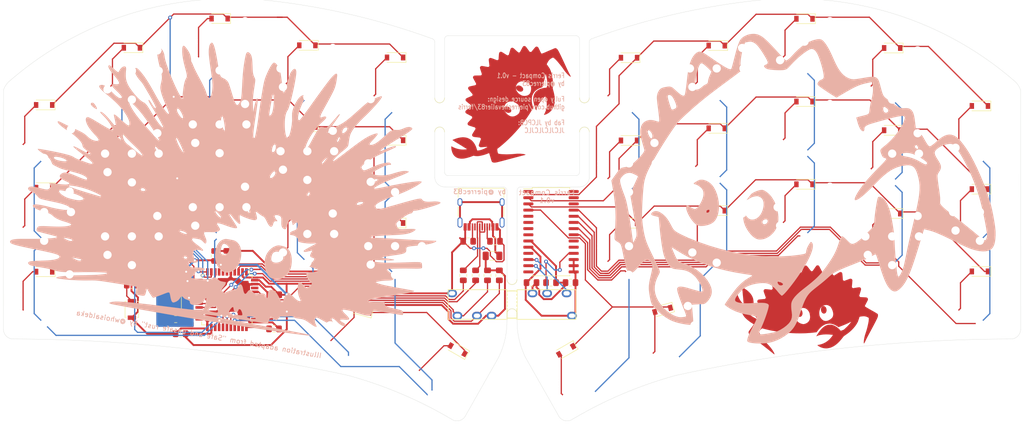
<source format=kicad_pcb>
(kicad_pcb (version 20171130) (host pcbnew 5.1.10)
  (layers (0 F.Cu signal) (31 B.Cu signal) (34 B.Paste user hide) (35 F.Paste user hide) (36 B.SilkS user hide) (37 F.SilkS user hide) (38 B.Mask user) (39 F.Mask user) (44 Edge.Cuts user hide))
  (net 0 "")
  (net 1 +5V)
  (net 2 "Net-(C1-Pad1)")
  (net 3 VCC)
  (net 4 "Net-(C8-Pad1)")
  (net 5 /col4)
  (net 6 "Net-(J1-PadA5)")
  (net 7 "Net-(J1-PadA7)")
  (net 8 "Net-(J1-PadA6)")
  (net 9 "Net-(J1-PadB5)")
  (net 10 "Net-(Jack0-PadR1)")
  (net 11 "Net-(Jack0-PadT)")
  (net 12 "Net-(Jack1-PadR1)")
  (net 13 "Net-(Jack1-PadT)")
  (net 14 /col0)
  (net 15 /col8)
  (net 16 /col5)
  (net 17 /col2)
  (net 18 /col1)
  (net 19 /col3)
  (net 20 /col6)
  (net 21 /col7)
  (net 22 "Net-(R1-Pad1)")
  (net 23 "Net-(R2-Pad2)")
  (net 24 /col9)
  (net 25 /row0,0)
  (net 26 /row1,0)
  (net 27 /row1,1)
  (net 28 /row0,1)
  (net 29 /row0,2)
  (net 30 /row0,3)
  (net 31 /row1,3)
  (net 32 /row1,2)
  (net 33 VDD)
  (net 34 VSS)
  (net 35 "Net-(D0_0-Pad2)")
  (net 36 "Net-(D0_1-Pad2)")
  (net 37 "Net-(D0_2-Pad2)")
  (net 38 "Net-(D0_3-Pad2)")
  (net 39 "Net-(D0_5-Pad2)")
  (net 40 "Net-(D0_6-Pad2)")
  (net 41 "Net-(D0_7-Pad2)")
  (net 42 "Net-(D0_8-Pad2)")
  (net 43 "Net-(D0_9-Pad2)")
  (net 44 "Net-(D1_0-Pad2)")
  (net 45 "Net-(D1_1-Pad2)")
  (net 46 "Net-(D1_2-Pad2)")
  (net 47 "Net-(D1_3-Pad2)")
  (net 48 "Net-(D1_4-Pad2)")
  (net 49 "Net-(D1_5-Pad2)")
  (net 50 "Net-(D1_6-Pad2)")
  (net 51 "Net-(D1_7-Pad2)")
  (net 52 "Net-(D1_8-Pad2)")
  (net 53 "Net-(D1_9-Pad2)")
  (net 54 "Net-(D2_0-Pad2)")
  (net 55 "Net-(D2_1-Pad2)")
  (net 56 "Net-(D2_2-Pad2)")
  (net 57 "Net-(D2_3-Pad2)")
  (net 58 "Net-(D2_4-Pad2)")
  (net 59 "Net-(D2_5-Pad2)")
  (net 60 "Net-(D2_6-Pad2)")
  (net 61 "Net-(D2_7-Pad2)")
  (net 62 "Net-(D2_8-Pad2)")
  (net 63 "Net-(D2_9-Pad2)")
  (net 64 "Net-(D3_3-Pad2)")
  (net 65 "Net-(D3_4-Pad2)")
  (net 66 "Net-(D3_5-Pad2)")
  (net 67 "Net-(D3_6-Pad2)")
  (net 68 "Net-(D0_4-Pad2)")
  (net 69 "Net-(C2-Pad2)")
  (net 70 /D-)
  (net 71 /D+)
  (net 72 "Net-(R9-Pad1)")
  (net 73 GND)
  (net 74 "Net-(J1-PadS1)")
  (module panelization:mouse-bite-5mm-slot (layer F.Cu) (at 103.15 35.55 270)
    (fp_text reference mouse-bite-5mm-slot hide)
    (fp_text value VAL** hide)
    (pad "" np_thru_hole circle (at 3 -0.75 270) (size 0.5 0.5) (drill 0.5) (layers *.Cu *.Mask))
    (pad "" np_thru_hole circle (at 2.25 0.75 270) (size 0.5 0.5) (drill 0.5) (layers *.Cu *.Mask))
    (pad "" np_thru_hole circle (at 3.75 0.75 270) (size 0.5 0.5) (drill 0.5) (layers *.Cu *.Mask))
    (pad "" np_thru_hole circle (at 3.75 -0.75 270) (size 0.5 0.5) (drill 0.5) (layers *.Cu *.Mask))
    (pad "" np_thru_hole circle (at 2.25 -0.75 270) (size 0.5 0.5) (drill 0.5) (layers *.Cu *.Mask))
    (pad "" np_thru_hole circle (at 3 0.75 270) (size 0.5 0.5) (drill 0.5) (layers *.Cu *.Mask))
    (pad "" np_thru_hole circle (at 1.5 0.75 270) (size 0.5 0.5) (drill 0.5) (layers *.Cu *.Mask))
    (pad "" np_thru_hole circle (at 1.5 -0.75 270) (size 0.5 0.5) (drill 0.5) (layers *.Cu *.Mask))
    (pad "" np_thru_hole circle (at 0 -0.75 270) (size 0.5 0.5) (drill 0.5) (layers *.Cu *.Mask))
    (pad "" np_thru_hole circle (at 0 0.75 270) (size 0.5 0.5) (drill 0.5) (layers *.Cu *.Mask))
    (pad "" np_thru_hole circle (at 0.75 -0.75 270) (size 0.5 0.5) (drill 0.5) (layers *.Cu *.Mask))
    (pad "" np_thru_hole circle (at -0.75 -0.75 270) (size 0.5 0.5) (drill 0.5) (layers *.Cu *.Mask))
    (pad "" np_thru_hole circle (at -0.75 0.75 270) (size 0.5 0.5) (drill 0.5) (layers *.Cu *.Mask))
    (pad "" np_thru_hole circle (at 0.75 0.75 270) (size 0.5 0.5) (drill 0.5) (layers *.Cu *.Mask))
  )
  (module panelization:mouse-bite-5mm-slot (layer F.Cu) (at 118 75.875 90)
    (fp_text reference mouse-bite-5mm-slot hide)
    (fp_text value VAL** hide)
    (pad "" np_thru_hole circle (at 3 -0.75 90) (size 0.5 0.5) (drill 0.5) (layers *.Cu *.Mask))
    (pad "" np_thru_hole circle (at 2.25 0.75 90) (size 0.5 0.5) (drill 0.5) (layers *.Cu *.Mask))
    (pad "" np_thru_hole circle (at 3.75 0.75 90) (size 0.5 0.5) (drill 0.5) (layers *.Cu *.Mask))
    (pad "" np_thru_hole circle (at 3.75 -0.75 90) (size 0.5 0.5) (drill 0.5) (layers *.Cu *.Mask))
    (pad "" np_thru_hole circle (at 2.25 -0.75 90) (size 0.5 0.5) (drill 0.5) (layers *.Cu *.Mask))
    (pad "" np_thru_hole circle (at 3 0.75 90) (size 0.5 0.5) (drill 0.5) (layers *.Cu *.Mask))
    (pad "" np_thru_hole circle (at 1.5 0.75 90) (size 0.5 0.5) (drill 0.5) (layers *.Cu *.Mask))
    (pad "" np_thru_hole circle (at 1.5 -0.75 90) (size 0.5 0.5) (drill 0.5) (layers *.Cu *.Mask))
    (pad "" np_thru_hole circle (at 0 -0.75 90) (size 0.5 0.5) (drill 0.5) (layers *.Cu *.Mask))
    (pad "" np_thru_hole circle (at 0 0.75 90) (size 0.5 0.5) (drill 0.5) (layers *.Cu *.Mask))
    (pad "" np_thru_hole circle (at 0.75 -0.75 90) (size 0.5 0.5) (drill 0.5) (layers *.Cu *.Mask))
    (pad "" np_thru_hole circle (at -0.75 -0.75 90) (size 0.5 0.5) (drill 0.5) (layers *.Cu *.Mask))
    (pad "" np_thru_hole circle (at -0.75 0.75 90) (size 0.5 0.5) (drill 0.5) (layers *.Cu *.Mask))
    (pad "" np_thru_hole circle (at 0.75 0.75 90) (size 0.5 0.5) (drill 0.5) (layers *.Cu *.Mask))
  )
  (module panelization:mouse-bite-5mm-slot (layer F.Cu) (at 132.85 38.55 90)
    (fp_text reference mouse-bite-5mm-slot hide)
    (fp_text value VAL** hide)
    (pad "" np_thru_hole circle (at 3 -0.75 90) (size 0.5 0.5) (drill 0.5) (layers *.Cu *.Mask))
    (pad "" np_thru_hole circle (at 2.25 0.75 90) (size 0.5 0.5) (drill 0.5) (layers *.Cu *.Mask))
    (pad "" np_thru_hole circle (at 3.75 0.75 90) (size 0.5 0.5) (drill 0.5) (layers *.Cu *.Mask))
    (pad "" np_thru_hole circle (at 3.75 -0.75 90) (size 0.5 0.5) (drill 0.5) (layers *.Cu *.Mask))
    (pad "" np_thru_hole circle (at 2.25 -0.75 90) (size 0.5 0.5) (drill 0.5) (layers *.Cu *.Mask))
    (pad "" np_thru_hole circle (at 3 0.75 90) (size 0.5 0.5) (drill 0.5) (layers *.Cu *.Mask))
    (pad "" np_thru_hole circle (at 1.5 0.75 90) (size 0.5 0.5) (drill 0.5) (layers *.Cu *.Mask))
    (pad "" np_thru_hole circle (at 1.5 -0.75 90) (size 0.5 0.5) (drill 0.5) (layers *.Cu *.Mask))
    (pad "" np_thru_hole circle (at 0 -0.75 90) (size 0.5 0.5) (drill 0.5) (layers *.Cu *.Mask))
    (pad "" np_thru_hole circle (at 0 0.75 90) (size 0.5 0.5) (drill 0.5) (layers *.Cu *.Mask))
    (pad "" np_thru_hole circle (at 0.75 -0.75 90) (size 0.5 0.5) (drill 0.5) (layers *.Cu *.Mask))
    (pad "" np_thru_hole circle (at -0.75 -0.75 90) (size 0.5 0.5) (drill 0.5) (layers *.Cu *.Mask))
    (pad "" np_thru_hole circle (at -0.75 0.75 90) (size 0.5 0.5) (drill 0.5) (layers *.Cu *.Mask))
    (pad "" np_thru_hole circle (at 0.75 0.75 90) (size 0.5 0.5) (drill 0.5) (layers *.Cu *.Mask))
  )
  (module switches:Choc_PG1350_Choc_Spacing (layer F.Cu) (at 150.13 81.7 15)
    (fp_text reference K3_6 hide)
    (fp_text value KEYSW hide)
    (pad "" np_thru_hole circle (at 0 0 15) (size 1.7018 1.7018) (drill 1.7018) (layers *.Cu *.Mask) (clearance 0.7))
    (pad 2 np_thru_hole circle (at -5 3.8 15) (size 1.7018 1.7018) (drill 1.7018) (layers *.Cu *.Mask) (net 67 "Net-(D3_6-Pad2)") (clearance 0.7))
    (pad 1 np_thru_hole circle (at 0 5.9 15) (size 1.7018 1.7018) (drill 1.7018) (layers *.Cu *.Mask) (net 20 /col6) (clearance 0.7))
    (pad "" np_thru_hole circle (at 5.22 -4.2 15) (size 1.7018 1.7018) (drill 1.7018) (layers *.Cu *.Mask) (clearance 0.7))
    (pad "" np_thru_hole circle (at 5.5 0 15) (size 1.7018 1.7018) (drill 1.7018) (layers *.Cu *.Mask) (clearance 0.7))
    (pad "" np_thru_hole circle (at -5.5 0 15) (size 1.7018 1.7018) (drill 1.7018) (layers *.Cu *.Mask) (clearance 0.7))
  )
  (module switches:Choc_PG1350_Choc_Spacing (layer F.Cu) (at 131.47 89.41 30)
    (fp_text reference K3_5 hide)
    (fp_text value KEYSW hide)
    (pad "" np_thru_hole circle (at 0 0 30) (size 1.7018 1.7018) (drill 1.7018) (layers *.Cu *.Mask) (clearance 0.7))
    (pad 2 np_thru_hole circle (at -5 3.8 30) (size 1.7018 1.7018) (drill 1.7018) (layers *.Cu *.Mask) (net 66 "Net-(D3_5-Pad2)") (clearance 0.7))
    (pad 1 np_thru_hole circle (at 0 5.9 30) (size 1.7018 1.7018) (drill 1.7018) (layers *.Cu *.Mask) (net 16 /col5) (clearance 0.7))
    (pad "" np_thru_hole circle (at 5.22 -4.2 30) (size 1.7018 1.7018) (drill 1.7018) (layers *.Cu *.Mask) (clearance 0.7))
    (pad "" np_thru_hole circle (at 5.5 0 30) (size 1.7018 1.7018) (drill 1.7018) (layers *.Cu *.Mask) (clearance 0.7))
    (pad "" np_thru_hole circle (at -5.5 0 30) (size 1.7018 1.7018) (drill 1.7018) (layers *.Cu *.Mask) (clearance 0.7))
  )
  (module switches:Choc_PG1350_Choc_Spacing (layer F.Cu) (at 104.53 89.41 330)
    (fp_text reference K3_4 hide)
    (fp_text value KEYSW hide)
    (pad "" np_thru_hole circle (at 0 0 330) (size 1.7018 1.7018) (drill 1.7018) (layers *.Cu *.Mask) (clearance 0.7))
    (pad 2 np_thru_hole circle (at -5 3.8 330) (size 1.7018 1.7018) (drill 1.7018) (layers *.Cu *.Mask) (net 65 "Net-(D3_4-Pad2)") (clearance 0.7))
    (pad 1 np_thru_hole circle (at 0 5.9 330) (size 1.7018 1.7018) (drill 1.7018) (layers *.Cu *.Mask) (net 5 /col4) (clearance 0.7))
    (pad "" np_thru_hole circle (at 5.22 -4.2 330) (size 1.7018 1.7018) (drill 1.7018) (layers *.Cu *.Mask) (clearance 0.7))
    (pad "" np_thru_hole circle (at 5.5 0 330) (size 1.7018 1.7018) (drill 1.7018) (layers *.Cu *.Mask) (clearance 0.7))
    (pad "" np_thru_hole circle (at -5.5 0 330) (size 1.7018 1.7018) (drill 1.7018) (layers *.Cu *.Mask) (clearance 0.7))
  )
  (module switches:Choc_PG1350_Choc_Spacing (layer F.Cu) (at 85.97 81.7 345)
    (fp_text reference K3_3 hide)
    (fp_text value KEYSW hide)
    (pad "" np_thru_hole circle (at 0 0 345) (size 1.7018 1.7018) (drill 1.7018) (layers *.Cu *.Mask) (clearance 0.7))
    (pad 2 np_thru_hole circle (at -5 3.8 345) (size 1.7018 1.7018) (drill 1.7018) (layers *.Cu *.Mask) (net 64 "Net-(D3_3-Pad2)") (clearance 0.7))
    (pad 1 np_thru_hole circle (at 0 5.9 345) (size 1.7018 1.7018) (drill 1.7018) (layers *.Cu *.Mask) (net 19 /col3) (clearance 0.7))
    (pad "" np_thru_hole circle (at 5.22 -4.2 345) (size 1.7018 1.7018) (drill 1.7018) (layers *.Cu *.Mask) (clearance 0.7))
    (pad "" np_thru_hole circle (at 5.5 0 345) (size 1.7018 1.7018) (drill 1.7018) (layers *.Cu *.Mask) (clearance 0.7))
    (pad "" np_thru_hole circle (at -5.5 0 345) (size 1.7018 1.7018) (drill 1.7018) (layers *.Cu *.Mask) (clearance 0.7))
  )
  (module switches:Choc_PG1350_Choc_Spacing (layer F.Cu) (at 214 74)
    (fp_text reference K2_9 hide)
    (fp_text value KEYSW hide)
    (pad "" np_thru_hole circle (at 0 0) (size 1.7018 1.7018) (drill 1.7018) (layers *.Cu *.Mask) (clearance 0.7))
    (pad 2 np_thru_hole circle (at -5 3.8) (size 1.7018 1.7018) (drill 1.7018) (layers *.Cu *.Mask) (net 63 "Net-(D2_9-Pad2)") (clearance 0.7))
    (pad 1 np_thru_hole circle (at 0 5.9) (size 1.7018 1.7018) (drill 1.7018) (layers *.Cu *.Mask) (net 24 /col9) (clearance 0.7))
    (pad "" np_thru_hole circle (at 5.22 -4.2) (size 1.7018 1.7018) (drill 1.7018) (layers *.Cu *.Mask) (clearance 0.7))
    (pad "" np_thru_hole circle (at 5.5 0) (size 1.7018 1.7018) (drill 1.7018) (layers *.Cu *.Mask) (clearance 0.7))
    (pad "" np_thru_hole circle (at -5.5 0) (size 1.7018 1.7018) (drill 1.7018) (layers *.Cu *.Mask) (clearance 0.7))
  )
  (module switches:Choc_PG1350_Choc_Spacing (layer F.Cu) (at 196 62)
    (fp_text reference K2_8 hide)
    (fp_text value KEYSW hide)
    (pad "" np_thru_hole circle (at 0 0) (size 1.7018 1.7018) (drill 1.7018) (layers *.Cu *.Mask) (clearance 0.7))
    (pad 2 np_thru_hole circle (at -5 3.8) (size 1.7018 1.7018) (drill 1.7018) (layers *.Cu *.Mask) (net 62 "Net-(D2_8-Pad2)") (clearance 0.7))
    (pad 1 np_thru_hole circle (at 0 5.9) (size 1.7018 1.7018) (drill 1.7018) (layers *.Cu *.Mask) (net 15 /col8) (clearance 0.7))
    (pad "" np_thru_hole circle (at 5.22 -4.2) (size 1.7018 1.7018) (drill 1.7018) (layers *.Cu *.Mask) (clearance 0.7))
    (pad "" np_thru_hole circle (at 5.5 0) (size 1.7018 1.7018) (drill 1.7018) (layers *.Cu *.Mask) (clearance 0.7))
    (pad "" np_thru_hole circle (at -5.5 0) (size 1.7018 1.7018) (drill 1.7018) (layers *.Cu *.Mask) (clearance 0.7))
  )
  (module switches:Choc_PG1350_Choc_Spacing (layer F.Cu) (at 178 56)
    (fp_text reference K2_7 hide)
    (fp_text value KEYSW hide)
    (pad "" np_thru_hole circle (at 0 0) (size 1.7018 1.7018) (drill 1.7018) (layers *.Cu *.Mask) (clearance 0.7))
    (pad 2 np_thru_hole circle (at -5 3.8) (size 1.7018 1.7018) (drill 1.7018) (layers *.Cu *.Mask) (net 61 "Net-(D2_7-Pad2)") (clearance 0.7))
    (pad 1 np_thru_hole circle (at 0 5.9) (size 1.7018 1.7018) (drill 1.7018) (layers *.Cu *.Mask) (net 21 /col7) (clearance 0.7))
    (pad "" np_thru_hole circle (at 5.22 -4.2) (size 1.7018 1.7018) (drill 1.7018) (layers *.Cu *.Mask) (clearance 0.7))
    (pad "" np_thru_hole circle (at 5.5 0) (size 1.7018 1.7018) (drill 1.7018) (layers *.Cu *.Mask) (clearance 0.7))
    (pad "" np_thru_hole circle (at -5.5 0) (size 1.7018 1.7018) (drill 1.7018) (layers *.Cu *.Mask) (clearance 0.7))
  )
  (module switches:Choc_PG1350_Choc_Spacing (layer F.Cu) (at 160 61.5)
    (fp_text reference K2_6 hide)
    (fp_text value KEYSW hide)
    (pad "" np_thru_hole circle (at 0 0) (size 1.7018 1.7018) (drill 1.7018) (layers *.Cu *.Mask) (clearance 0.7))
    (pad 2 np_thru_hole circle (at -5 3.8) (size 1.7018 1.7018) (drill 1.7018) (layers *.Cu *.Mask) (net 60 "Net-(D2_6-Pad2)") (clearance 0.7))
    (pad 1 np_thru_hole circle (at 0 5.9) (size 1.7018 1.7018) (drill 1.7018) (layers *.Cu *.Mask) (net 20 /col6) (clearance 0.7))
    (pad "" np_thru_hole circle (at 5.22 -4.2) (size 1.7018 1.7018) (drill 1.7018) (layers *.Cu *.Mask) (clearance 0.7))
    (pad "" np_thru_hole circle (at 5.5 0) (size 1.7018 1.7018) (drill 1.7018) (layers *.Cu *.Mask) (clearance 0.7))
    (pad "" np_thru_hole circle (at -5.5 0) (size 1.7018 1.7018) (drill 1.7018) (layers *.Cu *.Mask) (clearance 0.7))
  )
  (module switches:Choc_PG1350_Choc_Spacing (layer F.Cu) (at 142 64)
    (fp_text reference K2_5 hide)
    (fp_text value KEYSW hide)
    (pad "" np_thru_hole circle (at 0 0) (size 1.7018 1.7018) (drill 1.7018) (layers *.Cu *.Mask) (clearance 0.7))
    (pad 2 np_thru_hole circle (at -5 3.8) (size 1.7018 1.7018) (drill 1.7018) (layers *.Cu *.Mask) (net 59 "Net-(D2_5-Pad2)") (clearance 0.7))
    (pad 1 np_thru_hole circle (at 0 5.9) (size 1.7018 1.7018) (drill 1.7018) (layers *.Cu *.Mask) (net 16 /col5) (clearance 0.7))
    (pad "" np_thru_hole circle (at 5.22 -4.2) (size 1.7018 1.7018) (drill 1.7018) (layers *.Cu *.Mask) (clearance 0.7))
    (pad "" np_thru_hole circle (at 5.5 0) (size 1.7018 1.7018) (drill 1.7018) (layers *.Cu *.Mask) (clearance 0.7))
    (pad "" np_thru_hole circle (at -5.5 0) (size 1.7018 1.7018) (drill 1.7018) (layers *.Cu *.Mask) (clearance 0.7))
  )
  (module switches:Choc_PG1350_Choc_Spacing (layer F.Cu) (at 94 64)
    (fp_text reference K2_4 hide)
    (fp_text value KEYSW hide)
    (pad "" np_thru_hole circle (at 0 0) (size 1.7018 1.7018) (drill 1.7018) (layers *.Cu *.Mask) (clearance 0.7))
    (pad 2 np_thru_hole circle (at -5 3.8) (size 1.7018 1.7018) (drill 1.7018) (layers *.Cu *.Mask) (net 58 "Net-(D2_4-Pad2)") (clearance 0.7))
    (pad 1 np_thru_hole circle (at 0 5.9) (size 1.7018 1.7018) (drill 1.7018) (layers *.Cu *.Mask) (net 5 /col4) (clearance 0.7))
    (pad "" np_thru_hole circle (at 5.22 -4.2) (size 1.7018 1.7018) (drill 1.7018) (layers *.Cu *.Mask) (clearance 0.7))
    (pad "" np_thru_hole circle (at 5.5 0) (size 1.7018 1.7018) (drill 1.7018) (layers *.Cu *.Mask) (clearance 0.7))
    (pad "" np_thru_hole circle (at -5.5 0) (size 1.7018 1.7018) (drill 1.7018) (layers *.Cu *.Mask) (clearance 0.7))
  )
  (module switches:Choc_PG1350_Choc_Spacing (layer F.Cu) (at 76 61.5)
    (fp_text reference K2_3 hide)
    (fp_text value KEYSW hide)
    (pad "" np_thru_hole circle (at 0 0) (size 1.7018 1.7018) (drill 1.7018) (layers *.Cu *.Mask) (clearance 0.7))
    (pad 2 np_thru_hole circle (at -5 3.8) (size 1.7018 1.7018) (drill 1.7018) (layers *.Cu *.Mask) (net 57 "Net-(D2_3-Pad2)") (clearance 0.7))
    (pad 1 np_thru_hole circle (at 0 5.9) (size 1.7018 1.7018) (drill 1.7018) (layers *.Cu *.Mask) (net 19 /col3) (clearance 0.7))
    (pad "" np_thru_hole circle (at 5.22 -4.2) (size 1.7018 1.7018) (drill 1.7018) (layers *.Cu *.Mask) (clearance 0.7))
    (pad "" np_thru_hole circle (at 5.5 0) (size 1.7018 1.7018) (drill 1.7018) (layers *.Cu *.Mask) (clearance 0.7))
    (pad "" np_thru_hole circle (at -5.5 0) (size 1.7018 1.7018) (drill 1.7018) (layers *.Cu *.Mask) (clearance 0.7))
  )
  (module switches:Choc_PG1350_Choc_Spacing (layer F.Cu) (at 58 56)
    (fp_text reference K2_2 hide)
    (fp_text value KEYSW hide)
    (pad "" np_thru_hole circle (at 0 0) (size 1.7018 1.7018) (drill 1.7018) (layers *.Cu *.Mask) (clearance 0.7))
    (pad 2 np_thru_hole circle (at -5 3.8) (size 1.7018 1.7018) (drill 1.7018) (layers *.Cu *.Mask) (net 56 "Net-(D2_2-Pad2)") (clearance 0.7))
    (pad 1 np_thru_hole circle (at 0 5.9) (size 1.7018 1.7018) (drill 1.7018) (layers *.Cu *.Mask) (net 17 /col2) (clearance 0.7))
    (pad "" np_thru_hole circle (at 5.22 -4.2) (size 1.7018 1.7018) (drill 1.7018) (layers *.Cu *.Mask) (clearance 0.7))
    (pad "" np_thru_hole circle (at 5.5 0) (size 1.7018 1.7018) (drill 1.7018) (layers *.Cu *.Mask) (clearance 0.7))
    (pad "" np_thru_hole circle (at -5.5 0) (size 1.7018 1.7018) (drill 1.7018) (layers *.Cu *.Mask) (clearance 0.7))
  )
  (module switches:Choc_PG1350_Choc_Spacing (layer F.Cu) (at 40 62)
    (fp_text reference K2_1 hide)
    (fp_text value KEYSW hide)
    (pad "" np_thru_hole circle (at 0 0) (size 1.7018 1.7018) (drill 1.7018) (layers *.Cu *.Mask) (clearance 0.7))
    (pad 2 np_thru_hole circle (at -5 3.8) (size 1.7018 1.7018) (drill 1.7018) (layers *.Cu *.Mask) (net 55 "Net-(D2_1-Pad2)") (clearance 0.7))
    (pad 1 np_thru_hole circle (at 0 5.9) (size 1.7018 1.7018) (drill 1.7018) (layers *.Cu *.Mask) (net 18 /col1) (clearance 0.7))
    (pad "" np_thru_hole circle (at 5.22 -4.2) (size 1.7018 1.7018) (drill 1.7018) (layers *.Cu *.Mask) (clearance 0.7))
    (pad "" np_thru_hole circle (at 5.5 0) (size 1.7018 1.7018) (drill 1.7018) (layers *.Cu *.Mask) (clearance 0.7))
    (pad "" np_thru_hole circle (at -5.5 0) (size 1.7018 1.7018) (drill 1.7018) (layers *.Cu *.Mask) (clearance 0.7))
  )
  (module switches:Choc_PG1350_Choc_Spacing (layer F.Cu) (at 22 74)
    (fp_text reference K2_0 hide)
    (fp_text value KEYSW hide)
    (pad "" np_thru_hole circle (at 0 0) (size 1.7018 1.7018) (drill 1.7018) (layers *.Cu *.Mask) (clearance 0.7))
    (pad 2 np_thru_hole circle (at -5 3.8) (size 1.7018 1.7018) (drill 1.7018) (layers *.Cu *.Mask) (net 54 "Net-(D2_0-Pad2)") (clearance 0.7))
    (pad 1 np_thru_hole circle (at 0 5.9) (size 1.7018 1.7018) (drill 1.7018) (layers *.Cu *.Mask) (net 14 /col0) (clearance 0.7))
    (pad "" np_thru_hole circle (at 5.22 -4.2) (size 1.7018 1.7018) (drill 1.7018) (layers *.Cu *.Mask) (clearance 0.7))
    (pad "" np_thru_hole circle (at 5.5 0) (size 1.7018 1.7018) (drill 1.7018) (layers *.Cu *.Mask) (clearance 0.7))
    (pad "" np_thru_hole circle (at -5.5 0) (size 1.7018 1.7018) (drill 1.7018) (layers *.Cu *.Mask) (clearance 0.7))
  )
  (module switches:Choc_PG1350_Choc_Spacing (layer F.Cu) (at 214 57)
    (fp_text reference K1_9 hide)
    (fp_text value KEYSW hide)
    (pad "" np_thru_hole circle (at 0 0) (size 1.7018 1.7018) (drill 1.7018) (layers *.Cu *.Mask) (clearance 0.7))
    (pad 2 np_thru_hole circle (at -5 3.8) (size 1.7018 1.7018) (drill 1.7018) (layers *.Cu *.Mask) (net 53 "Net-(D1_9-Pad2)") (clearance 0.7))
    (pad 1 np_thru_hole circle (at 0 5.9) (size 1.7018 1.7018) (drill 1.7018) (layers *.Cu *.Mask) (net 24 /col9) (clearance 0.7))
    (pad "" np_thru_hole circle (at 5.22 -4.2) (size 1.7018 1.7018) (drill 1.7018) (layers *.Cu *.Mask) (clearance 0.7))
    (pad "" np_thru_hole circle (at 5.5 0) (size 1.7018 1.7018) (drill 1.7018) (layers *.Cu *.Mask) (clearance 0.7))
    (pad "" np_thru_hole circle (at -5.5 0) (size 1.7018 1.7018) (drill 1.7018) (layers *.Cu *.Mask) (clearance 0.7))
  )
  (module switches:Choc_PG1350_Choc_Spacing (layer F.Cu) (at 196 45)
    (fp_text reference K1_8 hide)
    (fp_text value KEYSW hide)
    (pad "" np_thru_hole circle (at 0 0) (size 1.7018 1.7018) (drill 1.7018) (layers *.Cu *.Mask) (clearance 0.7))
    (pad 2 np_thru_hole circle (at -5 3.8) (size 1.7018 1.7018) (drill 1.7018) (layers *.Cu *.Mask) (net 52 "Net-(D1_8-Pad2)") (clearance 0.7))
    (pad 1 np_thru_hole circle (at 0 5.9) (size 1.7018 1.7018) (drill 1.7018) (layers *.Cu *.Mask) (net 15 /col8) (clearance 0.7))
    (pad "" np_thru_hole circle (at 5.22 -4.2) (size 1.7018 1.7018) (drill 1.7018) (layers *.Cu *.Mask) (clearance 0.7))
    (pad "" np_thru_hole circle (at 5.5 0) (size 1.7018 1.7018) (drill 1.7018) (layers *.Cu *.Mask) (clearance 0.7))
    (pad "" np_thru_hole circle (at -5.5 0) (size 1.7018 1.7018) (drill 1.7018) (layers *.Cu *.Mask) (clearance 0.7))
  )
  (module switches:Choc_PG1350_Choc_Spacing (layer F.Cu) (at 178 39)
    (fp_text reference K1_7 hide)
    (fp_text value KEYSW hide)
    (pad "" np_thru_hole circle (at 0 0) (size 1.7018 1.7018) (drill 1.7018) (layers *.Cu *.Mask) (clearance 0.7))
    (pad 2 np_thru_hole circle (at -5 3.8) (size 1.7018 1.7018) (drill 1.7018) (layers *.Cu *.Mask) (net 51 "Net-(D1_7-Pad2)") (clearance 0.7))
    (pad 1 np_thru_hole circle (at 0 5.9) (size 1.7018 1.7018) (drill 1.7018) (layers *.Cu *.Mask) (net 21 /col7) (clearance 0.7))
    (pad "" np_thru_hole circle (at 5.22 -4.2) (size 1.7018 1.7018) (drill 1.7018) (layers *.Cu *.Mask) (clearance 0.7))
    (pad "" np_thru_hole circle (at 5.5 0) (size 1.7018 1.7018) (drill 1.7018) (layers *.Cu *.Mask) (clearance 0.7))
    (pad "" np_thru_hole circle (at -5.5 0) (size 1.7018 1.7018) (drill 1.7018) (layers *.Cu *.Mask) (clearance 0.7))
  )
  (module switches:Choc_PG1350_Choc_Spacing (layer F.Cu) (at 160 44.5)
    (fp_text reference K1_6 hide)
    (fp_text value KEYSW hide)
    (pad "" np_thru_hole circle (at 0 0) (size 1.7018 1.7018) (drill 1.7018) (layers *.Cu *.Mask) (clearance 0.7))
    (pad 2 np_thru_hole circle (at -5 3.8) (size 1.7018 1.7018) (drill 1.7018) (layers *.Cu *.Mask) (net 50 "Net-(D1_6-Pad2)") (clearance 0.7))
    (pad 1 np_thru_hole circle (at 0 5.9) (size 1.7018 1.7018) (drill 1.7018) (layers *.Cu *.Mask) (net 20 /col6) (clearance 0.7))
    (pad "" np_thru_hole circle (at 5.22 -4.2) (size 1.7018 1.7018) (drill 1.7018) (layers *.Cu *.Mask) (clearance 0.7))
    (pad "" np_thru_hole circle (at 5.5 0) (size 1.7018 1.7018) (drill 1.7018) (layers *.Cu *.Mask) (clearance 0.7))
    (pad "" np_thru_hole circle (at -5.5 0) (size 1.7018 1.7018) (drill 1.7018) (layers *.Cu *.Mask) (clearance 0.7))
  )
  (module switches:Choc_PG1350_Choc_Spacing (layer F.Cu) (at 142 47)
    (fp_text reference K1_5 hide)
    (fp_text value KEYSW hide)
    (pad "" np_thru_hole circle (at 0 0) (size 1.7018 1.7018) (drill 1.7018) (layers *.Cu *.Mask) (clearance 0.7))
    (pad 2 np_thru_hole circle (at -5 3.8) (size 1.7018 1.7018) (drill 1.7018) (layers *.Cu *.Mask) (net 49 "Net-(D1_5-Pad2)") (clearance 0.7))
    (pad 1 np_thru_hole circle (at 0 5.9) (size 1.7018 1.7018) (drill 1.7018) (layers *.Cu *.Mask) (net 16 /col5) (clearance 0.7))
    (pad "" np_thru_hole circle (at 5.22 -4.2) (size 1.7018 1.7018) (drill 1.7018) (layers *.Cu *.Mask) (clearance 0.7))
    (pad "" np_thru_hole circle (at 5.5 0) (size 1.7018 1.7018) (drill 1.7018) (layers *.Cu *.Mask) (clearance 0.7))
    (pad "" np_thru_hole circle (at -5.5 0) (size 1.7018 1.7018) (drill 1.7018) (layers *.Cu *.Mask) (clearance 0.7))
  )
  (module switches:Choc_PG1350_Choc_Spacing (layer F.Cu) (at 94 47)
    (fp_text reference K1_4 hide)
    (fp_text value KEYSW hide)
    (pad "" np_thru_hole circle (at 0 0) (size 1.7018 1.7018) (drill 1.7018) (layers *.Cu *.Mask) (clearance 0.7))
    (pad 2 np_thru_hole circle (at -5 3.8) (size 1.7018 1.7018) (drill 1.7018) (layers *.Cu *.Mask) (net 48 "Net-(D1_4-Pad2)") (clearance 0.7))
    (pad 1 np_thru_hole circle (at 0 5.9) (size 1.7018 1.7018) (drill 1.7018) (layers *.Cu *.Mask) (net 5 /col4) (clearance 0.7))
    (pad "" np_thru_hole circle (at 5.22 -4.2) (size 1.7018 1.7018) (drill 1.7018) (layers *.Cu *.Mask) (clearance 0.7))
    (pad "" np_thru_hole circle (at 5.5 0) (size 1.7018 1.7018) (drill 1.7018) (layers *.Cu *.Mask) (clearance 0.7))
    (pad "" np_thru_hole circle (at -5.5 0) (size 1.7018 1.7018) (drill 1.7018) (layers *.Cu *.Mask) (clearance 0.7))
  )
  (module switches:Choc_PG1350_Choc_Spacing (layer F.Cu) (at 76 44.5)
    (fp_text reference K1_3 hide)
    (fp_text value KEYSW hide)
    (pad "" np_thru_hole circle (at 0 0) (size 1.7018 1.7018) (drill 1.7018) (layers *.Cu *.Mask) (clearance 0.7))
    (pad 2 np_thru_hole circle (at -5 3.8) (size 1.7018 1.7018) (drill 1.7018) (layers *.Cu *.Mask) (net 47 "Net-(D1_3-Pad2)") (clearance 0.7))
    (pad 1 np_thru_hole circle (at 0 5.9) (size 1.7018 1.7018) (drill 1.7018) (layers *.Cu *.Mask) (net 19 /col3) (clearance 0.7))
    (pad "" np_thru_hole circle (at 5.22 -4.2) (size 1.7018 1.7018) (drill 1.7018) (layers *.Cu *.Mask) (clearance 0.7))
    (pad "" np_thru_hole circle (at 5.5 0) (size 1.7018 1.7018) (drill 1.7018) (layers *.Cu *.Mask) (clearance 0.7))
    (pad "" np_thru_hole circle (at -5.5 0) (size 1.7018 1.7018) (drill 1.7018) (layers *.Cu *.Mask) (clearance 0.7))
  )
  (module switches:Choc_PG1350_Choc_Spacing (layer F.Cu) (at 58 39)
    (fp_text reference K1_2 hide)
    (fp_text value KEYSW hide)
    (pad "" np_thru_hole circle (at 0 0) (size 1.7018 1.7018) (drill 1.7018) (layers *.Cu *.Mask) (clearance 0.7))
    (pad 2 np_thru_hole circle (at -5 3.8) (size 1.7018 1.7018) (drill 1.7018) (layers *.Cu *.Mask) (net 46 "Net-(D1_2-Pad2)") (clearance 0.7))
    (pad 1 np_thru_hole circle (at 0 5.9) (size 1.7018 1.7018) (drill 1.7018) (layers *.Cu *.Mask) (net 17 /col2) (clearance 0.7))
    (pad "" np_thru_hole circle (at 5.22 -4.2) (size 1.7018 1.7018) (drill 1.7018) (layers *.Cu *.Mask) (clearance 0.7))
    (pad "" np_thru_hole circle (at 5.5 0) (size 1.7018 1.7018) (drill 1.7018) (layers *.Cu *.Mask) (clearance 0.7))
    (pad "" np_thru_hole circle (at -5.5 0) (size 1.7018 1.7018) (drill 1.7018) (layers *.Cu *.Mask) (clearance 0.7))
  )
  (module switches:Choc_PG1350_Choc_Spacing (layer F.Cu) (at 40 45)
    (fp_text reference K1_1 hide)
    (fp_text value KEYSW hide)
    (pad "" np_thru_hole circle (at 0 0) (size 1.7018 1.7018) (drill 1.7018) (layers *.Cu *.Mask) (clearance 0.7))
    (pad 2 np_thru_hole circle (at -5 3.8) (size 1.7018 1.7018) (drill 1.7018) (layers *.Cu *.Mask) (net 45 "Net-(D1_1-Pad2)") (clearance 0.7))
    (pad 1 np_thru_hole circle (at 0 5.9) (size 1.7018 1.7018) (drill 1.7018) (layers *.Cu *.Mask) (net 18 /col1) (clearance 0.7))
    (pad "" np_thru_hole circle (at 5.22 -4.2) (size 1.7018 1.7018) (drill 1.7018) (layers *.Cu *.Mask) (clearance 0.7))
    (pad "" np_thru_hole circle (at 5.5 0) (size 1.7018 1.7018) (drill 1.7018) (layers *.Cu *.Mask) (clearance 0.7))
    (pad "" np_thru_hole circle (at -5.5 0) (size 1.7018 1.7018) (drill 1.7018) (layers *.Cu *.Mask) (clearance 0.7))
  )
  (module switches:Choc_PG1350_Choc_Spacing (layer F.Cu) (at 22 57)
    (fp_text reference K1_0 hide)
    (fp_text value KEYSW hide)
    (pad "" np_thru_hole circle (at 0 0) (size 1.7018 1.7018) (drill 1.7018) (layers *.Cu *.Mask) (clearance 0.7))
    (pad 2 np_thru_hole circle (at -5 3.8) (size 1.7018 1.7018) (drill 1.7018) (layers *.Cu *.Mask) (net 44 "Net-(D1_0-Pad2)") (clearance 0.7))
    (pad 1 np_thru_hole circle (at 0 5.9) (size 1.7018 1.7018) (drill 1.7018) (layers *.Cu *.Mask) (net 14 /col0) (clearance 0.7))
    (pad "" np_thru_hole circle (at 5.22 -4.2) (size 1.7018 1.7018) (drill 1.7018) (layers *.Cu *.Mask) (clearance 0.7))
    (pad "" np_thru_hole circle (at 5.5 0) (size 1.7018 1.7018) (drill 1.7018) (layers *.Cu *.Mask) (clearance 0.7))
    (pad "" np_thru_hole circle (at -5.5 0) (size 1.7018 1.7018) (drill 1.7018) (layers *.Cu *.Mask) (clearance 0.7))
  )
  (module switches:Choc_PG1350_Choc_Spacing (layer F.Cu) (at 214 40)
    (fp_text reference K0_9 hide)
    (fp_text value KEYSW hide)
    (pad "" np_thru_hole circle (at 0 0) (size 1.7018 1.7018) (drill 1.7018) (layers *.Cu *.Mask) (clearance 0.7))
    (pad 2 np_thru_hole circle (at -5 3.8) (size 1.7018 1.7018) (drill 1.7018) (layers *.Cu *.Mask) (net 43 "Net-(D0_9-Pad2)") (clearance 0.7))
    (pad 1 np_thru_hole circle (at 0 5.9) (size 1.7018 1.7018) (drill 1.7018) (layers *.Cu *.Mask) (net 24 /col9) (clearance 0.7))
    (pad "" np_thru_hole circle (at 5.22 -4.2) (size 1.7018 1.7018) (drill 1.7018) (layers *.Cu *.Mask) (clearance 0.7))
    (pad "" np_thru_hole circle (at 5.5 0) (size 1.7018 1.7018) (drill 1.7018) (layers *.Cu *.Mask) (clearance 0.7))
    (pad "" np_thru_hole circle (at -5.5 0) (size 1.7018 1.7018) (drill 1.7018) (layers *.Cu *.Mask) (clearance 0.7))
  )
  (module switches:Choc_PG1350_Choc_Spacing (layer F.Cu) (at 196 28)
    (fp_text reference K0_8 hide)
    (fp_text value KEYSW hide)
    (pad "" np_thru_hole circle (at 0 0) (size 1.7018 1.7018) (drill 1.7018) (layers *.Cu *.Mask) (clearance 0.7))
    (pad 2 np_thru_hole circle (at -5 3.8) (size 1.7018 1.7018) (drill 1.7018) (layers *.Cu *.Mask) (net 42 "Net-(D0_8-Pad2)") (clearance 0.7))
    (pad 1 np_thru_hole circle (at 0 5.9) (size 1.7018 1.7018) (drill 1.7018) (layers *.Cu *.Mask) (net 15 /col8) (clearance 0.7))
    (pad "" np_thru_hole circle (at 5.22 -4.2) (size 1.7018 1.7018) (drill 1.7018) (layers *.Cu *.Mask) (clearance 0.7))
    (pad "" np_thru_hole circle (at 5.5 0) (size 1.7018 1.7018) (drill 1.7018) (layers *.Cu *.Mask) (clearance 0.7))
    (pad "" np_thru_hole circle (at -5.5 0) (size 1.7018 1.7018) (drill 1.7018) (layers *.Cu *.Mask) (clearance 0.7))
  )
  (module switches:Choc_PG1350_Choc_Spacing (layer F.Cu) (at 178 22)
    (fp_text reference K0_7 hide)
    (fp_text value KEYSW hide)
    (pad "" np_thru_hole circle (at 0 0) (size 1.7018 1.7018) (drill 1.7018) (layers *.Cu *.Mask) (clearance 0.7))
    (pad 2 np_thru_hole circle (at -5 3.8) (size 1.7018 1.7018) (drill 1.7018) (layers *.Cu *.Mask) (net 41 "Net-(D0_7-Pad2)") (clearance 0.7))
    (pad 1 np_thru_hole circle (at 0 5.9) (size 1.7018 1.7018) (drill 1.7018) (layers *.Cu *.Mask) (net 21 /col7) (clearance 0.7))
    (pad "" np_thru_hole circle (at 5.22 -4.2) (size 1.7018 1.7018) (drill 1.7018) (layers *.Cu *.Mask) (clearance 0.7))
    (pad "" np_thru_hole circle (at 5.5 0) (size 1.7018 1.7018) (drill 1.7018) (layers *.Cu *.Mask) (clearance 0.7))
    (pad "" np_thru_hole circle (at -5.5 0) (size 1.7018 1.7018) (drill 1.7018) (layers *.Cu *.Mask) (clearance 0.7))
  )
  (module switches:Choc_PG1350_Choc_Spacing (layer F.Cu) (at 160 27.5)
    (fp_text reference K0_6 hide)
    (fp_text value KEYSW hide)
    (pad "" np_thru_hole circle (at 0 0) (size 1.7018 1.7018) (drill 1.7018) (layers *.Cu *.Mask) (clearance 0.7))
    (pad 2 np_thru_hole circle (at -5 3.8) (size 1.7018 1.7018) (drill 1.7018) (layers *.Cu *.Mask) (net 40 "Net-(D0_6-Pad2)") (clearance 0.7))
    (pad 1 np_thru_hole circle (at 0 5.9) (size 1.7018 1.7018) (drill 1.7018) (layers *.Cu *.Mask) (net 20 /col6) (clearance 0.7))
    (pad "" np_thru_hole circle (at 5.22 -4.2) (size 1.7018 1.7018) (drill 1.7018) (layers *.Cu *.Mask) (clearance 0.7))
    (pad "" np_thru_hole circle (at 5.5 0) (size 1.7018 1.7018) (drill 1.7018) (layers *.Cu *.Mask) (clearance 0.7))
    (pad "" np_thru_hole circle (at -5.5 0) (size 1.7018 1.7018) (drill 1.7018) (layers *.Cu *.Mask) (clearance 0.7))
  )
  (module switches:Choc_PG1350_Choc_Spacing (layer F.Cu) (at 142 30)
    (fp_text reference K0_5 hide)
    (fp_text value KEYSW hide)
    (pad "" np_thru_hole circle (at 0 0) (size 1.7018 1.7018) (drill 1.7018) (layers *.Cu *.Mask) (clearance 0.7))
    (pad 2 np_thru_hole circle (at -5 3.8) (size 1.7018 1.7018) (drill 1.7018) (layers *.Cu *.Mask) (net 39 "Net-(D0_5-Pad2)") (clearance 0.7))
    (pad 1 np_thru_hole circle (at 0 5.9) (size 1.7018 1.7018) (drill 1.7018) (layers *.Cu *.Mask) (net 16 /col5) (clearance 0.7))
    (pad "" np_thru_hole circle (at 5.22 -4.2) (size 1.7018 1.7018) (drill 1.7018) (layers *.Cu *.Mask) (clearance 0.7))
    (pad "" np_thru_hole circle (at 5.5 0) (size 1.7018 1.7018) (drill 1.7018) (layers *.Cu *.Mask) (clearance 0.7))
    (pad "" np_thru_hole circle (at -5.5 0) (size 1.7018 1.7018) (drill 1.7018) (layers *.Cu *.Mask) (clearance 0.7))
  )
  (module switches:Choc_PG1350_Choc_Spacing (layer F.Cu) (at 94 30)
    (fp_text reference K0_4 hide)
    (fp_text value KEYSW hide)
    (pad "" np_thru_hole circle (at 0 0) (size 1.7018 1.7018) (drill 1.7018) (layers *.Cu *.Mask) (clearance 0.7))
    (pad 2 np_thru_hole circle (at -5 3.8) (size 1.7018 1.7018) (drill 1.7018) (layers *.Cu *.Mask) (net 68 "Net-(D0_4-Pad2)") (clearance 0.7))
    (pad 1 np_thru_hole circle (at 0 5.9) (size 1.7018 1.7018) (drill 1.7018) (layers *.Cu *.Mask) (net 5 /col4) (clearance 0.7))
    (pad "" np_thru_hole circle (at 5.22 -4.2) (size 1.7018 1.7018) (drill 1.7018) (layers *.Cu *.Mask) (clearance 0.7))
    (pad "" np_thru_hole circle (at 5.5 0) (size 1.7018 1.7018) (drill 1.7018) (layers *.Cu *.Mask) (clearance 0.7))
    (pad "" np_thru_hole circle (at -5.5 0) (size 1.7018 1.7018) (drill 1.7018) (layers *.Cu *.Mask) (clearance 0.7))
  )
  (module switches:Choc_PG1350_Choc_Spacing (layer F.Cu) (at 76 27.5)
    (fp_text reference K0_3 hide)
    (fp_text value KEYSW hide)
    (pad "" np_thru_hole circle (at 0 0) (size 1.7018 1.7018) (drill 1.7018) (layers *.Cu *.Mask) (clearance 0.7))
    (pad 2 np_thru_hole circle (at -5 3.8) (size 1.7018 1.7018) (drill 1.7018) (layers *.Cu *.Mask) (net 38 "Net-(D0_3-Pad2)") (clearance 0.7))
    (pad 1 np_thru_hole circle (at 0 5.9) (size 1.7018 1.7018) (drill 1.7018) (layers *.Cu *.Mask) (net 19 /col3) (clearance 0.7))
    (pad "" np_thru_hole circle (at 5.22 -4.2) (size 1.7018 1.7018) (drill 1.7018) (layers *.Cu *.Mask) (clearance 0.7))
    (pad "" np_thru_hole circle (at 5.5 0) (size 1.7018 1.7018) (drill 1.7018) (layers *.Cu *.Mask) (clearance 0.7))
    (pad "" np_thru_hole circle (at -5.5 0) (size 1.7018 1.7018) (drill 1.7018) (layers *.Cu *.Mask) (clearance 0.7))
  )
  (module switches:Choc_PG1350_Choc_Spacing (layer F.Cu) (at 58 22)
    (fp_text reference K0_2 hide)
    (fp_text value KEYSW hide)
    (pad "" np_thru_hole circle (at 0 0) (size 1.7018 1.7018) (drill 1.7018) (layers *.Cu *.Mask) (clearance 0.7))
    (pad 2 np_thru_hole circle (at -5 3.8) (size 1.7018 1.7018) (drill 1.7018) (layers *.Cu *.Mask) (net 37 "Net-(D0_2-Pad2)") (clearance 0.7))
    (pad 1 np_thru_hole circle (at 0 5.9) (size 1.7018 1.7018) (drill 1.7018) (layers *.Cu *.Mask) (net 17 /col2) (clearance 0.7))
    (pad "" np_thru_hole circle (at 5.22 -4.2) (size 1.7018 1.7018) (drill 1.7018) (layers *.Cu *.Mask) (clearance 0.7))
    (pad "" np_thru_hole circle (at 5.5 0) (size 1.7018 1.7018) (drill 1.7018) (layers *.Cu *.Mask) (clearance 0.7))
    (pad "" np_thru_hole circle (at -5.5 0) (size 1.7018 1.7018) (drill 1.7018) (layers *.Cu *.Mask) (clearance 0.7))
  )
  (module switches:Choc_PG1350_Choc_Spacing (layer F.Cu) (at 40 28)
    (fp_text reference K0_1 hide)
    (fp_text value KEYSW hide)
    (pad "" np_thru_hole circle (at 0 0) (size 1.7018 1.7018) (drill 1.7018) (layers *.Cu *.Mask) (clearance 0.7))
    (pad 2 np_thru_hole circle (at -5 3.8) (size 1.7018 1.7018) (drill 1.7018) (layers *.Cu *.Mask) (net 36 "Net-(D0_1-Pad2)") (clearance 0.7))
    (pad 1 np_thru_hole circle (at 0 5.9) (size 1.7018 1.7018) (drill 1.7018) (layers *.Cu *.Mask) (net 18 /col1) (clearance 0.7))
    (pad "" np_thru_hole circle (at 5.22 -4.2) (size 1.7018 1.7018) (drill 1.7018) (layers *.Cu *.Mask) (clearance 0.7))
    (pad "" np_thru_hole circle (at 5.5 0) (size 1.7018 1.7018) (drill 1.7018) (layers *.Cu *.Mask) (clearance 0.7))
    (pad "" np_thru_hole circle (at -5.5 0) (size 1.7018 1.7018) (drill 1.7018) (layers *.Cu *.Mask) (clearance 0.7))
  )
  (module switches:Choc_PG1350_Choc_Spacing (layer F.Cu) (at 22 40)
    (fp_text reference K0_0 hide)
    (fp_text value KEYSW hide)
    (pad "" np_thru_hole circle (at 0 0) (size 1.7018 1.7018) (drill 1.7018) (layers *.Cu *.Mask) (clearance 0.7))
    (pad 2 np_thru_hole circle (at -5 3.8) (size 1.7018 1.7018) (drill 1.7018) (layers *.Cu *.Mask) (net 35 "Net-(D0_0-Pad2)") (clearance 0.7))
    (pad 1 np_thru_hole circle (at 0 5.9) (size 1.7018 1.7018) (drill 1.7018) (layers *.Cu *.Mask) (net 14 /col0) (clearance 0.7))
    (pad "" np_thru_hole circle (at 5.22 -4.2) (size 1.7018 1.7018) (drill 1.7018) (layers *.Cu *.Mask) (clearance 0.7))
    (pad "" np_thru_hole circle (at 5.5 0) (size 1.7018 1.7018) (drill 1.7018) (layers *.Cu *.Mask) (clearance 0.7))
    (pad "" np_thru_hole circle (at -5.5 0) (size 1.7018 1.7018) (drill 1.7018) (layers *.Cu *.Mask) (clearance 0.7))
  )
  (module Crystal:Crystal_SMD_3225-4Pin_3.2x2.5mm (layer F.Cu) (at 48.5 75 90)
    (fp_text reference Y1 hide)
    (fp_text value Crystal)
    (pad 4 smd rect (at -1.1 -0.85 90) (size 1.4 1.2) (layers F.Cu F.Paste F.Mask) (net 73 GND))
    (pad 3 smd rect (at 1.1 -0.85 90) (size 1.4 1.2) (layers F.Cu F.Paste F.Mask) (net 69 "Net-(C2-Pad2)"))
    (pad 2 smd rect (at 1.1 0.85 90) (size 1.4 1.2) (layers F.Cu F.Paste F.Mask) (net 73 GND))
    (pad 1 smd rect (at -1.1 0.85 90) (size 1.4 1.2) (layers F.Cu F.Paste F.Mask) (net 2 "Net-(C1-Pad1)"))
  )
  (module silkscreens:unsafe_rust (layer B.Cu) (at 61.9125 54.16625 170)
    (fp_text reference G*** hide)
    (fp_text value LOGO hide)
  )
  (module silkscreens:safe_rust (layer B.Cu) (at 174.23 46.82 190)
    (fp_text reference G*** hide)
    (fp_text value LOGO hide)
  )
  (module copper_pads:ferris_compact (layer F.Cu) (at 178 77 7)
    (fp_text reference G*** hide)
    (fp_text value LOGO hide)
    (fp_poly (pts (xy 1.43179 -8.891174) (xy 1.52649 -8.854463) (xy 1.5367 -8.8476) (xy 1.576338 -8.805301) (xy 1.637891 -8.720853) (xy 1.719543 -8.597024) (xy 1.819479 -8.436584) (xy 1.935884 -8.242299) (xy 1.9558 -8.208455) (xy 2.076306 -8.006016) (xy 2.176368 -7.843936) (xy 2.255246 -7.72334) (xy 2.312197 -7.645356) (xy 2.34648 -7.611113) (xy 2.3495 -7.609852) (xy 2.407628 -7.600318) (xy 2.486946 -7.5952) (xy 2.504689 -7.594947) (xy 2.534174 -7.595246) (xy 2.561005 -7.598739) (xy 2.588932 -7.608999) (xy 2.621704 -7.629603) (xy 2.663068 -7.664124) (xy 2.716775 -7.716137) (xy 2.786573 -7.789216) (xy 2.87621 -7.886937) (xy 2.989435 -8.012873) (xy 3.129998 -8.1706) (xy 3.250187 -8.3058) (xy 3.365587 -8.433856) (xy 3.455747 -8.527747) (xy 3.527936 -8.592345) (xy 3.589425 -8.63252) (xy 3.647484 -8.653143) (xy 3.709384 -8.659082) (xy 3.773004 -8.656014) (xy 3.903847 -8.626961) (xy 4.003226 -8.560895) (xy 4.077881 -8.455493) (xy 4.095921 -8.413467) (xy 4.128044 -8.331068) (xy 4.171436 -8.21583) (xy 4.22328 -8.075287) (xy 4.280762 -7.916973) (xy 4.319928 -7.807793) (xy 4.378948 -7.644472) (xy 4.433813 -7.496418) (xy 4.481829 -7.370598) (xy 4.520304 -7.273982) (xy 4.546546 -7.213538) (xy 4.556109 -7.196568) (xy 4.595964 -7.172699) (xy 4.665792 -7.144894) (xy 4.71087 -7.130649) (xy 4.837041 -7.094462) (xy 5.379304 -7.501331) (xy 5.543009 -7.62384) (xy 5.671969 -7.719138) (xy 5.771882 -7.790754) (xy 5.848445 -7.842217) (xy 5.907358 -7.877057) (xy 5.954316 -7.898804) (xy 5.99502 -7.910985) (xy 6.035166 -7.917132) (xy 6.053233 -7.918763) (xy 6.145597 -7.920372) (xy 6.213979 -7.903374) (xy 6.272426 -7.869827) (xy 6.341409 -7.811238) (xy 6.397372 -7.744453) (xy 6.403695 -7.734214) (xy 6.422201 -7.682557) (xy 6.446076 -7.584332) (xy 6.474555 -7.4434) (xy 6.50687 -7.263622) (xy 6.542257 -7.048857) (xy 6.552124 -6.986111) (xy 6.580033 -6.808024) (xy 6.605534 -6.647313) (xy 6.627562 -6.510535) (xy 6.645051 -6.404246) (xy 6.656934 -6.335004) (xy 6.662146 -6.309366) (xy 6.662156 -6.309356) (xy 6.685112 -6.295015) (xy 6.739042 -6.262793) (xy 6.7945 -6.230105) (xy 6.9215 -6.15562) (xy 7.5311 -6.444534) (xy 7.717057 -6.532286) (xy 7.863513 -6.600186) (xy 7.976649 -6.650605) (xy 8.062644 -6.685915) (xy 8.127678 -6.708488) (xy 8.177931 -6.720696) (xy 8.219582 -6.724911) (xy 8.258104 -6.723565) (xy 8.392403 -6.690354) (xy 8.496439 -6.61693) (xy 8.567787 -6.505068) (xy 8.572454 -6.493354) (xy 8.585015 -6.455825) (xy 8.594276 -6.413482) (xy 8.600371 -6.359717) (xy 8.603434 -6.287922) (xy 8.603598 -6.191486) (xy 8.600996 -6.063802) (xy 8.595761 -5.89826) (xy 8.588472 -5.699925) (xy 8.56248 -5.0165) (xy 8.679646 -4.913096) (xy 8.796813 -4.809692) (xy 9.040256 -4.868744) (xy 9.297134 -4.931013) (xy 9.509385 -4.982251) (xy 9.681746 -5.023425) (xy 9.81895 -5.055502) (xy 9.925736 -5.07945) (xy 10.006838 -5.096236) (xy 10.066992 -5.106825) (xy 10.110935 -5.112187) (xy 10.143402 -5.113287) (xy 10.169129 -5.111093) (xy 10.192852 -5.106572) (xy 10.198611 -5.105285) (xy 10.315591 -5.054507) (xy 10.409346 -4.966587) (xy 10.470578 -4.853238) (xy 10.4902 -4.737943) (xy 10.484664 -4.688519) (xy 10.469106 -4.597557) (xy 10.445092 -4.47298) (xy 10.414194 -4.322708) (xy 10.377981 -4.154664) (xy 10.348471 -4.02259) (xy 10.310154 -3.849031) (xy 10.276964 -3.689661) (xy 10.250277 -3.551847) (xy 10.231467 -3.442952) (xy 10.221907 -3.370344) (xy 10.221779 -3.34356) (xy 10.247523 -3.292353) (xy 10.295009 -3.226236) (xy 10.319057 -3.19797) (xy 10.4013 -3.106639) (xy 11.067528 -3.131417) (xy 11.286203 -3.139166) (xy 11.460308 -3.143748) (xy 11.596021 -3.144279) (xy 11.69952 -3.139878) (xy 11.776983 -3.12966) (xy 11.834589 -3.112743) (xy 11.878516 -3.088244) (xy 11.914942 -3.055279) (xy 11.950046 -3.012967) (xy 11.956658 -3.004346) (xy 12.010388 -2.904422) (xy 12.032242 -2.785818) (xy 12.033678 -2.74309) (xy 12.030249 -2.699671) (xy 12.019705 -2.649217) (xy 11.999797 -2.585385) (xy 11.968274 -2.501832) (xy 11.922888 -2.392212) (xy 11.861387 -2.250184) (xy 11.781523 -2.069401) (xy 11.764911 -2.032) (xy 11.488362 -1.4097) (xy 11.561147 -1.26365) (xy 11.599326 -1.188725) (xy 11.627807 -1.135979) (xy 11.639915 -1.117425) (xy 11.665502 -1.113237) (xy 11.734515 -1.101528) (xy 11.840325 -1.083436) (xy 11.976302 -1.060095) (xy 12.135816 -1.032641) (xy 12.300917 -1.004165) (xy 12.517447 -0.966196) (xy 12.689646 -0.933975) (xy 12.82337 -0.905392) (xy 12.924476 -0.878338) (xy 12.998822 -0.850705) (xy 13.052265 -0.820382) (xy 13.090662 -0.785261) (xy 13.11987 -0.743232) (xy 13.141368 -0.701512) (xy 13.174404 -0.589857) (xy 13.179773 -0.467529) (xy 13.157142 -0.357875) (xy 13.146603 -0.334267) (xy 13.122432 -0.294392) (xy 13.073709 -0.219457) (xy 13.004884 -0.116111) (xy 12.920408 0.008999) (xy 12.824733 0.149226) (xy 12.752903 0.253657) (xy 12.654275 0.397888) (xy 12.566061 0.529422) (xy 12.492196 0.64218) (xy 12.436618 0.730085) (xy 12.403264 0.787058) (xy 12.3952 0.805901) (xy 12.397038 0.838071) (xy 12.404602 0.869832) (xy 12.420965 0.903819) (xy 12.449202 0.942671) (xy 12.492387 0.989024) (xy 12.553592 1.045516) (xy 12.635893 1.114783) (xy 12.742363 1.199464) (xy 12.876075 1.302195) (xy 13.040104 1.425613) (xy 13.237523 1.572355) (xy 13.471407 1.745059) (xy 13.601935 1.841199) (xy 13.827004 2.00762) (xy 14.036911 2.164257) (xy 14.228146 2.308406) (xy 14.397197 2.437358) (xy 14.540552 2.548409) (xy 14.6547 2.638851) (xy 14.736128 2.705979) (xy 14.781325 2.747086) (xy 14.788449 2.755599) (xy 14.814848 2.808945) (xy 14.827518 2.872134) (xy 14.828856 2.961598) (xy 14.826358 3.015525) (xy 14.817332 3.114182) (xy 14.799297 3.199018) (xy 14.766772 3.288086) (xy 14.714274 3.399437) (xy 14.702946 3.421925) (xy 14.656527 3.509156) (xy 14.597554 3.61195) (xy 14.524708 3.732248) (xy 14.43667 3.871991) (xy 14.332118 4.033118) (xy 14.209733 4.21757) (xy 14.068196 4.427287) (xy 13.906186 4.66421) (xy 13.722383 4.930278) (xy 13.515469 5.227433) (xy 13.284121 5.557613) (xy 13.027022 5.92276) (xy 12.742851 6.324814) (xy 12.430287 6.765715) (xy 12.382805 6.8326) (xy 12.255657 7.013335) (xy 12.126582 7.199819) (xy 12.001779 7.382879) (xy 11.887446 7.553341) (xy 11.789783 7.702033) (xy 11.714989 7.819781) (xy 11.708206 7.830805) (xy 11.581026 8.034786) (xy 11.476152 8.194925) (xy 11.392635 8.312545) (xy 11.329528 8.388968) (xy 11.285881 8.425517) (xy 11.280012 8.427965) (xy 11.262594 8.425857) (xy 11.25425 8.399189) (xy 11.254115 8.339313) (xy 11.261173 8.239379) (xy 11.295311 7.993399) (xy 11.357854 7.714561) (xy 11.44631 7.410328) (xy 11.558184 7.088165) (xy 11.690984 6.755534) (xy 11.842214 6.419899) (xy 11.926429 6.2484) (xy 12.010144 6.073623) (xy 12.104885 5.860137) (xy 12.206746 5.617787) (xy 12.311818 5.356418) (xy 12.416194 5.085876) (xy 12.515965 4.816007) (xy 12.607225 4.556655) (xy 12.657345 4.4069) (xy 12.733921 4.164056) (xy 12.791759 3.959683) (xy 12.832782 3.785843) (xy 12.858915 3.634598) (xy 12.87004 3.52936) (xy 12.884358 3.337621) (xy 12.755978 3.230135) (xy 12.617111 3.132748) (xy 12.44321 3.040042) (xy 12.249961 2.959534) (xy 12.0777 2.905103) (xy 11.985572 2.884508) (xy 11.883397 2.870457) (xy 11.75961 2.86199) (xy 11.602645 2.858149) (xy 11.505063 2.857663) (xy 11.332543 2.85902) (xy 11.203395 2.864926) (xy 11.11023 2.877891) (xy 11.045661 2.900424) (xy 11.002301 2.935034) (xy 10.972762 2.98423) (xy 10.95105 3.04583) (xy 10.927707 3.108395) (xy 10.886622 3.203623) (xy 10.833393 3.319055) (xy 10.773614 3.442232) (xy 10.767573 3.454332) (xy 10.711633 3.567241) (xy 10.665166 3.663233) (xy 10.632343 3.733529) (xy 10.617331 3.769348) (xy 10.616838 3.771811) (xy 10.6042 3.797497) (xy 10.569193 3.854736) (xy 10.51823 3.933223) (xy 10.492238 3.972079) (xy 10.214299 4.343842) (xy 9.890149 4.705653) (xy 9.523959 5.054052) (xy 9.1199 5.385578) (xy 8.682145 5.696772) (xy 8.214865 5.984173) (xy 7.7978 6.207062) (xy 7.639969 6.286127) (xy 7.519004 6.34837) (xy 7.426306 6.399632) (xy 7.353276 6.445753) (xy 7.291316 6.492577) (xy 7.231827 6.545942) (xy 7.166211 6.611692) (xy 7.0993 6.681571) (xy 6.705386 7.074265) (xy 6.318531 7.417711) (xy 5.937407 7.712761) (xy 5.560685 7.960269) (xy 5.187039 8.161091) (xy 4.815139 8.316078) (xy 4.443659 8.426086) (xy 4.3561 8.44554) (xy 4.245852 8.463415) (xy 4.106047 8.478746) (xy 3.951057 8.490727) (xy 3.795257 8.49855) (xy 3.653019 8.501406) (xy 3.538717 8.498489) (xy 3.4925 8.494065) (xy 3.174565 8.437374) (xy 2.890997 8.359904) (xy 2.627812 8.256457) (xy 2.371025 8.121837) (xy 2.1971 8.012616) (xy 2.098838 7.943038) (xy 2.001185 7.866669) (xy 1.910862 7.789769) (xy 1.834597 7.718598) (xy 1.779113 7.659416) (xy 1.751135 7.618485) (xy 1.756236 7.602194) (xy 1.793385 7.59839) (xy 1.870559 7.591605) (xy 1.97713 7.582741) (xy 2.10247 7.572698) (xy 2.126572 7.570806) (xy 2.497803 7.528918) (xy 2.838356 7.461779) (xy 3.163781 7.365205) (xy 3.489624 7.235011) (xy 3.6449 7.162209) (xy 4.048169 6.93699) (xy 4.424411 6.669503) (xy 4.769836 6.362657) (xy 4.981784 6.136909) (xy 5.183692 5.9055) (xy 4.896896 5.835288) (xy 4.329001 5.713596) (xy 3.78624 5.633028) (xy 3.264651 5.593065) (xy 3.010055 5.588149) (xy 2.670908 5.597399) (xy 2.374739 5.62526) (xy 2.117039 5.672303) (xy 1.93675 5.723722) (xy 1.849929 5.751228) (xy 1.785441 5.767979) (xy 1.754732 5.771107) (xy 1.753649 5.769627) (xy 1.768873 5.74368) (xy 1.808805 5.687921) (xy 1.866315 5.612122) (xy 1.899699 5.569427) (xy 2.199793 5.203361) (xy 2.486553 4.883123) (xy 2.762789 4.606372) (xy 3.03131 4.370769) (xy 3.294923 4.173974) (xy 3.556438 4.013648) (xy 3.818663 3.887449) (xy 4.0005 3.819374) (xy 4.210874 3.767467) (xy 4.447261 3.739206) (xy 4.69057 3.73524) (xy 4.921712 3.756219) (xy 5.056047 3.783452) (xy 5.346701 3.88349) (xy 5.635367 4.030942) (xy 5.917676 4.222479) (xy 6.189259 4.454771) (xy 6.445747 4.724488) (xy 6.674798 5.017053) (xy 6.739442 5.108961) (xy 6.792411 5.186203) (xy 6.827085 5.239011) (xy 6.837004 5.256416) (xy 6.863315 5.259424) (xy 6.929584 5.251561) (xy 7.026499 5.234322) (xy 7.144745 5.209201) (xy 7.1755 5.20211) (xy 7.5057 5.124818) (xy 7.791952 4.918259) (xy 7.908874 4.834051) (xy 8.022613 4.752419) (xy 8.121023 4.682065) (xy 8.191957 4.631688) (xy 8.198352 4.627182) (xy 8.282327 4.564173) (xy 8.383695 4.481878) (xy 8.497188 4.385238) (xy 8.617536 4.279199) (xy 8.739467 4.168701) (xy 8.857714 4.058689) (xy 8.967006 3.954105) (xy 9.062073 3.859892) (xy 9.137645 3.780994) (xy 9.188453 3.722353) (xy 9.209227 3.688912) (xy 9.204962 3.683) (xy 9.171625 3.691129) (xy 9.100992 3.713249) (xy 9.003497 3.745961) (xy 8.892173 3.784936) (xy 8.526429 3.908872) (xy 8.118557 4.035119) (xy 7.677001 4.161187) (xy 7.210205 4.284585) (xy 7.126637 4.305697) (xy 6.493575 4.464544) (xy 6.285543 4.28267) (xy 5.976275 4.037643) (xy 5.659843 3.836186) (xy 5.339952 3.680222) (xy 5.02031 3.571678) (xy 4.840385 3.531894) (xy 4.695382 3.514649) (xy 4.521613 3.506808) (xy 4.337971 3.508152) (xy 4.163349 3.518461) (xy 4.01664 3.537516) (xy 3.995415 3.541698) (xy 3.653968 3.638819) (xy 3.314245 3.786217) (xy 2.97608 3.983999) (xy 2.639307 4.232273) (xy 2.30376 4.531145) (xy 2.035907 4.80695) (xy 1.902124 4.953) (xy 1.338412 4.952985) (xy 0.45815 4.934156) (xy -0.449867 4.878404) (xy -1.379633 4.786762) (xy -2.325141 4.660261) (xy -3.280383 4.499936) (xy -4.239353 4.306818) (xy -5.196043 4.08194) (xy -6.144446 3.826336) (xy -7.078554 3.541038) (xy -7.3025 3.467411) (xy -7.52733 3.390835) (xy -7.76734 3.306251) (xy -8.012792 3.217305) (xy -8.253949 3.12764) (xy -8.481073 3.040903) (xy -8.684427 2.960737) (xy -8.854273 2.890788) (xy -8.925954 2.859736) (xy -9.076207 2.793077) (xy -9.256154 2.896062) (xy -9.364111 2.965285) (xy -9.476424 3.049908) (xy -9.585275 3.142502) (xy -9.682844 3.235637) (xy -9.761314 3.321884) (xy -9.812866 3.393813) (xy -9.829801 3.441163) (xy -9.815814 3.537274) (xy -9.775583 3.670438) (xy -9.711706 3.835886) (xy -9.626777 4.02885) (xy -9.523393 4.244563) (xy -9.404149 4.478256) (xy -9.271642 4.725162) (xy -9.128467 4.980512) (xy -8.97722 5.239539) (xy -8.820497 5.497474) (xy -8.660895 5.74955) (xy -8.501009 5.990999) (xy -8.343435 6.217052) (xy -8.246081 6.35) (xy -8.067763 6.599919) (xy -7.896762 6.861823) (xy -7.736742 7.128668) (xy -7.591366 7.393411) (xy -7.464299 7.649009) (xy -7.359205 7.888417) (xy -7.279748 8.104592) (xy -7.22959 8.290491) (xy -7.225398 8.31215) (xy -7.217857 8.375887) (xy -7.228514 8.403319) (xy -7.246697 8.4074) (xy -7.276022 8.38962) (xy -7.333089 8.340338) (xy -7.411467 8.26564) (xy -7.504725 8.171614) (xy -7.586074 8.086191) (xy -7.647452 8.021871) (xy -7.741798 7.924727) (xy -7.866102 7.797798) (xy -8.017353 7.644124) (xy -8.192541 7.466743) (xy -8.388654 7.268696) (xy -8.602683 7.05302) (xy -8.831617 6.822756) (xy -9.072445 6.580943) (xy -9.322156 6.330619) (xy -9.577741 6.074824) (xy -9.655544 5.997041) (xy -9.908906 5.743471) (xy -10.154857 5.496668) (xy -10.390646 5.259428) (xy -10.61352 5.034549) (xy -10.820729 4.824826) (xy -11.009522 4.633056) (xy -11.177148 4.462037) (xy -11.320856 4.314564) (xy -11.437894 4.193435) (xy -11.525512 4.101446) (xy -11.580959 4.041393) (xy -11.593367 4.027116) (xy -11.748464 3.826419) (xy -11.859593 3.646857) (xy -11.927788 3.485986) (xy -11.95408 3.341368) (xy -11.939499 3.21056) (xy -11.939084 3.209077) (xy -11.931596 3.183721) (xy -11.922345 3.159528) (xy -11.908169 3.13285) (xy -11.885907 3.100038) (xy -11.852397 3.057446) (xy -11.804478 3.001425) (xy -11.738987 2.928327) (xy -11.652764 2.834504) (xy -11.542647 2.716309) (xy -11.405473 2.570093) (xy -11.238082 2.392208) (xy -11.1506 2.299311) (xy -11.026471 2.166772) (xy -10.914639 2.045958) (xy -10.819626 1.941868) (xy -10.745953 1.859501) (xy -10.69814 1.803855) (xy -10.680708 1.779927) (xy -10.6807 1.779801) (xy -10.699717 1.75772) (xy -10.752008 1.710915) (xy -10.830433 1.64544) (xy -10.927854 1.567352) (xy -10.932357 1.563827) (xy -1.955744 1.563827) (xy -1.939199 1.744674) (xy -1.914868 1.855939) (xy -1.815167 2.104736) (xy -1.671567 2.329149) (xy -1.485379 2.52796) (xy -1.257915 2.699954) (xy -0.990486 2.843912) (xy -0.7493 2.937858) (xy -0.630001 2.970655) (xy -0.515531 2.984616) (xy -0.391715 2.979542) (xy -0.244374 2.955232) (xy -0.12974 2.929135) (xy 0.134132 2.842107) (xy 0.365134 2.718424) (xy 0.561284 2.559636) (xy 0.720598 2.367295) (xy 0.823372 2.183417) (xy 0.884446 2.036754) (xy 0.927746 1.897021) (xy 0.955783 1.750458) (xy 0.971068 1.583305) (xy 0.976048 1.3843) (xy 2.910175 1.3843) (xy 2.911834 1.526855) (xy 2.916671 1.632652) (xy 2.926642 1.715715) (xy 2.943702 1.790071) (xy 2.969805 1.869745) (xy 2.982751 1.905) (xy 3.071728 2.102091) (xy 3.18726 2.295629) (xy 3.320912 2.474572) (xy 3.464251 2.627878) (xy 3.608842 2.744507) (xy 3.638202 2.763081) (xy 3.834403 2.853768) (xy 4.047845 2.899682) (xy 4.281488 2.901173) (xy 4.5085 2.865492) (xy 4.694483 2.811459) (xy 4.887739 2.733535) (xy 5.076774 2.638122) (xy 5.250094 2.531622) (xy 5.396205 2.420438) (xy 5.503273 2.3114) (xy 5.625226 2.117165) (xy 5.707976 1.893599) (xy 5.75153 1.643665) (xy 5.755898 1.370328) (xy 5.721087 1.076551) (xy 5.647106 0.7653) (xy 5.533963 0.439537) (xy 5.497685 0.351778) (xy 5.434106 0.216999) (xy 5.366515 0.109851) (xy 5.283786 0.017454) (xy 5.174798 -0.07307) (xy 5.062785 -0.151747) (xy 4.906039 -0.248391) (xy 4.765983 -0.312564) (xy 4.62536 -0.34959) (xy 4.466916 -0.364792) (xy 4.3688 -0.365809) (xy 4.140007 -0.346932) (xy 3.929824 -0.292561) (xy 3.72721 -0.198595) (xy 3.52113 -0.060935) (xy 3.496074 -0.041621) (xy 3.402593 0.033034) (xy 3.335364 0.093887) (xy 3.283655 0.154385) (xy 3.236734 0.227974) (xy 3.183869 0.3281) (xy 3.155324 0.38531) (xy 3.060128 0.589186) (xy 2.991764 0.767549) (xy 2.94653 0.935486) (xy 2.920724 1.108084) (xy 2.910643 1.30043) (xy 2.910175 1.3843) (xy 0.976048 1.3843) (xy 0.976111 1.381803) (xy 0.976137 1.3462) (xy 0.972263 1.142779) (xy 0.959377 0.975323) (xy 0.934345 0.82934) (xy 0.894029 0.690335) (xy 0.835295 0.543815) (xy 0.774662 0.414955) (xy 0.635092 0.18121) (xy 0.466929 -0.010901) (xy 0.271175 -0.161036) (xy 0.04883 -0.268851) (xy -0.199104 -0.334002) (xy -0.471625 -0.356147) (xy -0.767734 -0.334942) (xy -1.086429 -0.270043) (xy -1.161747 -0.249211) (xy -1.261133 -0.217768) (xy -1.328578 -0.186026) (xy -1.381706 -0.142563) (xy -1.438142 -0.075957) (xy -1.447292 -0.06416) (xy -1.509802 0.031274) (xy -1.581404 0.163965) (xy -1.657069 0.322375) (xy -1.731765 0.494963) (xy -1.800462 0.67019) (xy -1.85813 0.836517) (xy -1.894674 0.962106) (xy -1.933133 1.157091) (xy -1.953606 1.362815) (xy -1.955744 1.563827) (xy -10.932357 1.563827) (xy -10.970838 1.53371) (xy -11.234225 1.317346) (xy -11.496774 1.079879) (xy -11.749731 0.83033) (xy -11.984343 0.57772) (xy -12.191855 0.331069) (xy -12.363514 0.099398) (xy -12.365352 0.096699) (xy -12.432583 -0.011449) (xy -12.504493 -0.142455) (xy -12.574495 -0.282627) (xy -12.636003 -0.418275) (xy -12.68243 -0.535706) (xy -12.704487 -0.608199) (xy -12.717459 -0.657697) (xy -12.734952 -0.699021) (xy -12.763571 -0.739275) (xy -12.809925 -0.785564) (xy -12.880621 -0.844993) (xy -12.982267 -0.924666) (xy -13.040561 -0.96955) (xy -13.200638 -1.099302) (xy -13.377122 -1.253902) (xy -13.56136 -1.424806) (xy -13.744697 -1.603469) (xy -13.918478 -1.781346) (xy -14.074049 -1.949894) (xy -14.202755 -2.100567) (xy -14.258195 -2.1717) (xy -14.466983 -2.484734) (xy -14.626027 -2.795776) (xy -14.735372 -3.10369) (xy -14.795064 -3.407342) (xy -14.805148 -3.705594) (xy -14.765669 -3.997312) (xy -14.676672 -4.281357) (xy -14.538202 -4.556595) (xy -14.350304 -4.82189) (xy -14.144057 -5.046267) (xy -14.028335 -5.157743) (xy -13.934781 -5.243207) (xy -13.850222 -5.313138) (xy -13.761482 -5.378015) (xy -13.655388 -5.448315) (xy -13.572466 -5.500886) (xy -13.3477 -5.642089) (xy -13.330403 -5.300167) (xy -13.285525 -4.845458) (xy -13.198598 -4.399425) (xy -13.071811 -3.967949) (xy -12.907351 -3.556914) (xy -12.707407 -3.172202) (xy -12.474167 -2.819697) (xy -12.348502 -2.660645) (xy -12.247362 -2.539989) (xy -12.232715 -2.749545) (xy -12.22938 -2.812756) (xy -12.224894 -2.921578) (xy -12.219424 -3.07084) (xy -12.213138 -3.255369) (xy -12.206203 -3.469994) (xy -12.198787 -3.709543) (xy -12.191057 -3.968844) (xy -12.183179 -4.242726) (xy -12.175799 -4.5085) (xy -12.168138 -4.784184) (xy -12.160632 -5.044527) (xy -12.153426 -5.285137) (xy -12.146663 -5.501622) (xy -12.140489 -5.68959) (xy -12.135048 -5.844648) (xy -12.130485 -5.962404) (xy -12.126943 -6.038466) (xy -12.124569 -6.068441) (xy -12.124451 -6.068698) (xy -12.097286 -6.063557) (xy -12.038769 -6.028693) (xy -11.954767 -5.968958) (xy -11.851147 -5.889204) (xy -11.733777 -5.794282) (xy -11.608525 -5.689043) (xy -11.481256 -5.578338) (xy -11.35784 -5.46702) (xy -11.244143 -5.359938) (xy -11.146033 -5.261946) (xy -11.135793 -5.251245) (xy -10.858838 -4.935247) (xy -10.630176 -4.619042) (xy -10.447443 -4.298606) (xy -10.308276 -3.969916) (xy -10.22925 -3.7084) (xy -10.198814 -3.544716) (xy -10.179563 -3.349243) (xy -10.171656 -3.138172) (xy -10.175253 -2.927691) (xy -10.190515 -2.73399) (xy -10.217602 -2.573258) (xy -10.218026 -2.571482) (xy -10.334301 -2.194039) (xy -10.498781 -1.825129) (xy -10.709067 -1.468866) (xy -10.962755 -1.129363) (xy -11.230352 -0.83741) (xy -11.452685 -0.616554) (xy -11.358793 -0.454883) (xy -11.250873 -0.299379) (xy -11.101016 -0.129388) (xy -10.914394 0.050569) (xy -10.696178 0.235969) (xy -10.45154 0.422288) (xy -10.185652 0.605006) (xy -10.043472 0.695384) (xy -9.921626 0.768719) (xy -9.836716 0.814274) (xy -9.784212 0.833622) (xy -9.759587 0.828332) (xy -9.758313 0.799975) (xy -9.759878 0.79375) (xy -9.777158 0.761605) (xy -9.819597 0.693814) (xy -9.88324 0.596358) (xy -9.964133 0.475221) (xy -10.058322 0.336386) (xy -10.15654 0.193515) (xy -10.271732 0.026788) (xy -10.361256 -0.104041) (xy -10.428346 -0.204849) (xy -10.476236 -0.281513) (xy -10.508162 -0.339913) (xy -10.527357 -0.385926) (xy -10.537056 -0.425429) (xy -10.540493 -0.4643) (xy -10.540906 -0.504985) (xy -10.521152 -0.653985) (xy -10.463105 -0.772691) (xy -10.380315 -0.850344) (xy -10.345655 -0.861693) (xy -10.269112 -0.880272) (xy -10.158834 -0.904508) (xy -10.022967 -0.932827) (xy -9.869659 -0.963654) (xy -9.707058 -0.995414) (xy -9.543312 -1.026535) (xy -9.386568 -1.055442) (xy -9.244974 -1.08056) (xy -9.126677 -1.100316) (xy -9.039826 -1.113135) (xy -8.998378 -1.117341) (xy -8.977642 -1.139759) (xy -8.948842 -1.195304) (xy -8.918147 -1.268336) (xy -8.891724 -1.343215) (xy -8.875742 -1.404303) (xy -8.874357 -1.43182) (xy -8.88808 -1.469393) (xy -8.9194 -1.546406) (xy -8.96535 -1.65585) (xy -9.022964 -1.790712) (xy -9.089277 -1.94398) (xy -9.14304 -2.06703) (xy -9.226812 -2.259878) (xy -9.291092 -2.412789) (xy -9.338073 -2.531767) (xy -9.369944 -2.622817) (xy -9.388896 -2.691943) (xy -9.397121 -2.745148) (xy -9.397906 -2.76553) (xy -9.374184 -2.904245) (xy -9.30585 -3.021752) (xy -9.214083 -3.10062) (xy -9.185631 -3.117127) (xy -9.15504 -3.129487) (xy -9.11538 -3.138076) (xy -9.059722 -3.143271) (xy -8.981137 -3.145446) (xy -8.872696 -3.14498) (xy -8.727469 -3.142247) (xy -8.538528 -3.137624) (xy -8.5344 -3.137519) (xy -8.359917 -3.132612) (xy -8.197741 -3.127215) (xy -8.056352 -3.121675) (xy -7.944226 -3.11634) (xy -7.869843 -3.11156) (xy -7.848382 -3.109335) (xy -7.79738 -3.10549) (xy -7.758533 -3.117469) (xy -7.718247 -3.153733) (xy -7.662924 -3.22274) (xy -7.66004 -3.226519) (xy -7.560815 -3.356631) (xy -7.602477 -3.538866) (xy -7.665837 -3.816405) (xy -7.718506 -4.049033) (xy -7.761171 -4.241346) (xy -7.794515 -4.397943) (xy -7.819224 -4.523423) (xy -7.835982 -4.622382) (xy -7.845476 -4.699419) (xy -7.848389 -4.759133) (xy -7.845407 -4.80612) (xy -7.837215 -4.84498) (xy -7.824498 -4.88031) (xy -7.807941 -4.916707) (xy -7.807796 -4.917011) (xy -7.735547 -5.013423) (xy -7.630933 -5.079971) (xy -7.507488 -5.108564) (xy -7.486578 -5.109074) (xy -7.430954 -5.10287) (xy -7.334797 -5.0858) (xy -7.206767 -5.05967) (xy -7.055525 -5.026288) (xy -6.889731 -4.98746) (xy -6.8072 -4.967338) (xy -6.641666 -4.927015) (xy -6.49051 -4.891267) (xy -6.361413 -4.861826) (xy -6.262054 -4.84042) (xy -6.200111 -4.82878) (xy -6.1849 -4.827165) (xy -6.138356 -4.844201) (xy -6.07396 -4.886798) (xy -6.031602 -4.922333) (xy -5.929103 -5.0165) (xy -5.951788 -5.720877) (xy -5.95833 -5.929284) (xy -5.962827 -6.093275) (xy -5.96507 -6.219201) (xy -5.96485 -6.313413) (xy -5.961959 -6.38226) (xy -5.956188 -6.432095) (xy -5.947328 -6.469266) (xy -5.935171 -6.500127) (xy -5.925543 -6.519537) (xy -5.853251 -6.625872) (xy -5.764215 -6.688997) (xy -5.647713 -6.715265) (xy -5.592488 -6.716891) (xy -5.53797 -6.714267) (xy -5.483697 -6.705538) (xy -5.421706 -6.687733) (xy -5.344034 -6.657882) (xy -5.242717 -6.613018) (xy -5.109794 -6.550169) (xy -4.9911 -6.492629) (xy -4.841914 -6.420269) (xy -4.699844 -6.352014) (xy -4.574407 -6.292388) (xy -4.47512 -6.245912) (xy -4.411499 -6.21711) (xy -4.409685 -6.216327) (xy -4.28547 -6.162877) (xy -4.149335 -6.234153) (xy -4.077289 -6.275507) (xy -4.02794 -6.310783) (xy -4.013201 -6.329248) (xy -4.009116 -6.370258) (xy -3.997779 -6.452421) (xy -3.980561 -6.567393) (xy -3.958834 -6.706828) (xy -3.933972 -6.862381) (xy -3.907345 -7.025705) (xy -3.880326 -7.188456) (xy -3.854289 -7.342289) (xy -3.830604 -7.478856) (xy -3.810645 -7.589814) (xy -3.795783 -7.666816) (xy -3.787653 -7.700872) (xy -3.742372 -7.771447) (xy -3.668706 -7.842469) (xy -3.586061 -7.897153) (xy -3.539809 -7.915247) (xy -3.482823 -7.926372) (xy -3.427919 -7.927755) (xy -3.369493 -7.916504) (xy -3.301943 -7.889726) (xy -3.219666 -7.84453) (xy -3.117057 -7.778023) (xy -2.988515 -7.687313) (xy -2.828435 -7.569508) (xy -2.735682 -7.500189) (xy -2.1971 -7.096457) (xy -2.059891 -7.136419) (xy -1.980228 -7.164908) (xy -1.921009 -7.195761) (xy -1.901035 -7.214041) (xy -1.886853 -7.247576) (xy -1.85835 -7.322091) (xy -1.818079 -7.43065) (xy -1.768593 -7.566318) (xy -1.712447 -7.722159) (xy -1.665104 -7.854851) (xy -1.604642 -8.022982) (xy -1.547707 -8.177462) (xy -1.497064 -8.31109) (xy -1.455476 -8.416668) (xy -1.425708 -8.486996) (xy -1.412609 -8.512556) (xy -1.323008 -8.599349) (xy -1.209174 -8.649895) (xy -1.084867 -8.661665) (xy -0.963849 -8.632131) (xy -0.913474 -8.604251) (xy -0.873265 -8.569564) (xy -0.805418 -8.502579) (xy -0.715652 -8.409309) (xy -0.609687 -8.29577) (xy -0.49324 -8.167976) (xy -0.408068 -8.072711) (xy -0.278145 -7.926457) (xy -0.177002 -7.813829) (xy -0.099754 -7.730414) (xy -0.041514 -7.671797) (xy 0.002605 -7.633561) (xy 0.037487 -7.611294) (xy 0.068019 -7.600579) (xy 0.099087 -7.597001) (xy 0.118996 -7.596461) (xy 0.2021 -7.600647) (xy 0.273083 -7.613354) (xy 0.284325 -7.617045) (xy 0.316127 -7.643918) (xy 0.366817 -7.708367) (xy 0.437515 -7.812061) (xy 0.529341 -7.956669) (xy 0.643412 -8.143861) (xy 0.692673 -8.226252) (xy 0.804082 -8.410698) (xy 0.90299 -8.569059) (xy 0.986674 -8.697219) (xy 1.05241 -8.791061) (xy 1.097477 -8.846469) (xy 1.110426 -8.857858) (xy 1.202174 -8.893391) (xy 1.31649 -8.904323) (xy 1.43179 -8.891174)) (layer F.Cu) (width 0.01))
    (fp_poly (pts (xy 4.094297 -0.188854) (xy 4.225033 -0.100123) (xy 4.293809 -0.030697) (xy 4.392034 0.114464) (xy 4.456792 0.282036) (xy 4.48905 0.463039) (xy 4.489772 0.648494) (xy 4.459924 0.829423) (xy 4.40047 0.996847) (xy 4.312377 1.141787) (xy 4.196609 1.255266) (xy 4.152451 1.284305) (xy 4.015009 1.336797) (xy 3.868823 1.343494) (xy 3.727367 1.304285) (xy 3.6957 1.288078) (xy 3.574335 1.191683) (xy 3.476512 1.056752) (xy 3.405673 0.891402) (xy 3.365261 0.703752) (xy 3.358719 0.50192) (xy 3.359156 0.494534) (xy 3.384201 0.304548) (xy 3.43639 0.147245) (xy 3.520735 0.009578) (xy 3.566434 -0.044949) (xy 3.693057 -0.155868) (xy 3.825269 -0.216786) (xy 3.960029 -0.227761) (xy 4.094297 -0.188854)) (layer F.Cu) (width 0.01))
    (fp_poly (pts (xy -0.931908 -0.202549) (xy -0.906172 -0.193558) (xy -0.77322 -0.117004) (xy -0.657433 0.005241) (xy -0.56822 0.1524) (xy -0.519136 0.289472) (xy -0.489987 0.455479) (xy -0.482048 0.632106) (xy -0.496591 0.801041) (xy -0.51681 0.89168) (xy -0.584732 1.061897) (xy -0.677697 1.202957) (xy -0.789917 1.310697) (xy -0.915605 1.38095) (xy -1.048974 1.409554) (xy -1.184235 1.392343) (xy -1.203567 1.385832) (xy -1.317855 1.322248) (xy -1.42936 1.221149) (xy -1.525736 1.094913) (xy -1.56655 1.021868) (xy -1.614497 0.884121) (xy -1.642684 0.718186) (xy -1.64976 0.543218) (xy -1.634376 0.378375) (xy -1.617163 0.303398) (xy -1.547135 0.125842) (xy -1.452751 -0.019093) (xy -1.339024 -0.127904) (xy -1.210966 -0.197086) (xy -1.07359 -0.223135) (xy -0.931908 -0.202549)) (layer F.Cu) (width 0.01))
  )
  (module copper_pads:ferris_compact (layer F.Cu) (at 117.1 34.75 60)
    (fp_text reference G*** hide)
    (fp_text value LOGO hide)
    (fp_poly (pts (xy 1.43179 -8.891174) (xy 1.52649 -8.854463) (xy 1.5367 -8.8476) (xy 1.576338 -8.805301) (xy 1.637891 -8.720853) (xy 1.719543 -8.597024) (xy 1.819479 -8.436584) (xy 1.935884 -8.242299) (xy 1.9558 -8.208455) (xy 2.076306 -8.006016) (xy 2.176368 -7.843936) (xy 2.255246 -7.72334) (xy 2.312197 -7.645356) (xy 2.34648 -7.611113) (xy 2.3495 -7.609852) (xy 2.407628 -7.600318) (xy 2.486946 -7.5952) (xy 2.504689 -7.594947) (xy 2.534174 -7.595246) (xy 2.561005 -7.598739) (xy 2.588932 -7.608999) (xy 2.621704 -7.629603) (xy 2.663068 -7.664124) (xy 2.716775 -7.716137) (xy 2.786573 -7.789216) (xy 2.87621 -7.886937) (xy 2.989435 -8.012873) (xy 3.129998 -8.1706) (xy 3.250187 -8.3058) (xy 3.365587 -8.433856) (xy 3.455747 -8.527747) (xy 3.527936 -8.592345) (xy 3.589425 -8.63252) (xy 3.647484 -8.653143) (xy 3.709384 -8.659082) (xy 3.773004 -8.656014) (xy 3.903847 -8.626961) (xy 4.003226 -8.560895) (xy 4.077881 -8.455493) (xy 4.095921 -8.413467) (xy 4.128044 -8.331068) (xy 4.171436 -8.21583) (xy 4.22328 -8.075287) (xy 4.280762 -7.916973) (xy 4.319928 -7.807793) (xy 4.378948 -7.644472) (xy 4.433813 -7.496418) (xy 4.481829 -7.370598) (xy 4.520304 -7.273982) (xy 4.546546 -7.213538) (xy 4.556109 -7.196568) (xy 4.595964 -7.172699) (xy 4.665792 -7.144894) (xy 4.71087 -7.130649) (xy 4.837041 -7.094462) (xy 5.379304 -7.501331) (xy 5.543009 -7.62384) (xy 5.671969 -7.719138) (xy 5.771882 -7.790754) (xy 5.848445 -7.842217) (xy 5.907358 -7.877057) (xy 5.954316 -7.898804) (xy 5.99502 -7.910985) (xy 6.035166 -7.917132) (xy 6.053233 -7.918763) (xy 6.145597 -7.920372) (xy 6.213979 -7.903374) (xy 6.272426 -7.869827) (xy 6.341409 -7.811238) (xy 6.397372 -7.744453) (xy 6.403695 -7.734214) (xy 6.422201 -7.682557) (xy 6.446076 -7.584332) (xy 6.474555 -7.4434) (xy 6.50687 -7.263622) (xy 6.542257 -7.048857) (xy 6.552124 -6.986111) (xy 6.580033 -6.808024) (xy 6.605534 -6.647313) (xy 6.627562 -6.510535) (xy 6.645051 -6.404246) (xy 6.656934 -6.335004) (xy 6.662146 -6.309366) (xy 6.662156 -6.309356) (xy 6.685112 -6.295015) (xy 6.739042 -6.262793) (xy 6.7945 -6.230105) (xy 6.9215 -6.15562) (xy 7.5311 -6.444534) (xy 7.717057 -6.532286) (xy 7.863513 -6.600186) (xy 7.976649 -6.650605) (xy 8.062644 -6.685915) (xy 8.127678 -6.708488) (xy 8.177931 -6.720696) (xy 8.219582 -6.724911) (xy 8.258104 -6.723565) (xy 8.392403 -6.690354) (xy 8.496439 -6.61693) (xy 8.567787 -6.505068) (xy 8.572454 -6.493354) (xy 8.585015 -6.455825) (xy 8.594276 -6.413482) (xy 8.600371 -6.359717) (xy 8.603434 -6.287922) (xy 8.603598 -6.191486) (xy 8.600996 -6.063802) (xy 8.595761 -5.89826) (xy 8.588472 -5.699925) (xy 8.56248 -5.0165) (xy 8.679646 -4.913096) (xy 8.796813 -4.809692) (xy 9.040256 -4.868744) (xy 9.297134 -4.931013) (xy 9.509385 -4.982251) (xy 9.681746 -5.023425) (xy 9.81895 -5.055502) (xy 9.925736 -5.07945) (xy 10.006838 -5.096236) (xy 10.066992 -5.106825) (xy 10.110935 -5.112187) (xy 10.143402 -5.113287) (xy 10.169129 -5.111093) (xy 10.192852 -5.106572) (xy 10.198611 -5.105285) (xy 10.315591 -5.054507) (xy 10.409346 -4.966587) (xy 10.470578 -4.853238) (xy 10.4902 -4.737943) (xy 10.484664 -4.688519) (xy 10.469106 -4.597557) (xy 10.445092 -4.47298) (xy 10.414194 -4.322708) (xy 10.377981 -4.154664) (xy 10.348471 -4.02259) (xy 10.310154 -3.849031) (xy 10.276964 -3.689661) (xy 10.250277 -3.551847) (xy 10.231467 -3.442952) (xy 10.221907 -3.370344) (xy 10.221779 -3.34356) (xy 10.247523 -3.292353) (xy 10.295009 -3.226236) (xy 10.319057 -3.19797) (xy 10.4013 -3.106639) (xy 11.067528 -3.131417) (xy 11.286203 -3.139166) (xy 11.460308 -3.143748) (xy 11.596021 -3.144279) (xy 11.69952 -3.139878) (xy 11.776983 -3.12966) (xy 11.834589 -3.112743) (xy 11.878516 -3.088244) (xy 11.914942 -3.055279) (xy 11.950046 -3.012967) (xy 11.956658 -3.004346) (xy 12.010388 -2.904422) (xy 12.032242 -2.785818) (xy 12.033678 -2.74309) (xy 12.030249 -2.699671) (xy 12.019705 -2.649217) (xy 11.999797 -2.585385) (xy 11.968274 -2.501832) (xy 11.922888 -2.392212) (xy 11.861387 -2.250184) (xy 11.781523 -2.069401) (xy 11.764911 -2.032) (xy 11.488362 -1.4097) (xy 11.561147 -1.26365) (xy 11.599326 -1.188725) (xy 11.627807 -1.135979) (xy 11.639915 -1.117425) (xy 11.665502 -1.113237) (xy 11.734515 -1.101528) (xy 11.840325 -1.083436) (xy 11.976302 -1.060095) (xy 12.135816 -1.032641) (xy 12.300917 -1.004165) (xy 12.517447 -0.966196) (xy 12.689646 -0.933975) (xy 12.82337 -0.905392) (xy 12.924476 -0.878338) (xy 12.998822 -0.850705) (xy 13.052265 -0.820382) (xy 13.090662 -0.785261) (xy 13.11987 -0.743232) (xy 13.141368 -0.701512) (xy 13.174404 -0.589857) (xy 13.179773 -0.467529) (xy 13.157142 -0.357875) (xy 13.146603 -0.334267) (xy 13.122432 -0.294392) (xy 13.073709 -0.219457) (xy 13.004884 -0.116111) (xy 12.920408 0.008999) (xy 12.824733 0.149226) (xy 12.752903 0.253657) (xy 12.654275 0.397888) (xy 12.566061 0.529422) (xy 12.492196 0.64218) (xy 12.436618 0.730085) (xy 12.403264 0.787058) (xy 12.3952 0.805901) (xy 12.397038 0.838071) (xy 12.404602 0.869832) (xy 12.420965 0.903819) (xy 12.449202 0.942671) (xy 12.492387 0.989024) (xy 12.553592 1.045516) (xy 12.635893 1.114783) (xy 12.742363 1.199464) (xy 12.876075 1.302195) (xy 13.040104 1.425613) (xy 13.237523 1.572355) (xy 13.471407 1.745059) (xy 13.601935 1.841199) (xy 13.827004 2.00762) (xy 14.036911 2.164257) (xy 14.228146 2.308406) (xy 14.397197 2.437358) (xy 14.540552 2.548409) (xy 14.6547 2.638851) (xy 14.736128 2.705979) (xy 14.781325 2.747086) (xy 14.788449 2.755599) (xy 14.814848 2.808945) (xy 14.827518 2.872134) (xy 14.828856 2.961598) (xy 14.826358 3.015525) (xy 14.817332 3.114182) (xy 14.799297 3.199018) (xy 14.766772 3.288086) (xy 14.714274 3.399437) (xy 14.702946 3.421925) (xy 14.656527 3.509156) (xy 14.597554 3.61195) (xy 14.524708 3.732248) (xy 14.43667 3.871991) (xy 14.332118 4.033118) (xy 14.209733 4.21757) (xy 14.068196 4.427287) (xy 13.906186 4.66421) (xy 13.722383 4.930278) (xy 13.515469 5.227433) (xy 13.284121 5.557613) (xy 13.027022 5.92276) (xy 12.742851 6.324814) (xy 12.430287 6.765715) (xy 12.382805 6.8326) (xy 12.255657 7.013335) (xy 12.126582 7.199819) (xy 12.001779 7.382879) (xy 11.887446 7.553341) (xy 11.789783 7.702033) (xy 11.714989 7.819781) (xy 11.708206 7.830805) (xy 11.581026 8.034786) (xy 11.476152 8.194925) (xy 11.392635 8.312545) (xy 11.329528 8.388968) (xy 11.285881 8.425517) (xy 11.280012 8.427965) (xy 11.262594 8.425857) (xy 11.25425 8.399189) (xy 11.254115 8.339313) (xy 11.261173 8.239379) (xy 11.295311 7.993399) (xy 11.357854 7.714561) (xy 11.44631 7.410328) (xy 11.558184 7.088165) (xy 11.690984 6.755534) (xy 11.842214 6.419899) (xy 11.926429 6.2484) (xy 12.010144 6.073623) (xy 12.104885 5.860137) (xy 12.206746 5.617787) (xy 12.311818 5.356418) (xy 12.416194 5.085876) (xy 12.515965 4.816007) (xy 12.607225 4.556655) (xy 12.657345 4.4069) (xy 12.733921 4.164056) (xy 12.791759 3.959683) (xy 12.832782 3.785843) (xy 12.858915 3.634598) (xy 12.87004 3.52936) (xy 12.884358 3.337621) (xy 12.755978 3.230135) (xy 12.617111 3.132748) (xy 12.44321 3.040042) (xy 12.249961 2.959534) (xy 12.0777 2.905103) (xy 11.985572 2.884508) (xy 11.883397 2.870457) (xy 11.75961 2.86199) (xy 11.602645 2.858149) (xy 11.505063 2.857663) (xy 11.332543 2.85902) (xy 11.203395 2.864926) (xy 11.11023 2.877891) (xy 11.045661 2.900424) (xy 11.002301 2.935034) (xy 10.972762 2.98423) (xy 10.95105 3.04583) (xy 10.927707 3.108395) (xy 10.886622 3.203623) (xy 10.833393 3.319055) (xy 10.773614 3.442232) (xy 10.767573 3.454332) (xy 10.711633 3.567241) (xy 10.665166 3.663233) (xy 10.632343 3.733529) (xy 10.617331 3.769348) (xy 10.616838 3.771811) (xy 10.6042 3.797497) (xy 10.569193 3.854736) (xy 10.51823 3.933223) (xy 10.492238 3.972079) (xy 10.214299 4.343842) (xy 9.890149 4.705653) (xy 9.523959 5.054052) (xy 9.1199 5.385578) (xy 8.682145 5.696772) (xy 8.214865 5.984173) (xy 7.7978 6.207062) (xy 7.639969 6.286127) (xy 7.519004 6.34837) (xy 7.426306 6.399632) (xy 7.353276 6.445753) (xy 7.291316 6.492577) (xy 7.231827 6.545942) (xy 7.166211 6.611692) (xy 7.0993 6.681571) (xy 6.705386 7.074265) (xy 6.318531 7.417711) (xy 5.937407 7.712761) (xy 5.560685 7.960269) (xy 5.187039 8.161091) (xy 4.815139 8.316078) (xy 4.443659 8.426086) (xy 4.3561 8.44554) (xy 4.245852 8.463415) (xy 4.106047 8.478746) (xy 3.951057 8.490727) (xy 3.795257 8.49855) (xy 3.653019 8.501406) (xy 3.538717 8.498489) (xy 3.4925 8.494065) (xy 3.174565 8.437374) (xy 2.890997 8.359904) (xy 2.627812 8.256457) (xy 2.371025 8.121837) (xy 2.1971 8.012616) (xy 2.098838 7.943038) (xy 2.001185 7.866669) (xy 1.910862 7.789769) (xy 1.834597 7.718598) (xy 1.779113 7.659416) (xy 1.751135 7.618485) (xy 1.756236 7.602194) (xy 1.793385 7.59839) (xy 1.870559 7.591605) (xy 1.97713 7.582741) (xy 2.10247 7.572698) (xy 2.126572 7.570806) (xy 2.497803 7.528918) (xy 2.838356 7.461779) (xy 3.163781 7.365205) (xy 3.489624 7.235011) (xy 3.6449 7.162209) (xy 4.048169 6.93699) (xy 4.424411 6.669503) (xy 4.769836 6.362657) (xy 4.981784 6.136909) (xy 5.183692 5.9055) (xy 4.896896 5.835288) (xy 4.329001 5.713596) (xy 3.78624 5.633028) (xy 3.264651 5.593065) (xy 3.010055 5.588149) (xy 2.670908 5.597399) (xy 2.374739 5.62526) (xy 2.117039 5.672303) (xy 1.93675 5.723722) (xy 1.849929 5.751228) (xy 1.785441 5.767979) (xy 1.754732 5.771107) (xy 1.753649 5.769627) (xy 1.768873 5.74368) (xy 1.808805 5.687921) (xy 1.866315 5.612122) (xy 1.899699 5.569427) (xy 2.199793 5.203361) (xy 2.486553 4.883123) (xy 2.762789 4.606372) (xy 3.03131 4.370769) (xy 3.294923 4.173974) (xy 3.556438 4.013648) (xy 3.818663 3.887449) (xy 4.0005 3.819374) (xy 4.210874 3.767467) (xy 4.447261 3.739206) (xy 4.69057 3.73524) (xy 4.921712 3.756219) (xy 5.056047 3.783452) (xy 5.346701 3.88349) (xy 5.635367 4.030942) (xy 5.917676 4.222479) (xy 6.189259 4.454771) (xy 6.445747 4.724488) (xy 6.674798 5.017053) (xy 6.739442 5.108961) (xy 6.792411 5.186203) (xy 6.827085 5.239011) (xy 6.837004 5.256416) (xy 6.863315 5.259424) (xy 6.929584 5.251561) (xy 7.026499 5.234322) (xy 7.144745 5.209201) (xy 7.1755 5.20211) (xy 7.5057 5.124818) (xy 7.791952 4.918259) (xy 7.908874 4.834051) (xy 8.022613 4.752419) (xy 8.121023 4.682065) (xy 8.191957 4.631688) (xy 8.198352 4.627182) (xy 8.282327 4.564173) (xy 8.383695 4.481878) (xy 8.497188 4.385238) (xy 8.617536 4.279199) (xy 8.739467 4.168701) (xy 8.857714 4.058689) (xy 8.967006 3.954105) (xy 9.062073 3.859892) (xy 9.137645 3.780994) (xy 9.188453 3.722353) (xy 9.209227 3.688912) (xy 9.204962 3.683) (xy 9.171625 3.691129) (xy 9.100992 3.713249) (xy 9.003497 3.745961) (xy 8.892173 3.784936) (xy 8.526429 3.908872) (xy 8.118557 4.035119) (xy 7.677001 4.161187) (xy 7.210205 4.284585) (xy 7.126637 4.305697) (xy 6.493575 4.464544) (xy 6.285543 4.28267) (xy 5.976275 4.037643) (xy 5.659843 3.836186) (xy 5.339952 3.680222) (xy 5.02031 3.571678) (xy 4.840385 3.531894) (xy 4.695382 3.514649) (xy 4.521613 3.506808) (xy 4.337971 3.508152) (xy 4.163349 3.518461) (xy 4.01664 3.537516) (xy 3.995415 3.541698) (xy 3.653968 3.638819) (xy 3.314245 3.786217) (xy 2.97608 3.983999) (xy 2.639307 4.232273) (xy 2.30376 4.531145) (xy 2.035907 4.80695) (xy 1.902124 4.953) (xy 1.338412 4.952985) (xy 0.45815 4.934156) (xy -0.449867 4.878404) (xy -1.379633 4.786762) (xy -2.325141 4.660261) (xy -3.280383 4.499936) (xy -4.239353 4.306818) (xy -5.196043 4.08194) (xy -6.144446 3.826336) (xy -7.078554 3.541038) (xy -7.3025 3.467411) (xy -7.52733 3.390835) (xy -7.76734 3.306251) (xy -8.012792 3.217305) (xy -8.253949 3.12764) (xy -8.481073 3.040903) (xy -8.684427 2.960737) (xy -8.854273 2.890788) (xy -8.925954 2.859736) (xy -9.076207 2.793077) (xy -9.256154 2.896062) (xy -9.364111 2.965285) (xy -9.476424 3.049908) (xy -9.585275 3.142502) (xy -9.682844 3.235637) (xy -9.761314 3.321884) (xy -9.812866 3.393813) (xy -9.829801 3.441163) (xy -9.815814 3.537274) (xy -9.775583 3.670438) (xy -9.711706 3.835886) (xy -9.626777 4.02885) (xy -9.523393 4.244563) (xy -9.404149 4.478256) (xy -9.271642 4.725162) (xy -9.128467 4.980512) (xy -8.97722 5.239539) (xy -8.820497 5.497474) (xy -8.660895 5.74955) (xy -8.501009 5.990999) (xy -8.343435 6.217052) (xy -8.246081 6.35) (xy -8.067763 6.599919) (xy -7.896762 6.861823) (xy -7.736742 7.128668) (xy -7.591366 7.393411) (xy -7.464299 7.649009) (xy -7.359205 7.888417) (xy -7.279748 8.104592) (xy -7.22959 8.290491) (xy -7.225398 8.31215) (xy -7.217857 8.375887) (xy -7.228514 8.403319) (xy -7.246697 8.4074) (xy -7.276022 8.38962) (xy -7.333089 8.340338) (xy -7.411467 8.26564) (xy -7.504725 8.171614) (xy -7.586074 8.086191) (xy -7.647452 8.021871) (xy -7.741798 7.924727) (xy -7.866102 7.797798) (xy -8.017353 7.644124) (xy -8.192541 7.466743) (xy -8.388654 7.268696) (xy -8.602683 7.05302) (xy -8.831617 6.822756) (xy -9.072445 6.580943) (xy -9.322156 6.330619) (xy -9.577741 6.074824) (xy -9.655544 5.997041) (xy -9.908906 5.743471) (xy -10.154857 5.496668) (xy -10.390646 5.259428) (xy -10.61352 5.034549) (xy -10.820729 4.824826) (xy -11.009522 4.633056) (xy -11.177148 4.462037) (xy -11.320856 4.314564) (xy -11.437894 4.193435) (xy -11.525512 4.101446) (xy -11.580959 4.041393) (xy -11.593367 4.027116) (xy -11.748464 3.826419) (xy -11.859593 3.646857) (xy -11.927788 3.485986) (xy -11.95408 3.341368) (xy -11.939499 3.21056) (xy -11.939084 3.209077) (xy -11.931596 3.183721) (xy -11.922345 3.159528) (xy -11.908169 3.13285) (xy -11.885907 3.100038) (xy -11.852397 3.057446) (xy -11.804478 3.001425) (xy -11.738987 2.928327) (xy -11.652764 2.834504) (xy -11.542647 2.716309) (xy -11.405473 2.570093) (xy -11.238082 2.392208) (xy -11.1506 2.299311) (xy -11.026471 2.166772) (xy -10.914639 2.045958) (xy -10.819626 1.941868) (xy -10.745953 1.859501) (xy -10.69814 1.803855) (xy -10.680708 1.779927) (xy -10.6807 1.779801) (xy -10.699717 1.75772) (xy -10.752008 1.710915) (xy -10.830433 1.64544) (xy -10.927854 1.567352) (xy -10.932357 1.563827) (xy -1.955744 1.563827) (xy -1.939199 1.744674) (xy -1.914868 1.855939) (xy -1.815167 2.104736) (xy -1.671567 2.329149) (xy -1.485379 2.52796) (xy -1.257915 2.699954) (xy -0.990486 2.843912) (xy -0.7493 2.937858) (xy -0.630001 2.970655) (xy -0.515531 2.984616) (xy -0.391715 2.979542) (xy -0.244374 2.955232) (xy -0.12974 2.929135) (xy 0.134132 2.842107) (xy 0.365134 2.718424) (xy 0.561284 2.559636) (xy 0.720598 2.367295) (xy 0.823372 2.183417) (xy 0.884446 2.036754) (xy 0.927746 1.897021) (xy 0.955783 1.750458) (xy 0.971068 1.583305) (xy 0.976048 1.3843) (xy 2.910175 1.3843) (xy 2.911834 1.526855) (xy 2.916671 1.632652) (xy 2.926642 1.715715) (xy 2.943702 1.790071) (xy 2.969805 1.869745) (xy 2.982751 1.905) (xy 3.071728 2.102091) (xy 3.18726 2.295629) (xy 3.320912 2.474572) (xy 3.464251 2.627878) (xy 3.608842 2.744507) (xy 3.638202 2.763081) (xy 3.834403 2.853768) (xy 4.047845 2.899682) (xy 4.281488 2.901173) (xy 4.5085 2.865492) (xy 4.694483 2.811459) (xy 4.887739 2.733535) (xy 5.076774 2.638122) (xy 5.250094 2.531622) (xy 5.396205 2.420438) (xy 5.503273 2.3114) (xy 5.625226 2.117165) (xy 5.707976 1.893599) (xy 5.75153 1.643665) (xy 5.755898 1.370328) (xy 5.721087 1.076551) (xy 5.647106 0.7653) (xy 5.533963 0.439537) (xy 5.497685 0.351778) (xy 5.434106 0.216999) (xy 5.366515 0.109851) (xy 5.283786 0.017454) (xy 5.174798 -0.07307) (xy 5.062785 -0.151747) (xy 4.906039 -0.248391) (xy 4.765983 -0.312564) (xy 4.62536 -0.34959) (xy 4.466916 -0.364792) (xy 4.3688 -0.365809) (xy 4.140007 -0.346932) (xy 3.929824 -0.292561) (xy 3.72721 -0.198595) (xy 3.52113 -0.060935) (xy 3.496074 -0.041621) (xy 3.402593 0.033034) (xy 3.335364 0.093887) (xy 3.283655 0.154385) (xy 3.236734 0.227974) (xy 3.183869 0.3281) (xy 3.155324 0.38531) (xy 3.060128 0.589186) (xy 2.991764 0.767549) (xy 2.94653 0.935486) (xy 2.920724 1.108084) (xy 2.910643 1.30043) (xy 2.910175 1.3843) (xy 0.976048 1.3843) (xy 0.976111 1.381803) (xy 0.976137 1.3462) (xy 0.972263 1.142779) (xy 0.959377 0.975323) (xy 0.934345 0.82934) (xy 0.894029 0.690335) (xy 0.835295 0.543815) (xy 0.774662 0.414955) (xy 0.635092 0.18121) (xy 0.466929 -0.010901) (xy 0.271175 -0.161036) (xy 0.04883 -0.268851) (xy -0.199104 -0.334002) (xy -0.471625 -0.356147) (xy -0.767734 -0.334942) (xy -1.086429 -0.270043) (xy -1.161747 -0.249211) (xy -1.261133 -0.217768) (xy -1.328578 -0.186026) (xy -1.381706 -0.142563) (xy -1.438142 -0.075957) (xy -1.447292 -0.06416) (xy -1.509802 0.031274) (xy -1.581404 0.163965) (xy -1.657069 0.322375) (xy -1.731765 0.494963) (xy -1.800462 0.67019) (xy -1.85813 0.836517) (xy -1.894674 0.962106) (xy -1.933133 1.157091) (xy -1.953606 1.362815) (xy -1.955744 1.563827) (xy -10.932357 1.563827) (xy -10.970838 1.53371) (xy -11.234225 1.317346) (xy -11.496774 1.079879) (xy -11.749731 0.83033) (xy -11.984343 0.57772) (xy -12.191855 0.331069) (xy -12.363514 0.099398) (xy -12.365352 0.096699) (xy -12.432583 -0.011449) (xy -12.504493 -0.142455) (xy -12.574495 -0.282627) (xy -12.636003 -0.418275) (xy -12.68243 -0.535706) (xy -12.704487 -0.608199) (xy -12.717459 -0.657697) (xy -12.734952 -0.699021) (xy -12.763571 -0.739275) (xy -12.809925 -0.785564) (xy -12.880621 -0.844993) (xy -12.982267 -0.924666) (xy -13.040561 -0.96955) (xy -13.200638 -1.099302) (xy -13.377122 -1.253902) (xy -13.56136 -1.424806) (xy -13.744697 -1.603469) (xy -13.918478 -1.781346) (xy -14.074049 -1.949894) (xy -14.202755 -2.100567) (xy -14.258195 -2.1717) (xy -14.466983 -2.484734) (xy -14.626027 -2.795776) (xy -14.735372 -3.10369) (xy -14.795064 -3.407342) (xy -14.805148 -3.705594) (xy -14.765669 -3.997312) (xy -14.676672 -4.281357) (xy -14.538202 -4.556595) (xy -14.350304 -4.82189) (xy -14.144057 -5.046267) (xy -14.028335 -5.157743) (xy -13.934781 -5.243207) (xy -13.850222 -5.313138) (xy -13.761482 -5.378015) (xy -13.655388 -5.448315) (xy -13.572466 -5.500886) (xy -13.3477 -5.642089) (xy -13.330403 -5.300167) (xy -13.285525 -4.845458) (xy -13.198598 -4.399425) (xy -13.071811 -3.967949) (xy -12.907351 -3.556914) (xy -12.707407 -3.172202) (xy -12.474167 -2.819697) (xy -12.348502 -2.660645) (xy -12.247362 -2.539989) (xy -12.232715 -2.749545) (xy -12.22938 -2.812756) (xy -12.224894 -2.921578) (xy -12.219424 -3.07084) (xy -12.213138 -3.255369) (xy -12.206203 -3.469994) (xy -12.198787 -3.709543) (xy -12.191057 -3.968844) (xy -12.183179 -4.242726) (xy -12.175799 -4.5085) (xy -12.168138 -4.784184) (xy -12.160632 -5.044527) (xy -12.153426 -5.285137) (xy -12.146663 -5.501622) (xy -12.140489 -5.68959) (xy -12.135048 -5.844648) (xy -12.130485 -5.962404) (xy -12.126943 -6.038466) (xy -12.124569 -6.068441) (xy -12.124451 -6.068698) (xy -12.097286 -6.063557) (xy -12.038769 -6.028693) (xy -11.954767 -5.968958) (xy -11.851147 -5.889204) (xy -11.733777 -5.794282) (xy -11.608525 -5.689043) (xy -11.481256 -5.578338) (xy -11.35784 -5.46702) (xy -11.244143 -5.359938) (xy -11.146033 -5.261946) (xy -11.135793 -5.251245) (xy -10.858838 -4.935247) (xy -10.630176 -4.619042) (xy -10.447443 -4.298606) (xy -10.308276 -3.969916) (xy -10.22925 -3.7084) (xy -10.198814 -3.544716) (xy -10.179563 -3.349243) (xy -10.171656 -3.138172) (xy -10.175253 -2.927691) (xy -10.190515 -2.73399) (xy -10.217602 -2.573258) (xy -10.218026 -2.571482) (xy -10.334301 -2.194039) (xy -10.498781 -1.825129) (xy -10.709067 -1.468866) (xy -10.962755 -1.129363) (xy -11.230352 -0.83741) (xy -11.452685 -0.616554) (xy -11.358793 -0.454883) (xy -11.250873 -0.299379) (xy -11.101016 -0.129388) (xy -10.914394 0.050569) (xy -10.696178 0.235969) (xy -10.45154 0.422288) (xy -10.185652 0.605006) (xy -10.043472 0.695384) (xy -9.921626 0.768719) (xy -9.836716 0.814274) (xy -9.784212 0.833622) (xy -9.759587 0.828332) (xy -9.758313 0.799975) (xy -9.759878 0.79375) (xy -9.777158 0.761605) (xy -9.819597 0.693814) (xy -9.88324 0.596358) (xy -9.964133 0.475221) (xy -10.058322 0.336386) (xy -10.15654 0.193515) (xy -10.271732 0.026788) (xy -10.361256 -0.104041) (xy -10.428346 -0.204849) (xy -10.476236 -0.281513) (xy -10.508162 -0.339913) (xy -10.527357 -0.385926) (xy -10.537056 -0.425429) (xy -10.540493 -0.4643) (xy -10.540906 -0.504985) (xy -10.521152 -0.653985) (xy -10.463105 -0.772691) (xy -10.380315 -0.850344) (xy -10.345655 -0.861693) (xy -10.269112 -0.880272) (xy -10.158834 -0.904508) (xy -10.022967 -0.932827) (xy -9.869659 -0.963654) (xy -9.707058 -0.995414) (xy -9.543312 -1.026535) (xy -9.386568 -1.055442) (xy -9.244974 -1.08056) (xy -9.126677 -1.100316) (xy -9.039826 -1.113135) (xy -8.998378 -1.117341) (xy -8.977642 -1.139759) (xy -8.948842 -1.195304) (xy -8.918147 -1.268336) (xy -8.891724 -1.343215) (xy -8.875742 -1.404303) (xy -8.874357 -1.43182) (xy -8.88808 -1.469393) (xy -8.9194 -1.546406) (xy -8.96535 -1.65585) (xy -9.022964 -1.790712) (xy -9.089277 -1.94398) (xy -9.14304 -2.06703) (xy -9.226812 -2.259878) (xy -9.291092 -2.412789) (xy -9.338073 -2.531767) (xy -9.369944 -2.622817) (xy -9.388896 -2.691943) (xy -9.397121 -2.745148) (xy -9.397906 -2.76553) (xy -9.374184 -2.904245) (xy -9.30585 -3.021752) (xy -9.214083 -3.10062) (xy -9.185631 -3.117127) (xy -9.15504 -3.129487) (xy -9.11538 -3.138076) (xy -9.059722 -3.143271) (xy -8.981137 -3.145446) (xy -8.872696 -3.14498) (xy -8.727469 -3.142247) (xy -8.538528 -3.137624) (xy -8.5344 -3.137519) (xy -8.359917 -3.132612) (xy -8.197741 -3.127215) (xy -8.056352 -3.121675) (xy -7.944226 -3.11634) (xy -7.869843 -3.11156) (xy -7.848382 -3.109335) (xy -7.79738 -3.10549) (xy -7.758533 -3.117469) (xy -7.718247 -3.153733) (xy -7.662924 -3.22274) (xy -7.66004 -3.226519) (xy -7.560815 -3.356631) (xy -7.602477 -3.538866) (xy -7.665837 -3.816405) (xy -7.718506 -4.049033) (xy -7.761171 -4.241346) (xy -7.794515 -4.397943) (xy -7.819224 -4.523423) (xy -7.835982 -4.622382) (xy -7.845476 -4.699419) (xy -7.848389 -4.759133) (xy -7.845407 -4.80612) (xy -7.837215 -4.84498) (xy -7.824498 -4.88031) (xy -7.807941 -4.916707) (xy -7.807796 -4.917011) (xy -7.735547 -5.013423) (xy -7.630933 -5.079971) (xy -7.507488 -5.108564) (xy -7.486578 -5.109074) (xy -7.430954 -5.10287) (xy -7.334797 -5.0858) (xy -7.206767 -5.05967) (xy -7.055525 -5.026288) (xy -6.889731 -4.98746) (xy -6.8072 -4.967338) (xy -6.641666 -4.927015) (xy -6.49051 -4.891267) (xy -6.361413 -4.861826) (xy -6.262054 -4.84042) (xy -6.200111 -4.82878) (xy -6.1849 -4.827165) (xy -6.138356 -4.844201) (xy -6.07396 -4.886798) (xy -6.031602 -4.922333) (xy -5.929103 -5.0165) (xy -5.951788 -5.720877) (xy -5.95833 -5.929284) (xy -5.962827 -6.093275) (xy -5.96507 -6.219201) (xy -5.96485 -6.313413) (xy -5.961959 -6.38226) (xy -5.956188 -6.432095) (xy -5.947328 -6.469266) (xy -5.935171 -6.500127) (xy -5.925543 -6.519537) (xy -5.853251 -6.625872) (xy -5.764215 -6.688997) (xy -5.647713 -6.715265) (xy -5.592488 -6.716891) (xy -5.53797 -6.714267) (xy -5.483697 -6.705538) (xy -5.421706 -6.687733) (xy -5.344034 -6.657882) (xy -5.242717 -6.613018) (xy -5.109794 -6.550169) (xy -4.9911 -6.492629) (xy -4.841914 -6.420269) (xy -4.699844 -6.352014) (xy -4.574407 -6.292388) (xy -4.47512 -6.245912) (xy -4.411499 -6.21711) (xy -4.409685 -6.216327) (xy -4.28547 -6.162877) (xy -4.149335 -6.234153) (xy -4.077289 -6.275507) (xy -4.02794 -6.310783) (xy -4.013201 -6.329248) (xy -4.009116 -6.370258) (xy -3.997779 -6.452421) (xy -3.980561 -6.567393) (xy -3.958834 -6.706828) (xy -3.933972 -6.862381) (xy -3.907345 -7.025705) (xy -3.880326 -7.188456) (xy -3.854289 -7.342289) (xy -3.830604 -7.478856) (xy -3.810645 -7.589814) (xy -3.795783 -7.666816) (xy -3.787653 -7.700872) (xy -3.742372 -7.771447) (xy -3.668706 -7.842469) (xy -3.586061 -7.897153) (xy -3.539809 -7.915247) (xy -3.482823 -7.926372) (xy -3.427919 -7.927755) (xy -3.369493 -7.916504) (xy -3.301943 -7.889726) (xy -3.219666 -7.84453) (xy -3.117057 -7.778023) (xy -2.988515 -7.687313) (xy -2.828435 -7.569508) (xy -2.735682 -7.500189) (xy -2.1971 -7.096457) (xy -2.059891 -7.136419) (xy -1.980228 -7.164908) (xy -1.921009 -7.195761) (xy -1.901035 -7.214041) (xy -1.886853 -7.247576) (xy -1.85835 -7.322091) (xy -1.818079 -7.43065) (xy -1.768593 -7.566318) (xy -1.712447 -7.722159) (xy -1.665104 -7.854851) (xy -1.604642 -8.022982) (xy -1.547707 -8.177462) (xy -1.497064 -8.31109) (xy -1.455476 -8.416668) (xy -1.425708 -8.486996) (xy -1.412609 -8.512556) (xy -1.323008 -8.599349) (xy -1.209174 -8.649895) (xy -1.084867 -8.661665) (xy -0.963849 -8.632131) (xy -0.913474 -8.604251) (xy -0.873265 -8.569564) (xy -0.805418 -8.502579) (xy -0.715652 -8.409309) (xy -0.609687 -8.29577) (xy -0.49324 -8.167976) (xy -0.408068 -8.072711) (xy -0.278145 -7.926457) (xy -0.177002 -7.813829) (xy -0.099754 -7.730414) (xy -0.041514 -7.671797) (xy 0.002605 -7.633561) (xy 0.037487 -7.611294) (xy 0.068019 -7.600579) (xy 0.099087 -7.597001) (xy 0.118996 -7.596461) (xy 0.2021 -7.600647) (xy 0.273083 -7.613354) (xy 0.284325 -7.617045) (xy 0.316127 -7.643918) (xy 0.366817 -7.708367) (xy 0.437515 -7.812061) (xy 0.529341 -7.956669) (xy 0.643412 -8.143861) (xy 0.692673 -8.226252) (xy 0.804082 -8.410698) (xy 0.90299 -8.569059) (xy 0.986674 -8.697219) (xy 1.05241 -8.791061) (xy 1.097477 -8.846469) (xy 1.110426 -8.857858) (xy 1.202174 -8.893391) (xy 1.31649 -8.904323) (xy 1.43179 -8.891174)) (layer F.Cu) (width 0.01))
    (fp_poly (pts (xy 4.094297 -0.188854) (xy 4.225033 -0.100123) (xy 4.293809 -0.030697) (xy 4.392034 0.114464) (xy 4.456792 0.282036) (xy 4.48905 0.463039) (xy 4.489772 0.648494) (xy 4.459924 0.829423) (xy 4.40047 0.996847) (xy 4.312377 1.141787) (xy 4.196609 1.255266) (xy 4.152451 1.284305) (xy 4.015009 1.336797) (xy 3.868823 1.343494) (xy 3.727367 1.304285) (xy 3.6957 1.288078) (xy 3.574335 1.191683) (xy 3.476512 1.056752) (xy 3.405673 0.891402) (xy 3.365261 0.703752) (xy 3.358719 0.50192) (xy 3.359156 0.494534) (xy 3.384201 0.304548) (xy 3.43639 0.147245) (xy 3.520735 0.009578) (xy 3.566434 -0.044949) (xy 3.693057 -0.155868) (xy 3.825269 -0.216786) (xy 3.960029 -0.227761) (xy 4.094297 -0.188854)) (layer F.Cu) (width 0.01))
    (fp_poly (pts (xy -0.931908 -0.202549) (xy -0.906172 -0.193558) (xy -0.77322 -0.117004) (xy -0.657433 0.005241) (xy -0.56822 0.1524) (xy -0.519136 0.289472) (xy -0.489987 0.455479) (xy -0.482048 0.632106) (xy -0.496591 0.801041) (xy -0.51681 0.89168) (xy -0.584732 1.061897) (xy -0.677697 1.202957) (xy -0.789917 1.310697) (xy -0.915605 1.38095) (xy -1.048974 1.409554) (xy -1.184235 1.392343) (xy -1.203567 1.385832) (xy -1.317855 1.322248) (xy -1.42936 1.221149) (xy -1.525736 1.094913) (xy -1.56655 1.021868) (xy -1.614497 0.884121) (xy -1.642684 0.718186) (xy -1.64976 0.543218) (xy -1.634376 0.378375) (xy -1.617163 0.303398) (xy -1.547135 0.125842) (xy -1.452751 -0.019093) (xy -1.339024 -0.127904) (xy -1.210966 -0.197086) (xy -1.07359 -0.223135) (xy -0.931908 -0.202549)) (layer F.Cu) (width 0.01))
  )
  (module Connector_USB:USB_C_Receptacle_HRO_TYPE-C-31-M-12 (layer F.Cu) (at 111.64 56.01 180)
    (fp_text reference J1 hide)
    (fp_text value "USB C" hide)
    (pad B1 smd rect (at 3.25 -4.045 180) (size 0.6 1.45) (layers F.Cu F.Paste F.Mask) (net 73 GND))
    (pad A9 smd rect (at 2.45 -4.045 180) (size 0.6 1.45) (layers F.Cu F.Paste F.Mask) (net 3 VCC))
    (pad B9 smd rect (at -2.45 -4.045 180) (size 0.6 1.45) (layers F.Cu F.Paste F.Mask) (net 3 VCC))
    (pad B12 smd rect (at -3.25 -4.045 180) (size 0.6 1.45) (layers F.Cu F.Paste F.Mask) (net 73 GND))
    (pad A1 smd rect (at -3.25 -4.045 180) (size 0.6 1.45) (layers F.Cu F.Paste F.Mask) (net 73 GND))
    (pad A4 smd rect (at -2.45 -4.045 180) (size 0.6 1.45) (layers F.Cu F.Paste F.Mask) (net 3 VCC))
    (pad B4 smd rect (at 2.45 -4.045 180) (size 0.6 1.45) (layers F.Cu F.Paste F.Mask) (net 3 VCC))
    (pad A12 smd rect (at 3.25 -4.045 180) (size 0.6 1.45) (layers F.Cu F.Paste F.Mask) (net 73 GND))
    (pad B8 smd rect (at -1.75 -4.045 180) (size 0.3 1.45) (layers F.Cu F.Paste F.Mask))
    (pad A5 smd rect (at -1.25 -4.045 180) (size 0.3 1.45) (layers F.Cu F.Paste F.Mask) (net 6 "Net-(J1-PadA5)"))
    (pad B7 smd rect (at -0.75 -4.045 180) (size 0.3 1.45) (layers F.Cu F.Paste F.Mask) (net 7 "Net-(J1-PadA7)"))
    (pad A7 smd rect (at 0.25 -4.045 180) (size 0.3 1.45) (layers F.Cu F.Paste F.Mask) (net 7 "Net-(J1-PadA7)"))
    (pad B6 smd rect (at 0.75 -4.045 180) (size 0.3 1.45) (layers F.Cu F.Paste F.Mask) (net 8 "Net-(J1-PadA6)"))
    (pad A8 smd rect (at 1.25 -4.045 180) (size 0.3 1.45) (layers F.Cu F.Paste F.Mask))
    (pad B5 smd rect (at 1.75 -4.045 180) (size 0.3 1.45) (layers F.Cu F.Paste F.Mask) (net 9 "Net-(J1-PadB5)"))
    (pad A6 smd rect (at -0.25 -4.045 180) (size 0.3 1.45) (layers F.Cu F.Paste F.Mask) (net 8 "Net-(J1-PadA6)"))
    (pad S1 thru_hole oval (at 4.32 -3.13 180) (size 1 2.1) (drill oval 0.6 1.7) (layers *.Cu *.Mask) (net 74 "Net-(J1-PadS1)"))
    (pad S1 thru_hole oval (at -4.32 -3.13 180) (size 1 2.1) (drill oval 0.6 1.7) (layers *.Cu *.Mask) (net 74 "Net-(J1-PadS1)"))
    (pad "" np_thru_hole circle (at -2.89 -2.6 180) (size 0.65 0.65) (drill 0.65) (layers *.Cu *.Mask))
    (pad S1 thru_hole oval (at -4.32 1.05 180) (size 1 1.6) (drill oval 0.6 1.2) (layers *.Cu *.Mask) (net 74 "Net-(J1-PadS1)"))
    (pad "" np_thru_hole circle (at 2.89 -2.6 180) (size 0.65 0.65) (drill 0.65) (layers *.Cu *.Mask))
    (pad S1 thru_hole oval (at 4.32 1.05 180) (size 1 1.6) (drill oval 0.6 1.2) (layers *.Cu *.Mask) (net 74 "Net-(J1-PadS1)"))
  )
  (module Fuse:Fuse_1206_3216Metric (layer F.Cu) (at 114 66)
    (fp_text reference F1 hide)
    (fp_text value 500mA hide)
    (pad 2 smd roundrect (at 1.4 0) (size 1.25 1.75) (layers F.Cu F.Paste F.Mask) (roundrect_rratio 0.2) (net 3 VCC))
    (pad 1 smd roundrect (at -1.4 0) (size 1.25 1.75) (layers F.Cu F.Paste F.Mask) (roundrect_rratio 0.2) (net 1 +5V))
  )
  (module Resistor_SMD:R_0805_2012Metric_Pad1.15x1.40mm_HandSolder (layer F.Cu) (at 126 71.5)
    (fp_text reference R9 hide)
    (fp_text value 10k hide)
    (pad 2 smd roundrect (at 1.025 0) (size 1.15 1.4) (layers F.Cu F.Paste F.Mask) (roundrect_rratio 0.217391) (net 33 VDD))
    (pad 1 smd roundrect (at -1.025 0) (size 1.15 1.4) (layers F.Cu F.Paste F.Mask) (roundrect_rratio 0.217391) (net 72 "Net-(R9-Pad1)"))
  )
  (module Capacitor_SMD:C_0805_2012Metric_Pad1.15x1.40mm_HandSolder (layer F.Cu) (at 122 71.5)
    (fp_text reference C10 hide)
    (fp_text value 0.1u hide)
    (pad 2 smd roundrect (at 1.025 0) (size 1.15 1.4) (layers F.Cu F.Paste F.Mask) (roundrect_rratio 0.217391) (net 33 VDD))
    (pad 1 smd roundrect (at -1.025 0) (size 1.15 1.4) (layers F.Cu F.Paste F.Mask) (roundrect_rratio 0.217391) (net 34 VSS))
  )
  (module Package_QFP:TQFP-44_10x10mm_P0.8mm (layer F.Cu) (at 59.5 75 270)
    (fp_text reference U1 hide)
    (fp_text value ATmega32U4-AU hide)
    (pad 44 smd rect (at -4 -5.7) (size 1.5 0.55) (layers F.Cu F.Paste F.Mask) (net 1 +5V))
    (pad 43 smd rect (at -3.2 -5.7) (size 1.5 0.55) (layers F.Cu F.Paste F.Mask) (net 73 GND))
    (pad 42 smd rect (at -2.4 -5.7) (size 1.5 0.55) (layers F.Cu F.Paste F.Mask))
    (pad 41 smd rect (at -1.6 -5.7) (size 1.5 0.55) (layers F.Cu F.Paste F.Mask) (net 30 /row0,3))
    (pad 40 smd rect (at -0.8 -5.7) (size 1.5 0.55) (layers F.Cu F.Paste F.Mask))
    (pad 39 smd rect (at 0 -5.7) (size 1.5 0.55) (layers F.Cu F.Paste F.Mask))
    (pad 38 smd rect (at 0.8 -5.7) (size 1.5 0.55) (layers F.Cu F.Paste F.Mask))
    (pad 37 smd rect (at 1.6 -5.7) (size 1.5 0.55) (layers F.Cu F.Paste F.Mask))
    (pad 36 smd rect (at 2.4 -5.7) (size 1.5 0.55) (layers F.Cu F.Paste F.Mask))
    (pad 35 smd rect (at 3.2 -5.7) (size 1.5 0.55) (layers F.Cu F.Paste F.Mask) (net 73 GND))
    (pad 34 smd rect (at 4 -5.7) (size 1.5 0.55) (layers F.Cu F.Paste F.Mask) (net 1 +5V))
    (pad 33 smd rect (at 5.7 -4 270) (size 1.5 0.55) (layers F.Cu F.Paste F.Mask) (net 23 "Net-(R2-Pad2)"))
    (pad 32 smd rect (at 5.7 -3.2 270) (size 1.5 0.55) (layers F.Cu F.Paste F.Mask))
    (pad 31 smd rect (at 5.7 -2.4 270) (size 1.5 0.55) (layers F.Cu F.Paste F.Mask))
    (pad 30 smd rect (at 5.7 -1.6 270) (size 1.5 0.55) (layers F.Cu F.Paste F.Mask) (net 5 /col4))
    (pad 29 smd rect (at 5.7 -0.8 270) (size 1.5 0.55) (layers F.Cu F.Paste F.Mask) (net 19 /col3))
    (pad 28 smd rect (at 5.7 0 270) (size 1.5 0.55) (layers F.Cu F.Paste F.Mask) (net 17 /col2))
    (pad 27 smd rect (at 5.7 0.8 270) (size 1.5 0.55) (layers F.Cu F.Paste F.Mask) (net 18 /col1))
    (pad 26 smd rect (at 5.7 1.6 270) (size 1.5 0.55) (layers F.Cu F.Paste F.Mask) (net 14 /col0))
    (pad 25 smd rect (at 5.7 2.4 270) (size 1.5 0.55) (layers F.Cu F.Paste F.Mask))
    (pad 24 smd rect (at 5.7 3.2 270) (size 1.5 0.55) (layers F.Cu F.Paste F.Mask) (net 1 +5V))
    (pad 23 smd rect (at 5.7 4 270) (size 1.5 0.55) (layers F.Cu F.Paste F.Mask) (net 73 GND))
    (pad 22 smd rect (at 4 5.7) (size 1.5 0.55) (layers F.Cu F.Paste F.Mask))
    (pad 21 smd rect (at 3.2 5.7) (size 1.5 0.55) (layers F.Cu F.Paste F.Mask))
    (pad 20 smd rect (at 2.4 5.7) (size 1.5 0.55) (layers F.Cu F.Paste F.Mask))
    (pad 19 smd rect (at 1.6 5.7) (size 1.5 0.55) (layers F.Cu F.Paste F.Mask) (net 10 "Net-(Jack0-PadR1)"))
    (pad 18 smd rect (at 0.8 5.7) (size 1.5 0.55) (layers F.Cu F.Paste F.Mask) (net 11 "Net-(Jack0-PadT)"))
    (pad 17 smd rect (at 0 5.7) (size 1.5 0.55) (layers F.Cu F.Paste F.Mask) (net 2 "Net-(C1-Pad1)"))
    (pad 16 smd rect (at -0.8 5.7) (size 1.5 0.55) (layers F.Cu F.Paste F.Mask) (net 69 "Net-(C2-Pad2)"))
    (pad 15 smd rect (at -1.6 5.7) (size 1.5 0.55) (layers F.Cu F.Paste F.Mask) (net 73 GND))
    (pad 14 smd rect (at -2.4 5.7) (size 1.5 0.55) (layers F.Cu F.Paste F.Mask) (net 1 +5V))
    (pad 13 smd rect (at -3.2 5.7) (size 1.5 0.55) (layers F.Cu F.Paste F.Mask) (net 22 "Net-(R1-Pad1)"))
    (pad 12 smd rect (at -4 5.7) (size 1.5 0.55) (layers F.Cu F.Paste F.Mask))
    (pad 11 smd rect (at -5.7 4 270) (size 1.5 0.55) (layers F.Cu F.Paste F.Mask) (net 25 /row0,0))
    (pad 10 smd rect (at -5.7 3.2 270) (size 1.5 0.55) (layers F.Cu F.Paste F.Mask) (net 28 /row0,1))
    (pad 9 smd rect (at -5.7 2.4 270) (size 1.5 0.55) (layers F.Cu F.Paste F.Mask) (net 29 /row0,2))
    (pad 8 smd rect (at -5.7 1.6 270) (size 1.5 0.55) (layers F.Cu F.Paste F.Mask))
    (pad 7 smd rect (at -5.7 0.8 270) (size 1.5 0.55) (layers F.Cu F.Paste F.Mask) (net 1 +5V))
    (pad 6 smd rect (at -5.7 0 270) (size 1.5 0.55) (layers F.Cu F.Paste F.Mask) (net 4 "Net-(C8-Pad1)"))
    (pad 5 smd rect (at -5.7 -0.8 270) (size 1.5 0.55) (layers F.Cu F.Paste F.Mask) (net 73 GND))
    (pad 4 smd rect (at -5.7 -1.6 270) (size 1.5 0.55) (layers F.Cu F.Paste F.Mask) (net 71 /D+))
    (pad 3 smd rect (at -5.7 -2.4 270) (size 1.5 0.55) (layers F.Cu F.Paste F.Mask) (net 70 /D-))
    (pad 2 smd rect (at -5.7 -3.2 270) (size 1.5 0.55) (layers F.Cu F.Paste F.Mask) (net 1 +5V))
    (pad 1 smd rect (at -5.7 -4 270) (size 1.5 0.55) (layers F.Cu F.Paste F.Mask))
  )
  (module kbd:TRRS-PJ-320A (layer F.Cu) (at 119 76 90)
    (fp_text reference Jack1 hide)
    (fp_text value TRRS hide)
    (pad R1 thru_hole oval (at 2.3 6.2 90) (size 1.6 2) (drill oval 0.9 1.3) (layers *.Cu *.Mask) (net 12 "Net-(Jack1-PadR1)"))
    (pad "" np_thru_hole circle (at 0 1.6 90) (size 0.8 0.8) (drill 0.8) (layers *.Cu *.Mask))
    (pad "" np_thru_hole circle (at 0 8.6 90) (size 0.8 0.8) (drill 0.8) (layers *.Cu *.Mask))
    (pad R2 thru_hole oval (at 2.3 3.2 90) (size 1.6 2) (drill oval 0.9 1.3) (layers *.Cu *.Mask) (net 33 VDD))
    (pad T thru_hole oval (at 2.3 10.2 90) (size 1.6 2) (drill oval 0.9 1.3) (layers *.Cu *.Mask) (net 13 "Net-(Jack1-PadT)"))
    (pad S thru_hole oval (at -2.3 11.3 90) (size 1.6 2) (drill oval 0.9 1.3) (layers *.Cu *.Mask) (net 34 VSS))
  )
  (module Diode_SMD:D_SOD-123 (layer F.Cu) (at 160 39.8 180)
    (fp_text reference D1_6 hide)
    (fp_text value D hide)
    (pad 2 smd rect (at 1.65 0 180) (size 0.9 1.2) (layers F.Cu F.Paste F.Mask) (net 50 "Net-(D1_6-Pad2)"))
    (pad 1 smd rect (at -1.65 0 180) (size 0.9 1.2) (layers F.Cu F.Paste F.Mask) (net 27 /row1,1))
  )
  (module Diode_SMD:D_SOD-123 (layer F.Cu) (at 178 17.3 180)
    (fp_text reference D0_7 hide)
    (fp_text value D hide)
    (pad 2 smd rect (at 1.65 0 180) (size 0.9 1.2) (layers F.Cu F.Paste F.Mask) (net 41 "Net-(D0_7-Pad2)"))
    (pad 1 smd rect (at -1.65 0 180) (size 0.9 1.2) (layers F.Cu F.Paste F.Mask) (net 26 /row1,0))
  )
  (module Diode_SMD:D_SOD-123 (layer F.Cu) (at 142 59.3 180)
    (fp_text reference D2_5 hide)
    (fp_text value D hide)
    (pad 2 smd rect (at 1.65 0 180) (size 0.9 1.2) (layers F.Cu F.Paste F.Mask) (net 59 "Net-(D2_5-Pad2)"))
    (pad 1 smd rect (at -1.65 0 180) (size 0.9 1.2) (layers F.Cu F.Paste F.Mask) (net 32 /row1,2))
  )
  (module Diode_SMD:D_SOD-123 (layer F.Cu) (at 142 25.3 180)
    (fp_text reference D0_5 hide)
    (fp_text value D hide)
    (pad 2 smd rect (at 1.65 0 180) (size 0.9 1.2) (layers F.Cu F.Paste F.Mask) (net 39 "Net-(D0_5-Pad2)"))
    (pad 1 smd rect (at -1.65 0 180) (size 0.9 1.2) (layers F.Cu F.Paste F.Mask) (net 26 /row1,0))
  )
  (module Diode_SMD:D_SOD-123 (layer F.Cu) (at 129.1 85.4 210)
    (fp_text reference D3_5 hide)
    (fp_text value D hide)
    (pad 2 smd rect (at 1.65 0 210) (size 0.9 1.2) (layers F.Cu F.Paste F.Mask) (net 66 "Net-(D3_5-Pad2)"))
    (pad 1 smd rect (at -1.65 0 210) (size 0.9 1.2) (layers F.Cu F.Paste F.Mask) (net 31 /row1,3))
  )
  (module Diode_SMD:D_SOD-123 (layer F.Cu) (at 214 52.3 180)
    (fp_text reference D1_9 hide)
    (fp_text value D hide)
    (pad 2 smd rect (at 1.65 0 180) (size 0.9 1.2) (layers F.Cu F.Paste F.Mask) (net 53 "Net-(D1_9-Pad2)"))
    (pad 1 smd rect (at -1.65 0 180) (size 0.9 1.2) (layers F.Cu F.Paste F.Mask) (net 27 /row1,1))
  )
  (module Capacitor_SMD:C_0805_2012Metric_Pad1.15x1.40mm_HandSolder (layer F.Cu) (at 130 71.5 180)
    (fp_text reference C9 hide)
    (fp_text value 0.1u hide)
    (pad 2 smd roundrect (at 1.025 0 180) (size 1.15 1.4) (layers F.Cu F.Paste F.Mask) (roundrect_rratio 0.217391) (net 33 VDD))
    (pad 1 smd roundrect (at -1.025 0 180) (size 1.15 1.4) (layers F.Cu F.Paste F.Mask) (roundrect_rratio 0.217391) (net 34 VSS))
  )
  (module Diode_SMD:D_SOD-123 (layer F.Cu) (at 160 22.8 180)
    (fp_text reference D0_6 hide)
    (fp_text value D hide)
    (pad 2 smd rect (at 1.65 0 180) (size 0.9 1.2) (layers F.Cu F.Paste F.Mask) (net 40 "Net-(D0_6-Pad2)"))
    (pad 1 smd rect (at -1.65 0 180) (size 0.9 1.2) (layers F.Cu F.Paste F.Mask) (net 26 /row1,0))
  )
  (module Diode_SMD:D_SOD-123 (layer F.Cu) (at 148.9 77.1 195)
    (fp_text reference D3_6 hide)
    (fp_text value D hide)
    (pad 2 smd rect (at 1.65 0 195) (size 0.9 1.2) (layers F.Cu F.Paste F.Mask) (net 67 "Net-(D3_6-Pad2)"))
    (pad 1 smd rect (at -1.65 0 195) (size 0.9 1.2) (layers F.Cu F.Paste F.Mask) (net 31 /row1,3))
  )
  (module Diode_SMD:D_SOD-123 (layer F.Cu) (at 196 57.3 180)
    (fp_text reference D2_8 hide)
    (fp_text value D hide)
    (pad 2 smd rect (at 1.65 0 180) (size 0.9 1.2) (layers F.Cu F.Paste F.Mask) (net 62 "Net-(D2_8-Pad2)"))
    (pad 1 smd rect (at -1.65 0 180) (size 0.9 1.2) (layers F.Cu F.Paste F.Mask) (net 32 /row1,2))
  )
  (module Diode_SMD:D_SOD-123 (layer F.Cu) (at 196 23.3 180)
    (fp_text reference D0_8 hide)
    (fp_text value D hide)
    (pad 2 smd rect (at 1.65 0 180) (size 0.9 1.2) (layers F.Cu F.Paste F.Mask) (net 42 "Net-(D0_8-Pad2)"))
    (pad 1 smd rect (at -1.65 0 180) (size 0.9 1.2) (layers F.Cu F.Paste F.Mask) (net 26 /row1,0))
  )
  (module Diode_SMD:D_SOD-123 (layer F.Cu) (at 214 35.2 180)
    (fp_text reference D0_9 hide)
    (fp_text value D hide)
    (pad 2 smd rect (at 1.65 0 180) (size 0.9 1.2) (layers F.Cu F.Paste F.Mask) (net 43 "Net-(D0_9-Pad2)"))
    (pad 1 smd rect (at -1.65 0 180) (size 0.9 1.2) (layers F.Cu F.Paste F.Mask) (net 26 /row1,0))
  )
  (module Diode_SMD:D_SOD-123 (layer F.Cu) (at 160 56.7 180)
    (fp_text reference D2_6 hide)
    (fp_text value D hide)
    (pad 2 smd rect (at 1.65 0 180) (size 0.9 1.2) (layers F.Cu F.Paste F.Mask) (net 60 "Net-(D2_6-Pad2)"))
    (pad 1 smd rect (at -1.65 0 180) (size 0.9 1.2) (layers F.Cu F.Paste F.Mask) (net 32 /row1,2))
  )
  (module Diode_SMD:D_SOD-123 (layer F.Cu) (at 178 34.3 180)
    (fp_text reference D1_7 hide)
    (fp_text value D hide)
    (pad 2 smd rect (at 1.65 0 180) (size 0.9 1.2) (layers F.Cu F.Paste F.Mask) (net 51 "Net-(D1_7-Pad2)"))
    (pad 1 smd rect (at -1.65 0 180) (size 0.9 1.2) (layers F.Cu F.Paste F.Mask) (net 27 /row1,1))
  )
  (module Package_SO:SOIC-28W_7.5x17.9mm_P1.27mm (layer F.Cu) (at 126 61.04)
    (fp_text reference U2 hide)
    (fp_text value MCP23017_SO hide)
    (pad 28 smd roundrect (at 4.65 -8.255) (size 2.05 0.6) (layers F.Cu F.Paste F.Mask))
    (pad 27 smd roundrect (at 4.65 -6.985) (size 2.05 0.6) (layers F.Cu F.Paste F.Mask))
    (pad 26 smd roundrect (at 4.65 -5.715) (size 2.05 0.6) (layers F.Cu F.Paste F.Mask))
    (pad 25 smd roundrect (at 4.65 -4.445) (size 2.05 0.6) (layers F.Cu F.Paste F.Mask) (net 24 /col9))
    (pad 24 smd roundrect (at 4.65 -3.175) (size 2.05 0.6) (layers F.Cu F.Paste F.Mask) (net 15 /col8))
    (pad 23 smd roundrect (at 4.65 -1.905) (size 2.05 0.6) (layers F.Cu F.Paste F.Mask) (net 21 /col7))
    (pad 22 smd roundrect (at 4.65 -0.635) (size 2.05 0.6) (layers F.Cu F.Paste F.Mask) (net 20 /col6))
    (pad 21 smd roundrect (at 4.65 0.635) (size 2.05 0.6) (layers F.Cu F.Paste F.Mask) (net 16 /col5))
    (pad 20 smd roundrect (at 4.65 1.905) (size 2.05 0.6) (layers F.Cu F.Paste F.Mask))
    (pad 19 smd roundrect (at 4.65 3.175) (size 2.05 0.6) (layers F.Cu F.Paste F.Mask))
    (pad 18 smd roundrect (at 4.65 4.445) (size 2.05 0.6) (layers F.Cu F.Paste F.Mask) (net 72 "Net-(R9-Pad1)"))
    (pad 17 smd roundrect (at 4.65 5.715) (size 2.05 0.6) (layers F.Cu F.Paste F.Mask) (net 34 VSS))
    (pad 16 smd roundrect (at 4.65 6.985) (size 2.05 0.6) (layers F.Cu F.Paste F.Mask) (net 34 VSS))
    (pad 15 smd roundrect (at 4.65 8.255) (size 2.05 0.6) (layers F.Cu F.Paste F.Mask) (net 34 VSS))
    (pad 14 smd roundrect (at -4.65 8.255) (size 2.05 0.6) (layers F.Cu F.Paste F.Mask))
    (pad 13 smd roundrect (at -4.65 6.985) (size 2.05 0.6) (layers F.Cu F.Paste F.Mask) (net 12 "Net-(Jack1-PadR1)"))
    (pad 12 smd roundrect (at -4.65 5.715) (size 2.05 0.6) (layers F.Cu F.Paste F.Mask) (net 13 "Net-(Jack1-PadT)"))
    (pad 11 smd roundrect (at -4.65 4.445) (size 2.05 0.6) (layers F.Cu F.Paste F.Mask))
    (pad 10 smd roundrect (at -4.65 3.175) (size 2.05 0.6) (layers F.Cu F.Paste F.Mask) (net 34 VSS))
    (pad 9 smd roundrect (at -4.65 1.905) (size 2.05 0.6) (layers F.Cu F.Paste F.Mask) (net 33 VDD))
    (pad 8 smd roundrect (at -4.65 0.635) (size 2.05 0.6) (layers F.Cu F.Paste F.Mask))
    (pad 7 smd roundrect (at -4.65 -0.635) (size 2.05 0.6) (layers F.Cu F.Paste F.Mask))
    (pad 6 smd roundrect (at -4.65 -1.905) (size 2.05 0.6) (layers F.Cu F.Paste F.Mask))
    (pad 5 smd roundrect (at -4.65 -3.175) (size 2.05 0.6) (layers F.Cu F.Paste F.Mask))
    (pad 4 smd roundrect (at -4.65 -4.445) (size 2.05 0.6) (layers F.Cu F.Paste F.Mask) (net 31 /row1,3))
    (pad 3 smd roundrect (at -4.65 -5.715) (size 2.05 0.6) (layers F.Cu F.Paste F.Mask) (net 32 /row1,2))
    (pad 2 smd roundrect (at -4.65 -6.985) (size 2.05 0.6) (layers F.Cu F.Paste F.Mask) (net 27 /row1,1))
    (pad 1 smd roundrect (at -4.65 -8.255) (size 2.05 0.6) (layers F.Cu F.Paste F.Mask) (net 26 /row1,0))
  )
  (module Diode_SMD:D_SOD-123 (layer F.Cu) (at 196 40.2 180)
    (fp_text reference D1_8 hide)
    (fp_text value D hide)
    (pad 2 smd rect (at 1.65 0 180) (size 0.9 1.2) (layers F.Cu F.Paste F.Mask) (net 52 "Net-(D1_8-Pad2)"))
    (pad 1 smd rect (at -1.65 0 180) (size 0.9 1.2) (layers F.Cu F.Paste F.Mask) (net 27 /row1,1))
  )
  (module Diode_SMD:D_SOD-123 (layer F.Cu) (at 178 51.3 180)
    (fp_text reference D2_7 hide)
    (fp_text value D hide)
    (pad 2 smd rect (at 1.65 0 180) (size 0.9 1.2) (layers F.Cu F.Paste F.Mask) (net 61 "Net-(D2_7-Pad2)"))
    (pad 1 smd rect (at -1.65 0 180) (size 0.9 1.2) (layers F.Cu F.Paste F.Mask) (net 32 /row1,2))
  )
  (module Diode_SMD:D_SOD-123 (layer F.Cu) (at 214 69.2 180)
    (fp_text reference D2_9 hide)
    (fp_text value D hide)
    (pad 2 smd rect (at 1.65 0 180) (size 0.9 1.2) (layers F.Cu F.Paste F.Mask) (net 63 "Net-(D2_9-Pad2)"))
    (pad 1 smd rect (at -1.65 0 180) (size 0.9 1.2) (layers F.Cu F.Paste F.Mask) (net 32 /row1,2))
  )
  (module Diode_SMD:D_SOD-123 (layer F.Cu) (at 142 42.3 180)
    (fp_text reference D1_5 hide)
    (fp_text value D hide)
    (pad 2 smd rect (at 1.65 0 180) (size 0.9 1.2) (layers F.Cu F.Paste F.Mask) (net 49 "Net-(D1_5-Pad2)"))
    (pad 1 smd rect (at -1.65 0 180) (size 0.9 1.2) (layers F.Cu F.Paste F.Mask) (net 27 /row1,1))
  )
  (module Button_Switch_SMD:SW_SPST_B3U-1000P (layer F.Cu) (at 40 77 90)
    (fp_text reference SW1 hide)
    (fp_text value SW_PUSH hide)
    (pad 1 smd rect (at -1.7 0 90) (size 0.9 1.7) (layers F.Cu F.Paste F.Mask) (net 73 GND))
    (pad 2 smd rect (at 1.7 0 90) (size 0.9 1.7) (layers F.Cu F.Paste F.Mask) (net 22 "Net-(R1-Pad1)"))
  )
  (module Diode_SMD:D_SOD-123 (layer F.Cu) (at 106.84 85.28 150)
    (fp_text reference D3_4 hide)
    (fp_text value D hide)
    (pad 2 smd rect (at 1.65 0 150) (size 0.9 1.2) (layers F.Cu F.Paste F.Mask) (net 65 "Net-(D3_4-Pad2)"))
    (pad 1 smd rect (at -1.65 0 150) (size 0.9 1.2) (layers F.Cu F.Paste F.Mask) (net 30 /row0,3))
  )
  (module Diode_SMD:D_SOD-123 (layer F.Cu) (at 87.18 77.21 165)
    (fp_text reference D3_3 hide)
    (fp_text value D hide)
    (pad 2 smd rect (at 1.65 0 165) (size 0.9 1.2) (layers F.Cu F.Paste F.Mask) (net 64 "Net-(D3_3-Pad2)"))
    (pad 1 smd rect (at -1.65 0 165) (size 0.9 1.2) (layers F.Cu F.Paste F.Mask) (net 30 /row0,3))
  )
  (module Diode_SMD:D_SOD-123 (layer F.Cu) (at 94 59.25 180)
    (fp_text reference D2_4 hide)
    (fp_text value D hide)
    (pad 2 smd rect (at 1.65 0 180) (size 0.9 1.2) (layers F.Cu F.Paste F.Mask) (net 58 "Net-(D2_4-Pad2)"))
    (pad 1 smd rect (at -1.65 0 180) (size 0.9 1.2) (layers F.Cu F.Paste F.Mask) (net 29 /row0,2))
  )
  (module Diode_SMD:D_SOD-123 (layer F.Cu) (at 76 56.75 180)
    (fp_text reference D2_3 hide)
    (fp_text value D hide)
    (pad 2 smd rect (at 1.65 0 180) (size 0.9 1.2) (layers F.Cu F.Paste F.Mask) (net 57 "Net-(D2_3-Pad2)"))
    (pad 1 smd rect (at -1.65 0 180) (size 0.9 1.2) (layers F.Cu F.Paste F.Mask) (net 29 /row0,2))
  )
  (module Diode_SMD:D_SOD-123 (layer F.Cu) (at 58 51 180)
    (fp_text reference D2_2 hide)
    (fp_text value D hide)
    (pad 2 smd rect (at 1.65 0 180) (size 0.9 1.2) (layers F.Cu F.Paste F.Mask) (net 56 "Net-(D2_2-Pad2)"))
    (pad 1 smd rect (at -1.65 0 180) (size 0.9 1.2) (layers F.Cu F.Paste F.Mask) (net 29 /row0,2))
  )
  (module Diode_SMD:D_SOD-123 (layer F.Cu) (at 40 57.25 180)
    (fp_text reference D2_1 hide)
    (fp_text value D hide)
    (pad 2 smd rect (at 1.65 0 180) (size 0.9 1.2) (layers F.Cu F.Paste F.Mask) (net 55 "Net-(D2_1-Pad2)"))
    (pad 1 smd rect (at -1.65 0 180) (size 0.9 1.2) (layers F.Cu F.Paste F.Mask) (net 29 /row0,2))
  )
  (module Diode_SMD:D_SOD-123 (layer F.Cu) (at 22 69.25 180)
    (fp_text reference D2_0 hide)
    (fp_text value D hide)
    (pad 2 smd rect (at 1.65 0 180) (size 0.9 1.2) (layers F.Cu F.Paste F.Mask) (net 54 "Net-(D2_0-Pad2)"))
    (pad 1 smd rect (at -1.65 0 180) (size 0.9 1.2) (layers F.Cu F.Paste F.Mask) (net 29 /row0,2))
  )
  (module Diode_SMD:D_SOD-123 (layer F.Cu) (at 94 42.25 180)
    (fp_text reference D1_4 hide)
    (fp_text value D hide)
    (pad 2 smd rect (at 1.65 0 180) (size 0.9 1.2) (layers F.Cu F.Paste F.Mask) (net 48 "Net-(D1_4-Pad2)"))
    (pad 1 smd rect (at -1.65 0 180) (size 0.9 1.2) (layers F.Cu F.Paste F.Mask) (net 28 /row0,1))
  )
  (module Diode_SMD:D_SOD-123 (layer F.Cu) (at 76 39.5 180)
    (fp_text reference D1_3 hide)
    (fp_text value D hide)
    (pad 2 smd rect (at 1.65 0 180) (size 0.9 1.2) (layers F.Cu F.Paste F.Mask) (net 47 "Net-(D1_3-Pad2)"))
    (pad 1 smd rect (at -1.65 0 180) (size 0.9 1.2) (layers F.Cu F.Paste F.Mask) (net 28 /row0,1))
  )
  (module Diode_SMD:D_SOD-123 (layer F.Cu) (at 58 34.25 180)
    (fp_text reference D1_2 hide)
    (fp_text value D hide)
    (pad 2 smd rect (at 1.65 0 180) (size 0.9 1.2) (layers F.Cu F.Paste F.Mask) (net 46 "Net-(D1_2-Pad2)"))
    (pad 1 smd rect (at -1.65 0 180) (size 0.9 1.2) (layers F.Cu F.Paste F.Mask) (net 28 /row0,1))
  )
  (module Diode_SMD:D_SOD-123 (layer F.Cu) (at 40 40.25 180)
    (fp_text reference D1_1 hide)
    (fp_text value D hide)
    (pad 2 smd rect (at 1.65 0 180) (size 0.9 1.2) (layers F.Cu F.Paste F.Mask) (net 45 "Net-(D1_1-Pad2)"))
    (pad 1 smd rect (at -1.65 0 180) (size 0.9 1.2) (layers F.Cu F.Paste F.Mask) (net 28 /row0,1))
  )
  (module Diode_SMD:D_SOD-123 (layer F.Cu) (at 22 52 180)
    (fp_text reference D1_0 hide)
    (fp_text value D hide)
    (pad 2 smd rect (at 1.65 0 180) (size 0.9 1.2) (layers F.Cu F.Paste F.Mask) (net 44 "Net-(D1_0-Pad2)"))
    (pad 1 smd rect (at -1.65 0 180) (size 0.9 1.2) (layers F.Cu F.Paste F.Mask) (net 28 /row0,1))
  )
  (module Diode_SMD:D_SOD-123 (layer F.Cu) (at 94 25.25 180)
    (fp_text reference D0_4 hide)
    (fp_text value D hide)
    (pad 2 smd rect (at 1.65 0 180) (size 0.9 1.2) (layers F.Cu F.Paste F.Mask) (net 68 "Net-(D0_4-Pad2)"))
    (pad 1 smd rect (at -1.65 0 180) (size 0.9 1.2) (layers F.Cu F.Paste F.Mask) (net 25 /row0,0))
  )
  (module Diode_SMD:D_SOD-123 (layer F.Cu) (at 76 22.75 180)
    (fp_text reference D0_3 hide)
    (fp_text value D hide)
    (pad 2 smd rect (at 1.65 0 180) (size 0.9 1.2) (layers F.Cu F.Paste F.Mask) (net 38 "Net-(D0_3-Pad2)"))
    (pad 1 smd rect (at -1.65 0 180) (size 0.9 1.2) (layers F.Cu F.Paste F.Mask) (net 25 /row0,0))
  )
  (module Diode_SMD:D_SOD-123 (layer F.Cu) (at 58 17.25 180)
    (fp_text reference D0_2 hide)
    (fp_text value D hide)
    (pad 2 smd rect (at 1.65 0 180) (size 0.9 1.2) (layers F.Cu F.Paste F.Mask) (net 37 "Net-(D0_2-Pad2)"))
    (pad 1 smd rect (at -1.65 0 180) (size 0.9 1.2) (layers F.Cu F.Paste F.Mask) (net 25 /row0,0))
  )
  (module Diode_SMD:D_SOD-123 (layer F.Cu) (at 40 23.25 180)
    (fp_text reference D0_1 hide)
    (fp_text value D hide)
    (pad 2 smd rect (at 1.65 0 180) (size 0.9 1.2) (layers F.Cu F.Paste F.Mask) (net 36 "Net-(D0_1-Pad2)"))
    (pad 1 smd rect (at -1.65 0 180) (size 0.9 1.2) (layers F.Cu F.Paste F.Mask) (net 25 /row0,0))
  )
  (module Diode_SMD:D_SOD-123 (layer F.Cu) (at 22 35 180)
    (fp_text reference D0_0 hide)
    (fp_text value D hide)
    (pad 2 smd rect (at 1.65 0 180) (size 0.9 1.2) (layers F.Cu F.Paste F.Mask) (net 35 "Net-(D0_0-Pad2)"))
    (pad 1 smd rect (at -1.65 0 180) (size 0.9 1.2) (layers F.Cu F.Paste F.Mask) (net 25 /row0,0))
  )
  (module Capacitor_SMD:C_0805_2012Metric_Pad1.15x1.40mm_HandSolder (layer F.Cu) (at 50 82 180)
    (fp_text reference C3 hide)
    (fp_text value 0.1u hide)
    (pad 2 smd roundrect (at 1.025 0 180) (size 1.15 1.4) (layers F.Cu F.Paste F.Mask) (roundrect_rratio 0.217391) (net 73 GND))
    (pad 1 smd roundrect (at -1.025 0 180) (size 1.15 1.4) (layers F.Cu F.Paste F.Mask) (roundrect_rratio 0.217391) (net 1 +5V))
  )
  (module Resistor_SMD:R_0805_2012Metric_Pad1.15x1.40mm_HandSolder (layer F.Cu) (at 115.4 70 270)
    (fp_text reference R8 hide)
    (fp_text value 4.7k hide)
    (pad 2 smd roundrect (at 1.025 0 270) (size 1.15 1.4) (layers F.Cu F.Paste F.Mask) (roundrect_rratio 0.217391) (net 10 "Net-(Jack0-PadR1)"))
    (pad 1 smd roundrect (at -1.025 0 270) (size 1.15 1.4) (layers F.Cu F.Paste F.Mask) (roundrect_rratio 0.217391) (net 1 +5V))
  )
  (module Resistor_SMD:R_0805_2012Metric_Pad1.15x1.40mm_HandSolder (layer F.Cu) (at 112.97 70 90)
    (fp_text reference R7 hide)
    (fp_text value 4.7k hide)
    (pad 2 smd roundrect (at 1.025 0 90) (size 1.15 1.4) (layers F.Cu F.Paste F.Mask) (roundrect_rratio 0.217391) (net 1 +5V))
    (pad 1 smd roundrect (at -1.025 0 90) (size 1.15 1.4) (layers F.Cu F.Paste F.Mask) (roundrect_rratio 0.217391) (net 11 "Net-(Jack0-PadT)"))
  )
  (module Resistor_SMD:R_0805_2012Metric_Pad1.15x1.40mm_HandSolder (layer F.Cu) (at 109 63)
    (fp_text reference R6 hide)
    (fp_text value 5.1K hide)
    (pad 2 smd roundrect (at 1.025 0) (size 1.15 1.4) (layers F.Cu F.Paste F.Mask) (roundrect_rratio 0.217391) (net 9 "Net-(J1-PadB5)"))
    (pad 1 smd roundrect (at -1.025 0) (size 1.15 1.4) (layers F.Cu F.Paste F.Mask) (roundrect_rratio 0.217391) (net 73 GND))
  )
  (module Resistor_SMD:R_0805_2012Metric_Pad1.15x1.40mm_HandSolder (layer F.Cu) (at 114.5 63 180)
    (fp_text reference R5 hide)
    (fp_text value 5.1K hide)
    (pad 2 smd roundrect (at 1.025 0 180) (size 1.15 1.4) (layers F.Cu F.Paste F.Mask) (roundrect_rratio 0.217391) (net 6 "Net-(J1-PadA5)"))
    (pad 1 smd roundrect (at -1.025 0 180) (size 1.15 1.4) (layers F.Cu F.Paste F.Mask) (roundrect_rratio 0.217391) (net 73 GND))
  )
  (module Resistor_SMD:R_0805_2012Metric_Pad1.15x1.40mm_HandSolder (layer F.Cu) (at 108 70 90)
    (fp_text reference R4 hide)
    (fp_text value 22 hide)
    (pad 2 smd roundrect (at 1.025 0 90) (size 1.15 1.4) (layers F.Cu F.Paste F.Mask) (roundrect_rratio 0.217391) (net 8 "Net-(J1-PadA6)"))
    (pad 1 smd roundrect (at -1.025 0 90) (size 1.15 1.4) (layers F.Cu F.Paste F.Mask) (roundrect_rratio 0.217391) (net 71 /D+))
  )
  (module Resistor_SMD:R_0805_2012Metric_Pad1.15x1.40mm_HandSolder (layer F.Cu) (at 110.53 70 90)
    (fp_text reference R3 hide)
    (fp_text value 22 hide)
    (pad 2 smd roundrect (at 1.025 0 90) (size 1.15 1.4) (layers F.Cu F.Paste F.Mask) (roundrect_rratio 0.217391) (net 7 "Net-(J1-PadA7)"))
    (pad 1 smd roundrect (at -1.025 0 90) (size 1.15 1.4) (layers F.Cu F.Paste F.Mask) (roundrect_rratio 0.217391) (net 70 /D-))
  )
  (module Resistor_SMD:R_0805_2012Metric_Pad1.15x1.40mm_HandSolder (layer F.Cu) (at 69.16 81 180)
    (fp_text reference R2 hide)
    (fp_text value 10k hide)
    (pad 2 smd roundrect (at 1.025 0 180) (size 1.15 1.4) (layers F.Cu F.Paste F.Mask) (roundrect_rratio 0.217391) (net 23 "Net-(R2-Pad2)"))
    (pad 1 smd roundrect (at -1.025 0 180) (size 1.15 1.4) (layers F.Cu F.Paste F.Mask) (roundrect_rratio 0.217391) (net 73 GND))
  )
  (module Resistor_SMD:R_0805_2012Metric_Pad1.15x1.40mm_HandSolder (layer F.Cu) (at 39.975 72)
    (fp_text reference R1 hide)
    (fp_text value 10k hide)
    (pad 2 smd roundrect (at 1.025 0) (size 1.15 1.4) (layers F.Cu F.Paste F.Mask) (roundrect_rratio 0.217391) (net 1 +5V))
    (pad 1 smd roundrect (at -1.025 0) (size 1.15 1.4) (layers F.Cu F.Paste F.Mask) (roundrect_rratio 0.217391) (net 22 "Net-(R1-Pad1)"))
  )
  (module Capacitor_SMD:C_0805_2012Metric_Pad1.15x1.40mm_HandSolder (layer F.Cu) (at 59.5 66 90)
    (fp_text reference C8 hide)
    (fp_text value 1u hide)
    (pad 2 smd roundrect (at 1.025 0 90) (size 1.15 1.4) (layers F.Cu F.Paste F.Mask) (roundrect_rratio 0.217391) (net 73 GND))
    (pad 1 smd roundrect (at -1.025 0 90) (size 1.15 1.4) (layers F.Cu F.Paste F.Mask) (roundrect_rratio 0.217391) (net 4 "Net-(C8-Pad1)"))
  )
  (module Capacitor_SMD:C_0805_2012Metric_Pad1.15x1.40mm_HandSolder (layer F.Cu) (at 69.21 74 180)
    (fp_text reference C7 hide)
    (fp_text value 4.7u hide)
    (pad 2 smd roundrect (at 1.025 0 180) (size 1.15 1.4) (layers F.Cu F.Paste F.Mask) (roundrect_rratio 0.217391) (net 73 GND))
    (pad 1 smd roundrect (at -1.025 0 180) (size 1.15 1.4) (layers F.Cu F.Paste F.Mask) (roundrect_rratio 0.217391) (net 1 +5V))
  )
  (module Capacitor_SMD:C_0805_2012Metric_Pad1.15x1.40mm_HandSolder (layer F.Cu) (at 69.18 77.5 180)
    (fp_text reference C6 hide)
    (fp_text value 0.1u hide)
    (pad 2 smd roundrect (at 1.025 0 180) (size 1.15 1.4) (layers F.Cu F.Paste F.Mask) (roundrect_rratio 0.217391) (net 73 GND))
    (pad 1 smd roundrect (at -1.025 0 180) (size 1.15 1.4) (layers F.Cu F.Paste F.Mask) (roundrect_rratio 0.217391) (net 1 +5V))
  )
  (module Capacitor_SMD:C_0805_2012Metric_Pad1.15x1.40mm_HandSolder (layer F.Cu) (at 50 68 180)
    (fp_text reference C5 hide)
    (fp_text value 0.1u hide)
    (pad 2 smd roundrect (at 1.025 0 180) (size 1.15 1.4) (layers F.Cu F.Paste F.Mask) (roundrect_rratio 0.217391) (net 73 GND))
    (pad 1 smd roundrect (at -1.025 0 180) (size 1.15 1.4) (layers F.Cu F.Paste F.Mask) (roundrect_rratio 0.217391) (net 1 +5V))
  )
  (module Capacitor_SMD:C_0805_2012Metric_Pad1.15x1.40mm_HandSolder (layer F.Cu) (at 57 66.025 90)
    (fp_text reference C4 hide)
    (fp_text value 0.1u hide)
    (pad 2 smd roundrect (at 1.025 0 90) (size 1.15 1.4) (layers F.Cu F.Paste F.Mask) (roundrect_rratio 0.217391) (net 73 GND))
    (pad 1 smd roundrect (at -1.025 0 90) (size 1.15 1.4) (layers F.Cu F.Paste F.Mask) (roundrect_rratio 0.217391) (net 1 +5V))
  )
  (module Capacitor_SMD:C_0805_2012Metric_Pad1.15x1.40mm_HandSolder (layer F.Cu) (at 49 71 180)
    (fp_text reference C2 hide)
    (fp_text value 22p hide)
    (pad 2 smd roundrect (at 1.025 0 180) (size 1.15 1.4) (layers F.Cu F.Paste F.Mask) (roundrect_rratio 0.217391) (net 69 "Net-(C2-Pad2)"))
    (pad 1 smd roundrect (at -1.025 0 180) (size 1.15 1.4) (layers F.Cu F.Paste F.Mask) (roundrect_rratio 0.217391) (net 73 GND))
  )
  (module Capacitor_SMD:C_0805_2012Metric_Pad1.15x1.40mm_HandSolder (layer F.Cu) (at 49 79 180)
    (fp_text reference C1 hide)
    (fp_text value 22p hide)
    (pad 2 smd roundrect (at 1.025 0 180) (size 1.15 1.4) (layers F.Cu F.Paste F.Mask) (roundrect_rratio 0.217391) (net 73 GND))
    (pad 1 smd roundrect (at -1.025 0 180) (size 1.15 1.4) (layers F.Cu F.Paste F.Mask) (roundrect_rratio 0.217391) (net 2 "Net-(C1-Pad1)"))
  )
  (module kbd:TRRS-PJ-320A (layer F.Cu) (at 117 76 270)
    (fp_text reference Jack0 hide)
    (fp_text value TRRS hide)
    (pad R1 thru_hole oval (at 2.3 6.2 270) (size 1.6 2) (drill oval 0.9 1.3) (layers *.Cu *.Mask) (net 10 "Net-(Jack0-PadR1)"))
    (pad "" np_thru_hole circle (at 0 1.6 270) (size 0.8 0.8) (drill 0.8) (layers *.Cu *.Mask))
    (pad "" np_thru_hole circle (at 0 8.6 270) (size 0.8 0.8) (drill 0.8) (layers *.Cu *.Mask))
    (pad R2 thru_hole oval (at 2.3 3.2 270) (size 1.6 2) (drill oval 0.9 1.3) (layers *.Cu *.Mask) (net 1 +5V))
    (pad T thru_hole oval (at 2.3 10.2 270) (size 1.6 2) (drill oval 0.9 1.3) (layers *.Cu *.Mask) (net 11 "Net-(Jack0-PadT)"))
    (pad S thru_hole oval (at -2.3 11.3 270) (size 1.6 2) (drill oval 0.9 1.3) (layers *.Cu *.Mask) (net 73 GND))
  )
  (gr_arc (start 118 70.9) (end 119.025 70.9) (angle 180) (layer Edge.Cuts) (width 0.05))
  (gr_arc (start 118 77.875) (end 119.025 77.875) (angle -180) (layer Edge.Cuts) (width 0.05))
  (gr_arc (start 103.15 33.6) (end 102.15 33.6) (angle -180) (layer Edge.Cuts) (width 0.05))
  (gr_arc (start 103.15 40.51) (end 104.15 40.5) (angle -178.8541226) (layer Edge.Cuts) (width 0.05))
  (gr_text "Ferris Compact - v0.1\nby @pierrec83\n\nFully open source design:\ngithub.com/pierrechevalier83/ferris\n\nFab by JLCPCB:\nJLCJLCJLCJLC" (at 128.885714 34.6) (layer B.SilkS) (effects (font (size 1 0.8)) (justify left mirror)))
  (gr_line (start 104.9 20.76) (end 131.1 20.76) (layer Edge.Cuts) (width 0.05))
  (gr_arc (start 131.1 21.51) (end 131.85 21.51) (angle -90) (layer Edge.Cuts) (width 0.05))
  (gr_arc (start 104.9 21.51) (end 104.15 21.51) (angle 90) (layer Edge.Cuts) (width 0.05))
  (gr_line (start 131.1 49.52) (end 104.9 49.52) (layer Edge.Cuts) (width 0.05))
  (gr_arc (start 131.1 48.77) (end 131.85 48.77) (angle 90) (layer Edge.Cuts) (width 0.05))
  (gr_arc (start 104.9 48.77) (end 104.15 48.77) (angle -90) (layer Edge.Cuts) (width 0.05))
  (gr_line (start 104.15 40.5) (end 104.15 48.77) (layer Edge.Cuts) (width 0.05))
  (gr_line (start 131.85 40.51) (end 131.85 48.77) (layer Edge.Cuts) (width 0.05))
  (gr_line (start 131.85 33.6) (end 131.85 21.51) (layer Edge.Cuts) (width 0.05))
  (gr_line (start 104.15 33.6) (end 104.15 21.51) (layer Edge.Cuts) (width 0.05))
  (gr_line (start 102.15 33.6) (end 102.15 22.109419) (layer Edge.Cuts) (width 0.05))
  (gr_line (start 133.85 49.899082) (end 133.85 40.51) (layer Edge.Cuts) (width 0.05))
  (gr_arc (start 132.85 40.51) (end 133.85 40.51) (angle -180) (layer Edge.Cuts) (width 0.05))
  (gr_arc (start 132.85 33.6) (end 131.85 33.6) (angle -180) (layer Edge.Cuts) (width 0.05))
  (gr_text "Illustration adapted from \"Safe and unsafe rust\" by @whoisaldeka" (at 53.75 82.09 -10) (layer B.SilkS) (effects (font (size 1 1)) (justify mirror)))
  (gr_line (start 116.975 77.875) (end 116.965001 79.575918) (layer Edge.Cuts) (width 0.05))
  (gr_line (start 116.965001 52.600918) (end 116.975 70.9) (layer Edge.Cuts) (width 0.05))
  (gr_line (start 119.034999 52.600918) (end 119.025 70.9) (layer Edge.Cuts) (width 0.05))
  (gr_line (start 119.034999 79.575918) (end 119.025 77.875) (layer Edge.Cuts) (width 0.05))
  (gr_arc (start 175.941611 81.908139) (end 175.941611 13.178139) (angle 40.87028694) (layer Edge.Cuts) (width 0.05))
  (gr_line (start 171.741363 13.186374) (end 175.941611 13.178139) (layer Edge.Cuts) (width 0.05))
  (gr_line (start 222.341945 31.948702) (end 222.349981 81.147211) (layer Edge.Cuts) (width 0.05))
  (gr_line (start 131.814999 51.83) (end 119.784999 51.850918) (layer Edge.Cuts) (width 0.05))
  (gr_arc (start 119.784999 52.600918) (end 119.034999 52.600918) (angle 90) (layer Edge.Cuts) (width 0.05))
  (gr_arc (start 134.6 22.109419) (end 133.85 22.109419) (angle 65.14479855) (layer Edge.Cuts) (width 0.05))
  (gr_arc (start 129.292 97.938735) (end 130.362 99.588735) (angle 90.64821197) (layer Edge.Cuts) (width 0.05))
  (gr_arc (start 220.349982 81.077212) (end 222.349981 81.147211) (angle 89.71306455) (layer Edge.Cuts) (width 0.05))
  (gr_arc (start 174.41 173.76) (end 130.362 99.588735) (angle 15.39254653) (layer Edge.Cuts) (width 0.05))
  (gr_arc (start 183.687558 156.702303) (end 134.284755 21.428889) (angle 15.30424667) (layer Edge.Cuts) (width 0.05))
  (gr_arc (start 218.47 33.18) (end 220.915 29.935) (angle 35.36225308) (layer Edge.Cuts) (width 0.05))
  (gr_arc (start 131.850001 49.829083) (end 133.85 49.899082) (angle 88.99765458) (layer Edge.Cuts) (width 0.05))
  (gr_line (start 133.85 33.6) (end 133.85 22.109419) (layer Edge.Cuts) (width 0.05))
  (gr_line (start 120.781695 86.900068) (end 127.63 98.99) (layer Edge.Cuts) (width 0.05))
  (gr_arc (start 135.808851 79.445969) (end 120.781695 86.900068) (angle 25.93947102) (layer Edge.Cuts) (width 0.05))
  (gr_arc (start 220.842038 407.009453) (end 151.629335 90.557571) (angle 12.23951923) (layer Edge.Cuts) (width 0.05))
  (gr_arc (start 15.157962 407.009453) (end 84.370665 90.557571) (angle -12.23951923) (layer Edge.Cuts) (width 0.05))
  (gr_text "by @pierrec83" (at 111.36 52.8) (layer B.SilkS) (effects (font (size 1 1)) (justify mirror)))
  (gr_text "Ferris Compact\nv0.1" (at 125.15 53.8) (layer B.SilkS) (effects (font (size 1 1)) (justify mirror)))
  (gr_arc (start 100.191149 79.445969) (end 115.218305 86.900068) (angle -25.93947102) (layer Edge.Cuts) (width 0.05))
  (gr_line (start 115.218305 86.900068) (end 108.37 98.99) (layer Edge.Cuts) (width 0.05))
  (gr_line (start 102.15 49.899082) (end 102.15 40.5) (layer Edge.Cuts) (width 0.05))
  (gr_arc (start 104.149999 49.829083) (end 102.15 49.899082) (angle -88.99765458) (layer Edge.Cuts) (width 0.05))
  (gr_arc (start 17.53 33.18) (end 15.085 29.935) (angle -35.36225308) (layer Edge.Cuts) (width 0.05))
  (gr_arc (start 52.272397 156.702303) (end 101.715245 21.428889) (angle -15.3033351) (layer Edge.Cuts) (width 0.05))
  (gr_arc (start 61.59 173.76) (end 105.638 99.588735) (angle -15.39254653) (layer Edge.Cuts) (width 0.05))
  (gr_arc (start 15.650018 81.077212) (end 13.650019 81.147211) (angle -89.71306455) (layer Edge.Cuts) (width 0.05))
  (gr_arc (start 106.708 97.938735) (end 105.638 99.588735) (angle -90.64821197) (layer Edge.Cuts) (width 0.05))
  (gr_arc (start 101.4 22.109419) (end 102.15 22.109419) (angle -65.14479855) (layer Edge.Cuts) (width 0.05))
  (gr_arc (start 116.215001 52.600918) (end 116.965001 52.600918) (angle -90) (layer Edge.Cuts) (width 0.05))
  (gr_line (start 104.185001 51.83) (end 116.215001 51.850918) (layer Edge.Cuts) (width 0.05))
  (gr_line (start 13.658055 31.948702) (end 13.650019 81.147211) (layer Edge.Cuts) (width 0.05))
  (gr_line (start 64.2595 13.175995) (end 60.058389 13.178139) (layer Edge.Cuts) (width 0.05))
  (gr_arc (start 60.058389 81.908139) (end 60.058389 13.178139) (angle -40.87028694) (layer Edge.Cuts) (width 0.05))
  (segment (start 112.6 68.605) (end 112.97 68.975) (width 0.381) (layer F.Cu) (net 1))
  (segment (start 112.6 66) (end 112.6 68.605) (width 0.381) (layer F.Cu) (net 1))
  (segment (start 112.97 68.975) (end 115.4 68.975) (width 0.381) (layer F.Cu) (net 1))
  (segment (start 115.181 78.3) (end 113.8 78.3) (width 0.381) (layer F.Cu) (net 1))
  (segment (start 116.549491 76.931509) (end 115.181 78.3) (width 0.381) (layer F.Cu) (net 1))
  (segment (start 116.549491 70.124491) (end 116.549491 76.931509) (width 0.381) (layer F.Cu) (net 1))
  (segment (start 115.4 68.975) (end 116.549491 70.124491) (width 0.381) (layer F.Cu) (net 1))
  (via (at 58.25 67.83) (size 0.8) (drill 0.4) (layers F.Cu B.Cu) (net 1))
  (segment (start 58.7 68.28) (end 58.25 67.83) (width 0.381) (layer F.Cu) (net 1))
  (segment (start 58.7 69.3) (end 58.7 68.28) (width 0.381) (layer F.Cu) (net 1))
  (segment (start 57.47 67.05) (end 58.25 67.83) (width 0.381) (layer F.Cu) (net 1))
  (segment (start 57 67.05) (end 57.47 67.05) (width 0.381) (layer F.Cu) (net 1))
  (segment (start 66.127902 71) (end 67.457902 72.33) (width 0.381) (layer F.Cu) (net 1))
  (segment (start 65.2 71) (end 66.127902 71) (width 0.381) (layer F.Cu) (net 1))
  (segment (start 68.565 72.33) (end 70.235 74) (width 0.381) (layer F.Cu) (net 1))
  (segment (start 67.457902 72.33) (end 68.565 72.33) (width 0.381) (layer F.Cu) (net 1))
  (segment (start 62.7 69.3) (end 62.7 70.227902) (width 0.381) (layer F.Cu) (net 1))
  (segment (start 62.912599 70.440501) (end 64.087401 70.440501) (width 0.381) (layer F.Cu) (net 1))
  (segment (start 87.290063 75.31) (end 88.077113 76.09705) (width 0.381) (layer F.Cu) (net 1))
  (segment (start 62.7 70.227902) (end 62.912599 70.440501) (width 0.381) (layer F.Cu) (net 1))
  (segment (start 83.609464 71.719464) (end 87.2 75.31) (width 0.381) (layer F.Cu) (net 1))
  (segment (start 87.2 75.31) (end 87.290063 75.31) (width 0.381) (layer F.Cu) (net 1))
  (segment (start 103.571474 76.09705) (end 104.95548 77.481056) (width 0.381) (layer F.Cu) (net 1))
  (segment (start 88.077113 76.09705) (end 103.571474 76.09705) (width 0.381) (layer F.Cu) (net 1))
  (segment (start 64.087934 70.439968) (end 64.087401 70.440501) (width 0.381) (layer F.Cu) (net 1))
  (segment (start 66.880032 70.439968) (end 64.087934 70.439968) (width 0.381) (layer F.Cu) (net 1))
  (segment (start 66.880032 70.439968) (end 68.159528 71.719464) (width 0.381) (layer F.Cu) (net 1))
  (via (at 71.75 73.89) (size 0.8) (drill 0.4) (layers F.Cu B.Cu) (net 1))
  (segment (start 71.749464 73.889464) (end 71.75 73.89) (width 0.381) (layer F.Cu) (net 1))
  (segment (start 71.749464 71.719464) (end 71.749464 73.889464) (width 0.381) (layer F.Cu) (net 1))
  (segment (start 68.159528 71.719464) (end 71.749464 71.719464) (width 0.381) (layer F.Cu) (net 1))
  (segment (start 71.749464 71.719464) (end 83.609464 71.719464) (width 0.381) (layer F.Cu) (net 1))
  (segment (start 71.64 74) (end 71.75 73.89) (width 0.381) (layer F.Cu) (net 1))
  (segment (start 70.235 74) (end 71.64 74) (width 0.381) (layer F.Cu) (net 1))
  (segment (start 71.8 73.94) (end 71.75 73.89) (width 0.381) (layer B.Cu) (net 1))
  (segment (start 56.131 82) (end 51.025 82) (width 0.381) (layer F.Cu) (net 1))
  (segment (start 56.3 81.831) (end 56.131 82) (width 0.381) (layer F.Cu) (net 1))
  (segment (start 56.3 80.7) (end 56.3 81.831) (width 0.381) (layer F.Cu) (net 1))
  (segment (start 65.69 67.83) (end 71.75 73.89) (width 0.381) (layer B.Cu) (net 1))
  (segment (start 58.25 67.83) (end 65.69 67.83) (width 0.381) (layer B.Cu) (net 1))
  (segment (start 57 67.05) (end 56.39 67.05) (width 0.381) (layer F.Cu) (net 1))
  (segment (start 68.705 79) (end 70.205 77.5) (width 0.381) (layer F.Cu) (net 1))
  (segment (start 65.2 79) (end 68.705 79) (width 0.381) (layer F.Cu) (net 1))
  (via (at 71.79 77.44) (size 0.8) (drill 0.4) (layers F.Cu B.Cu) (net 1))
  (segment (start 71.73 77.5) (end 71.79 77.44) (width 0.381) (layer F.Cu) (net 1))
  (segment (start 70.205 77.5) (end 71.73 77.5) (width 0.381) (layer F.Cu) (net 1))
  (segment (start 71.79 76.73) (end 71.8 76.72) (width 0.381) (layer B.Cu) (net 1))
  (segment (start 71.8 76.72) (end 71.8 73.94) (width 0.381) (layer B.Cu) (net 1))
  (segment (start 71.79 77.44) (end 71.79 76.73) (width 0.381) (layer B.Cu) (net 1))
  (segment (start 71.8 76.92) (end 71.8 76.72) (width 0.381) (layer B.Cu) (net 1))
  (segment (start 71.79 73.93) (end 71.75 73.89) (width 0.381) (layer B.Cu) (net 1))
  (segment (start 71.79 77.44) (end 71.79 73.93) (width 0.381) (layer B.Cu) (net 1))
  (segment (start 71.79 81.07582) (end 71.79 77.44) (width 0.381) (layer F.Cu) (net 1))
  (segment (start 68.54582 84.32) (end 71.79 81.07582) (width 0.381) (layer F.Cu) (net 1))
  (segment (start 52.65 84.32) (end 68.54582 84.32) (width 0.381) (layer F.Cu) (net 1))
  (segment (start 51.025 82.695) (end 52.65 84.32) (width 0.381) (layer F.Cu) (net 1))
  (segment (start 51.025 82) (end 51.025 82.695) (width 0.381) (layer F.Cu) (net 1))
  (segment (start 51.08 68.055) (end 51.025 68) (width 0.381) (layer F.Cu) (net 1))
  (segment (start 43.67152 69.32848) (end 43.155 69.845) (width 0.381) (layer F.Cu) (net 1))
  (segment (start 50.39652 69.32848) (end 43.67152 69.32848) (width 0.381) (layer F.Cu) (net 1))
  (segment (start 51.025 68.7) (end 50.39652 69.32848) (width 0.381) (layer F.Cu) (net 1))
  (segment (start 51.025 68) (end 51.025 68.7) (width 0.381) (layer F.Cu) (net 1))
  (segment (start 43.155 69.845) (end 41 72) (width 0.381) (layer F.Cu) (net 1))
  (segment (start 43.66 69.34) (end 43.155 69.845) (width 0.381) (layer F.Cu) (net 1))
  (via (at 51.14 69.26) (size 0.8) (drill 0.4) (layers F.Cu B.Cu) (net 1))
  (segment (start 51.07152 69.32848) (end 51.14 69.26) (width 0.381) (layer F.Cu) (net 1))
  (segment (start 50.39652 69.32848) (end 51.07152 69.32848) (width 0.381) (layer F.Cu) (net 1))
  (via (at 52.91 66.91) (size 0.8) (drill 0.4) (layers F.Cu B.Cu) (net 1))
  (segment (start 51.14 68.68) (end 52.91 66.91) (width 0.381) (layer B.Cu) (net 1))
  (segment (start 51.14 69.26) (end 51.14 68.68) (width 0.381) (layer B.Cu) (net 1))
  (segment (start 56.86 66.91) (end 57 67.05) (width 0.381) (layer F.Cu) (net 1))
  (segment (start 52.91 66.91) (end 56.86 66.91) (width 0.381) (layer F.Cu) (net 1))
  (segment (start 104.95548 77.481056) (end 104.95548 78.981181) (width 0.381) (layer F.Cu) (net 1))
  (segment (start 111.039115 79.94452) (end 105.918819 79.94452) (width 0.381) (layer F.Cu) (net 1))
  (segment (start 104.95548 78.981181) (end 105.918819 79.94452) (width 0.381) (layer F.Cu) (net 1))
  (segment (start 112.683635 78.3) (end 111.039115 79.94452) (width 0.381) (layer F.Cu) (net 1))
  (segment (start 113.8 78.3) (end 112.683635 78.3) (width 0.381) (layer F.Cu) (net 1))
  (segment (start 52.872098 72.6) (end 52.205489 71.933391) (width 0.381) (layer F.Cu) (net 1))
  (segment (start 53.8 72.6) (end 52.872098 72.6) (width 0.381) (layer F.Cu) (net 1))
  (segment (start 52.205489 69.180489) (end 51.025 68) (width 0.381) (layer F.Cu) (net 1))
  (segment (start 52.205489 71.933391) (end 52.205489 69.180489) (width 0.381) (layer F.Cu) (net 1))
  (segment (start 52.986398 75) (end 52.22 75.766398) (width 0.254) (layer F.Cu) (net 2))
  (segment (start 53.8 75) (end 52.986398 75) (width 0.254) (layer F.Cu) (net 2))
  (segment (start 52.22 75.766398) (end 52.22 78.23) (width 0.254) (layer F.Cu) (net 2))
  (segment (start 51.45 79) (end 50.025 79) (width 0.254) (layer F.Cu) (net 2))
  (segment (start 52.22 78.23) (end 51.45 79) (width 0.254) (layer F.Cu) (net 2))
  (segment (start 49.65 78.625) (end 50.025 79) (width 0.254) (layer F.Cu) (net 2))
  (segment (start 49.65 76.45) (end 49.65 78.625) (width 0.254) (layer F.Cu) (net 2))
  (segment (start 109.349499 59.017599) (end 109.427599 58.939499) (width 0.381) (layer F.Cu) (net 3))
  (segment (start 109.349499 59.350501) (end 109.349499 59.017599) (width 0.381) (layer F.Cu) (net 3))
  (segment (start 109.19 59.51) (end 109.349499 59.350501) (width 0.381) (layer F.Cu) (net 3))
  (segment (start 109.19 60.055) (end 109.19 59.51) (width 0.381) (layer F.Cu) (net 3))
  (segment (start 113.852401 58.939499) (end 113.930501 59.017599) (width 0.381) (layer F.Cu) (net 3))
  (segment (start 113.930501 59.895501) (end 114.09 60.055) (width 0.381) (layer F.Cu) (net 3))
  (segment (start 113.930501 59.017599) (end 113.930501 59.895501) (width 0.381) (layer F.Cu) (net 3))
  (segment (start 113.398391 58.485489) (end 113.930501 59.017599) (width 0.381) (layer F.Cu) (net 3))
  (segment (start 109.881609 58.485489) (end 113.398391 58.485489) (width 0.381) (layer F.Cu) (net 3))
  (segment (start 109.349499 59.017599) (end 109.881609 58.485489) (width 0.381) (layer F.Cu) (net 3))
  (segment (start 114.55949 65.15949) (end 115.4 66) (width 0.381) (layer F.Cu) (net 3))
  (segment (start 114.55949 62.40367) (end 114.55949 65.15949) (width 0.381) (layer F.Cu) (net 3))
  (segment (start 114.09 61.93418) (end 114.55949 62.40367) (width 0.381) (layer F.Cu) (net 3))
  (segment (start 114.09 60.055) (end 114.09 61.93418) (width 0.381) (layer F.Cu) (net 3))
  (segment (start 59.5 69.3) (end 59.5 67.025) (width 0.254) (layer F.Cu) (net 4))
  (segment (start 91.958499 50.858499) (end 94 52.9) (width 0.254) (layer B.Cu) (net 5))
  (segment (start 91.958499 37.941501) (end 91.958499 50.858499) (width 0.254) (layer B.Cu) (net 5))
  (segment (start 94 35.9) (end 91.958499 37.941501) (width 0.254) (layer B.Cu) (net 5))
  (segment (start 91.958499 67.858499) (end 94 69.9) (width 0.254) (layer B.Cu) (net 5))
  (segment (start 91.958499 54.941501) (end 91.958499 67.858499) (width 0.254) (layer B.Cu) (net 5))
  (segment (start 94 52.9) (end 91.958499 54.941501) (width 0.254) (layer B.Cu) (net 5))
  (segment (start 101.58 91.493382) (end 101.58 94.51955) (width 0.254) (layer B.Cu) (net 5))
  (segment (start 94 83.913382) (end 101.58 91.493382) (width 0.254) (layer B.Cu) (net 5))
  (segment (start 94 69.9) (end 94 83.913382) (width 0.254) (layer B.Cu) (net 5))
  (via (at 61.1 79.24) (size 0.8) (drill 0.4) (layers F.Cu B.Cu) (net 5))
  (segment (start 61.1 80.7) (end 61.1 79.24) (width 0.254) (layer F.Cu) (net 5))
  (segment (start 61.1 79.24) (end 73.38 79.24) (width 0.254) (layer B.Cu) (net 5))
  (segment (start 100.630884 94.51955) (end 101.58 94.51955) (width 0.254) (layer B.Cu) (net 5))
  (segment (start 94.853297 88.741963) (end 100.630884 94.51955) (width 0.254) (layer B.Cu) (net 5))
  (segment (start 82.881963 88.741963) (end 94.853297 88.741963) (width 0.254) (layer B.Cu) (net 5))
  (segment (start 73.38 79.24) (end 82.881963 88.741963) (width 0.254) (layer B.Cu) (net 5))
  (segment (start 113.475 63) (end 112.912999 62.437999) (width 0.254) (layer F.Cu) (net 6))
  (segment (start 112.89 60.22) (end 112.89 60.055) (width 0.254) (layer F.Cu) (net 6))
  (segment (start 112.912999 60.242999) (end 112.89 60.22) (width 0.254) (layer F.Cu) (net 6))
  (segment (start 112.912999 62.437999) (end 112.912999 60.242999) (width 0.254) (layer F.Cu) (net 6))
  (segment (start 112.301601 61.107001) (end 112.39 61.018602) (width 0.254) (layer F.Cu) (net 7))
  (segment (start 111.463001 61.107001) (end 112.301601 61.107001) (width 0.254) (layer F.Cu) (net 7))
  (segment (start 111.39 61.034) (end 111.463001 61.107001) (width 0.254) (layer F.Cu) (net 7))
  (segment (start 112.39 61.018602) (end 112.39 60.055) (width 0.254) (layer F.Cu) (net 7))
  (segment (start 111.39 60.055) (end 111.39 61.034) (width 0.254) (layer F.Cu) (net 7))
  (segment (start 111.39 68.115) (end 110.53 68.975) (width 0.254) (layer F.Cu) (net 7))
  (segment (start 111.39 60.055) (end 111.39 68.115) (width 0.254) (layer F.Cu) (net 7))
  (segment (start 111.801601 59.002999) (end 111.89 59.091398) (width 0.254) (layer F.Cu) (net 8))
  (segment (start 110.963001 59.002999) (end 111.801601 59.002999) (width 0.254) (layer F.Cu) (net 8))
  (segment (start 110.89 59.076) (end 110.963001 59.002999) (width 0.254) (layer F.Cu) (net 8))
  (segment (start 111.89 59.091398) (end 111.89 60.055) (width 0.254) (layer F.Cu) (net 8))
  (segment (start 110.89 60.055) (end 110.89 59.076) (width 0.254) (layer F.Cu) (net 8))
  (segment (start 110.92701 66.04799) (end 108 68.975) (width 0.254) (layer F.Cu) (net 8))
  (segment (start 110.92701 62.310992) (end 110.92701 66.04799) (width 0.254) (layer F.Cu) (net 8))
  (segment (start 110.89 62.273982) (end 110.92701 62.310992) (width 0.254) (layer F.Cu) (net 8))
  (segment (start 110.89 60.055) (end 110.89 62.273982) (width 0.254) (layer F.Cu) (net 8))
  (segment (start 109.89 62.865) (end 109.89 60.055) (width 0.254) (layer F.Cu) (net 9))
  (segment (start 110.025 63) (end 109.89 62.865) (width 0.254) (layer F.Cu) (net 9))
  (segment (start 115.4 73.7) (end 110.8 78.3) (width 0.254) (layer F.Cu) (net 10))
  (segment (start 115.4 71.025) (end 115.4 73.7) (width 0.254) (layer F.Cu) (net 10))
  (segment (start 106.133178 79.42701) (end 109.67299 79.42701) (width 0.254) (layer F.Cu) (net 10))
  (segment (start 109.67299 79.42701) (end 110.8 78.3) (width 0.254) (layer F.Cu) (net 10))
  (segment (start 105.47299 78.766822) (end 106.133178 79.42701) (width 0.254) (layer F.Cu) (net 10))
  (segment (start 105.47299 77.266698) (end 105.47299 78.766822) (width 0.254) (layer F.Cu) (net 10))
  (segment (start 103.785832 75.57954) (end 105.47299 77.266698) (width 0.254) (layer F.Cu) (net 10))
  (segment (start 88.291472 75.57954) (end 103.785832 75.57954) (width 0.254) (layer F.Cu) (net 10))
  (segment (start 83.913887 71.201954) (end 88.291472 75.57954) (width 0.254) (layer F.Cu) (net 10))
  (segment (start 68.373887 71.201954) (end 83.913887 71.201954) (width 0.254) (layer F.Cu) (net 10))
  (via (at 61.28176 72.421702) (size 0.8) (drill 0.4) (layers F.Cu B.Cu) (net 10))
  (segment (start 57.103462 76.6) (end 61.28176 72.421702) (width 0.254) (layer F.Cu) (net 10))
  (segment (start 53.8 76.6) (end 57.103462 76.6) (width 0.254) (layer F.Cu) (net 10))
  (via (at 65.2 69.649468) (size 0.8) (drill 0.4) (layers F.Cu B.Cu) (net 10))
  (segment (start 64.053994 69.649468) (end 65.2 69.649468) (width 0.254) (layer B.Cu) (net 10))
  (segment (start 61.28176 72.421702) (end 64.053994 69.649468) (width 0.254) (layer B.Cu) (net 10))
  (segment (start 66.8214 69.649468) (end 67.830966 70.659034) (width 0.254) (layer F.Cu) (net 10))
  (segment (start 65.2 69.649468) (end 66.8214 69.649468) (width 0.254) (layer F.Cu) (net 10))
  (segment (start 67.830966 70.659034) (end 68.373887 71.201954) (width 0.254) (layer F.Cu) (net 10))
  (segment (start 66.594 68.78) (end 64.63 68.78) (width 0.254) (layer F.Cu) (net 11))
  (via (at 60.4 71.95) (size 0.8) (drill 0.4) (layers F.Cu B.Cu) (net 11))
  (segment (start 56.55 75.8) (end 60.4 71.95) (width 0.254) (layer F.Cu) (net 11))
  (segment (start 53.8 75.8) (end 56.55 75.8) (width 0.254) (layer F.Cu) (net 11))
  (via (at 64.516489 68.843967) (size 0.8) (drill 0.4) (layers F.Cu B.Cu) (net 11))
  (segment (start 63.506033 68.843967) (end 64.516489 68.843967) (width 0.254) (layer B.Cu) (net 11))
  (segment (start 60.4 71.95) (end 63.506033 68.843967) (width 0.254) (layer B.Cu) (net 11))
  (segment (start 66.594 68.78) (end 64.580456 68.78) (width 0.254) (layer F.Cu) (net 11))
  (segment (start 64.580456 68.78) (end 64.516489 68.843967) (width 0.254) (layer F.Cu) (net 11))
  (segment (start 105.926999 77.426999) (end 106.8 78.3) (width 0.254) (layer F.Cu) (net 11))
  (segment (start 105.926999 77.078641) (end 105.926999 77.426999) (width 0.254) (layer F.Cu) (net 11))
  (segment (start 88.479529 75.12553) (end 103.973888 75.12553) (width 0.254) (layer F.Cu) (net 11))
  (segment (start 103.973888 75.12553) (end 105.926999 77.078641) (width 0.254) (layer F.Cu) (net 11))
  (segment (start 84.101943 70.747944) (end 88.479529 75.12553) (width 0.254) (layer F.Cu) (net 11))
  (segment (start 68.561943 70.747944) (end 84.101943 70.747944) (width 0.254) (layer F.Cu) (net 11))
  (segment (start 66.594 68.78) (end 68.561943 70.747944) (width 0.254) (layer F.Cu) (net 11))
  (segment (start 112.97 73.384) (end 112.97 71.025) (width 0.254) (layer F.Cu) (net 11))
  (segment (start 108.054 78.3) (end 112.97 73.384) (width 0.254) (layer F.Cu) (net 11))
  (segment (start 106.8 78.3) (end 108.054 78.3) (width 0.254) (layer F.Cu) (net 11))
  (via (at 122.88 68.07) (size 0.8) (drill 0.4) (layers F.Cu B.Cu) (net 12))
  (segment (start 125.2 70.39) (end 122.88 68.07) (width 0.254) (layer B.Cu) (net 12))
  (segment (start 125.2 73.7) (end 125.2 70.39) (width 0.254) (layer B.Cu) (net 12))
  (segment (start 121.395 68.07) (end 121.35 68.025) (width 0.254) (layer F.Cu) (net 12))
  (segment (start 122.88 68.07) (end 121.395 68.07) (width 0.254) (layer F.Cu) (net 12))
  (via (at 123.04 66.84) (size 0.8) (drill 0.4) (layers F.Cu B.Cu) (net 13))
  (segment (start 129.2 73) (end 123.04 66.84) (width 0.254) (layer B.Cu) (net 13))
  (segment (start 129.2 73.7) (end 129.2 73) (width 0.254) (layer B.Cu) (net 13))
  (segment (start 121.435 66.84) (end 121.35 66.755) (width 0.254) (layer F.Cu) (net 13))
  (segment (start 123.04 66.84) (end 121.435 66.84) (width 0.254) (layer F.Cu) (net 13))
  (segment (start 19.958499 60.858499) (end 22 62.9) (width 0.254) (layer B.Cu) (net 14))
  (segment (start 19.958499 47.941501) (end 19.958499 60.858499) (width 0.254) (layer B.Cu) (net 14))
  (segment (start 22 45.9) (end 19.958499 47.941501) (width 0.254) (layer B.Cu) (net 14))
  (segment (start 19.958499 77.858499) (end 22 79.9) (width 0.254) (layer B.Cu) (net 14))
  (segment (start 19.958499 64.941501) (end 19.958499 77.858499) (width 0.254) (layer B.Cu) (net 14))
  (segment (start 22 62.9) (end 19.958499 64.941501) (width 0.254) (layer B.Cu) (net 14))
  (via (at 57.95584 79.263473) (size 0.8) (drill 0.4) (layers F.Cu B.Cu) (net 14))
  (segment (start 57.9 79.319313) (end 57.95584 79.263473) (width 0.254) (layer F.Cu) (net 14))
  (segment (start 57.9 80.7) (end 57.9 79.319313) (width 0.254) (layer F.Cu) (net 14))
  (segment (start 57.95584 79.263473) (end 54.889313 82.33) (width 0.254) (layer B.Cu) (net 14))
  (segment (start 24.43 82.33) (end 22 79.9) (width 0.254) (layer B.Cu) (net 14))
  (segment (start 54.889313 82.33) (end 24.43 82.33) (width 0.254) (layer B.Cu) (net 14))
  (segment (start 198.041501 52.941501) (end 196 50.9) (width 0.254) (layer B.Cu) (net 15))
  (segment (start 198.041501 65.858499) (end 198.041501 52.941501) (width 0.254) (layer B.Cu) (net 15))
  (segment (start 196 67.9) (end 198.041501 65.858499) (width 0.254) (layer B.Cu) (net 15))
  (segment (start 198.041501 35.941501) (end 196 33.9) (width 0.254) (layer B.Cu) (net 15))
  (segment (start 198.041501 48.858499) (end 198.041501 35.941501) (width 0.254) (layer B.Cu) (net 15))
  (segment (start 196 50.9) (end 198.041501 48.858499) (width 0.254) (layer B.Cu) (net 15))
  (segment (start 190.470291 67.9) (end 196 67.9) (width 0.254) (layer F.Cu) (net 15))
  (segment (start 183.12729 60.556999) (end 190.470291 67.9) (width 0.254) (layer F.Cu) (net 15))
  (segment (start 177.355359 60.556999) (end 183.12729 60.556999) (width 0.254) (layer F.Cu) (net 15))
  (segment (start 172.436368 65.47599) (end 177.355359 60.556999) (width 0.254) (layer F.Cu) (net 15))
  (segment (start 137.865055 69.597011) (end 137.152989 69.597011) (width 0.254) (layer F.Cu) (net 15))
  (segment (start 137.865056 69.597011) (end 137.152989 69.597011) (width 0.254) (layer F.Cu) (net 15))
  (segment (start 130.65 57.865) (end 131.583089 57.865) (width 0.254) (layer F.Cu) (net 15))
  (segment (start 131.583089 57.865) (end 134.868089 61.15) (width 0.254) (layer F.Cu) (net 15))
  (segment (start 136.167302 69.597011) (end 137.152989 69.597011) (width 0.254) (layer F.Cu) (net 15))
  (segment (start 134.868089 68.297798) (end 136.167302 69.597011) (width 0.254) (layer F.Cu) (net 15))
  (segment (start 134.868089 61.15) (end 134.868089 68.297798) (width 0.254) (layer F.Cu) (net 15))
  (segment (start 139.970086 67.49198) (end 138.396033 69.066033) (width 0.254) (layer F.Cu) (net 15))
  (segment (start 138.396033 69.066033) (end 137.865055 69.597011) (width 0.254) (layer F.Cu) (net 15))
  (segment (start 159.294302 65.47599) (end 162.59401 65.47599) (width 0.254) (layer F.Cu) (net 15))
  (segment (start 157.426282 67.34401) (end 159.294302 65.47599) (width 0.254) (layer F.Cu) (net 15))
  (segment (start 140.118058 67.34401) (end 157.426282 67.34401) (width 0.254) (layer F.Cu) (net 15))
  (segment (start 162.59401 65.47599) (end 172.436368 65.47599) (width 0.254) (layer F.Cu) (net 15))
  (segment (start 138.396033 69.066033) (end 140.118058 67.34401) (width 0.254) (layer F.Cu) (net 15))
  (segment (start 162.22599 65.47599) (end 162.59401 65.47599) (width 0.254) (layer F.Cu) (net 15))
  (segment (start 142 86.93955) (end 142 69.9) (width 0.254) (layer B.Cu) (net 16))
  (segment (start 134.42 94.51955) (end 142 86.93955) (width 0.254) (layer B.Cu) (net 16))
  (segment (start 144.041501 50.858499) (end 144.041501 37.941501) (width 0.254) (layer B.Cu) (net 16))
  (segment (start 142 52.9) (end 144.041501 50.858499) (width 0.254) (layer B.Cu) (net 16))
  (segment (start 144.041501 37.941501) (end 142 35.9) (width 0.254) (layer B.Cu) (net 16))
  (segment (start 144.041501 67.858499) (end 144.041501 54.941501) (width 0.254) (layer B.Cu) (net 16))
  (segment (start 144.041501 54.941501) (end 142 52.9) (width 0.254) (layer B.Cu) (net 16))
  (segment (start 142 69.9) (end 144.041501 67.858499) (width 0.254) (layer B.Cu) (net 16))
  (segment (start 140.308268 69.08) (end 141.18 69.08) (width 0.254) (layer F.Cu) (net 16))
  (segment (start 138.429227 70.959041) (end 140.308268 69.08) (width 0.254) (layer F.Cu) (net 16))
  (segment (start 141.18 69.08) (end 142 69.9) (width 0.254) (layer F.Cu) (net 16))
  (segment (start 133.506059 63.29) (end 133.506059 68.861969) (width 0.254) (layer F.Cu) (net 16))
  (segment (start 133.506059 68.861969) (end 135.603131 70.959041) (width 0.254) (layer F.Cu) (net 16))
  (segment (start 131.891059 61.675) (end 133.506059 63.29) (width 0.254) (layer F.Cu) (net 16))
  (segment (start 135.603131 70.959041) (end 138.429227 70.959041) (width 0.254) (layer F.Cu) (net 16))
  (segment (start 130.65 61.675) (end 131.891059 61.675) (width 0.254) (layer F.Cu) (net 16))
  (segment (start 55.958499 42.858499) (end 58 44.9) (width 0.254) (layer B.Cu) (net 17))
  (segment (start 55.958499 29.941501) (end 55.958499 42.858499) (width 0.254) (layer B.Cu) (net 17))
  (segment (start 58 27.9) (end 55.958499 29.941501) (width 0.254) (layer B.Cu) (net 17))
  (segment (start 55.958499 59.858499) (end 58 61.9) (width 0.254) (layer B.Cu) (net 17))
  (segment (start 55.958499 46.941501) (end 55.958499 59.858499) (width 0.254) (layer B.Cu) (net 17))
  (segment (start 58 44.9) (end 55.958499 46.941501) (width 0.254) (layer B.Cu) (net 17))
  (via (at 59.55 78.44) (size 0.8) (drill 0.4) (layers F.Cu B.Cu) (net 17))
  (segment (start 56.984001 75.874001) (end 59.55 78.44) (width 0.254) (layer B.Cu) (net 17))
  (segment (start 56.984001 62.915999) (end 56.984001 75.874001) (width 0.254) (layer B.Cu) (net 17))
  (segment (start 58 61.9) (end 56.984001 62.915999) (width 0.254) (layer B.Cu) (net 17))
  (segment (start 59.55 80.65) (end 59.5 80.7) (width 0.254) (layer F.Cu) (net 17))
  (segment (start 59.55 78.44) (end 59.55 80.65) (width 0.254) (layer F.Cu) (net 17))
  (segment (start 37.958499 65.858499) (end 40 67.9) (width 0.254) (layer B.Cu) (net 18))
  (segment (start 37.958499 52.941501) (end 37.958499 65.858499) (width 0.254) (layer B.Cu) (net 18))
  (segment (start 40 50.9) (end 37.958499 52.941501) (width 0.254) (layer B.Cu) (net 18))
  (via (at 58.366061 78.284195) (size 0.8) (drill 0.4) (layers F.Cu B.Cu) (net 18))
  (segment (start 58.7 78.618134) (end 58.366061 78.284195) (width 0.254) (layer F.Cu) (net 18))
  (segment (start 58.7 80.7) (end 58.7 78.618134) (width 0.254) (layer F.Cu) (net 18))
  (segment (start 57.800376 78.284195) (end 54.364571 81.72) (width 0.254) (layer B.Cu) (net 18))
  (segment (start 58.366061 78.284195) (end 57.800376 78.284195) (width 0.254) (layer B.Cu) (net 18))
  (segment (start 41.17 81.72) (end 40.58 81.13) (width 0.254) (layer B.Cu) (net 18))
  (segment (start 54.364571 81.72) (end 41.17 81.72) (width 0.254) (layer B.Cu) (net 18))
  (segment (start 40.58 68.48) (end 40 67.9) (width 0.254) (layer B.Cu) (net 18))
  (segment (start 40.58 81.13) (end 40.58 68.48) (width 0.254) (layer B.Cu) (net 18))
  (segment (start 37.958499 35.941501) (end 40 33.9) (width 0.254) (layer B.Cu) (net 18))
  (segment (start 37.958499 48.858499) (end 37.958499 35.941501) (width 0.254) (layer B.Cu) (net 18))
  (segment (start 40 50.9) (end 37.958499 48.858499) (width 0.254) (layer B.Cu) (net 18))
  (segment (start 73.958499 48.358499) (end 76 50.4) (width 0.254) (layer B.Cu) (net 19))
  (segment (start 73.958499 35.441501) (end 73.958499 48.358499) (width 0.254) (layer B.Cu) (net 19))
  (segment (start 76 33.4) (end 73.958499 35.441501) (width 0.254) (layer B.Cu) (net 19))
  (segment (start 73.958499 65.358499) (end 76 67.4) (width 0.254) (layer B.Cu) (net 19))
  (segment (start 73.958499 52.441501) (end 73.958499 65.358499) (width 0.254) (layer B.Cu) (net 19))
  (segment (start 76 50.4) (end 73.958499 52.441501) (width 0.254) (layer B.Cu) (net 19))
  (segment (start 84.442968 85.805349) (end 84.442968 87.398962) (width 0.254) (layer B.Cu) (net 19))
  (via (at 60.83 78.08) (size 0.8) (drill 0.4) (layers F.Cu B.Cu) (net 19))
  (segment (start 60.3 78.61) (end 60.83 78.08) (width 0.254) (layer F.Cu) (net 19))
  (segment (start 60.3 80.7) (end 60.3 78.61) (width 0.254) (layer F.Cu) (net 19))
  (segment (start 61.229999 78.479999) (end 77.117617 78.479999) (width 0.254) (layer B.Cu) (net 19))
  (segment (start 60.83 78.08) (end 61.229999 78.479999) (width 0.254) (layer B.Cu) (net 19))
  (segment (start 77.117617 78.479999) (end 77.163809 78.526191) (width 0.254) (layer B.Cu) (net 19))
  (segment (start 77.163809 78.526191) (end 84.442968 85.805349) (width 0.254) (layer B.Cu) (net 19))
  (segment (start 77.163809 68.563809) (end 76 67.4) (width 0.254) (layer B.Cu) (net 19))
  (segment (start 77.163809 78.526191) (end 77.163809 68.563809) (width 0.254) (layer B.Cu) (net 19))
  (segment (start 156.620493 70.779507) (end 160 67.4) (width 0.254) (layer B.Cu) (net 20))
  (segment (start 156.620493 82.435501) (end 156.620493 70.779507) (width 0.254) (layer B.Cu) (net 20))
  (segment (start 151.657032 87.398962) (end 156.620493 82.435501) (width 0.254) (layer B.Cu) (net 20))
  (segment (start 162.041501 52.441501) (end 160 50.4) (width 0.254) (layer B.Cu) (net 20))
  (segment (start 162.041501 65.358499) (end 162.041501 52.441501) (width 0.254) (layer B.Cu) (net 20))
  (segment (start 160 67.4) (end 162.041501 65.358499) (width 0.254) (layer B.Cu) (net 20))
  (segment (start 162.041501 35.441501) (end 160 33.4) (width 0.254) (layer B.Cu) (net 20))
  (segment (start 162.041501 48.358499) (end 162.041501 35.441501) (width 0.254) (layer B.Cu) (net 20))
  (segment (start 160 50.4) (end 162.041501 48.358499) (width 0.254) (layer B.Cu) (net 20))
  (segment (start 140.28002 68.466179) (end 140.0481 68.6981) (width 0.254) (layer F.Cu) (net 20))
  (segment (start 138.24117 70.505031) (end 140.0481 68.6981) (width 0.254) (layer F.Cu) (net 20))
  (segment (start 135.791188 70.505031) (end 138.24117 70.505031) (width 0.254) (layer F.Cu) (net 20))
  (segment (start 133.960069 62.690069) (end 133.960069 68.673912) (width 0.254) (layer F.Cu) (net 20))
  (segment (start 131.675 60.405) (end 133.960069 62.690069) (width 0.254) (layer F.Cu) (net 20))
  (segment (start 133.960069 68.673912) (end 135.791188 70.505031) (width 0.254) (layer F.Cu) (net 20))
  (segment (start 130.65 60.405) (end 131.675 60.405) (width 0.254) (layer F.Cu) (net 20))
  (segment (start 140.0481 68.6981) (end 140.49417 68.25203) (width 0.254) (layer F.Cu) (net 20))
  (segment (start 158.654426 67.4) (end 160 67.4) (width 0.254) (layer F.Cu) (net 20))
  (segment (start 157.802396 68.25203) (end 158.654426 67.4) (width 0.254) (layer F.Cu) (net 20))
  (segment (start 140.49417 68.25203) (end 157.802396 68.25203) (width 0.254) (layer F.Cu) (net 20))
  (segment (start 180.041501 46.941501) (end 178 44.9) (width 0.254) (layer B.Cu) (net 21))
  (segment (start 180.041501 59.858499) (end 180.041501 46.941501) (width 0.254) (layer B.Cu) (net 21))
  (segment (start 178 61.9) (end 180.041501 59.858499) (width 0.254) (layer B.Cu) (net 21))
  (segment (start 180.041501 29.941501) (end 178 27.9) (width 0.254) (layer B.Cu) (net 21))
  (segment (start 180.041501 42.858499) (end 180.041501 29.941501) (width 0.254) (layer B.Cu) (net 21))
  (segment (start 178 44.9) (end 180.041501 42.858499) (width 0.254) (layer B.Cu) (net 21))
  (segment (start 140.158144 67.94599) (end 139.872067 68.232067) (width 0.254) (layer F.Cu) (net 21))
  (segment (start 172.624425 65.93) (end 159.482358 65.93) (width 0.254) (layer F.Cu) (net 21))
  (segment (start 176.654425 61.9) (end 172.624425 65.93) (width 0.254) (layer F.Cu) (net 21))
  (segment (start 178 61.9) (end 176.654425 61.9) (width 0.254) (layer F.Cu) (net 21))
  (segment (start 140.091963 68.012169) (end 139.872067 68.232067) (width 0.254) (layer F.Cu) (net 21))
  (segment (start 135.979245 70.051021) (end 138.053113 70.051021) (width 0.254) (layer F.Cu) (net 21))
  (segment (start 134.414079 68.485855) (end 135.979245 70.051021) (width 0.254) (layer F.Cu) (net 21))
  (segment (start 131.675 59.135) (end 134.414079 61.874079) (width 0.254) (layer F.Cu) (net 21))
  (segment (start 134.414079 61.874079) (end 134.414079 68.485855) (width 0.254) (layer F.Cu) (net 21))
  (segment (start 130.65 59.135) (end 131.675 59.135) (width 0.254) (layer F.Cu) (net 21))
  (segment (start 139.732067 68.372067) (end 140.306114 67.79802) (width 0.254) (layer F.Cu) (net 21))
  (segment (start 138.053113 70.051021) (end 139.732067 68.372067) (width 0.254) (layer F.Cu) (net 21))
  (segment (start 139.732067 68.372067) (end 139.872067 68.232067) (width 0.254) (layer F.Cu) (net 21))
  (segment (start 158.911179 66.50118) (end 158.911179 66.501179) (width 0.254) (layer F.Cu) (net 21))
  (segment (start 157.614339 67.79802) (end 158.911179 66.50118) (width 0.254) (layer F.Cu) (net 21))
  (segment (start 140.306114 67.79802) (end 157.614339 67.79802) (width 0.254) (layer F.Cu) (net 21))
  (segment (start 159.482358 65.93) (end 158.911179 66.501179) (width 0.254) (layer F.Cu) (net 21))
  (segment (start 38.95 74.25) (end 40 75.3) (width 0.254) (layer F.Cu) (net 22))
  (segment (start 38.95 72) (end 38.95 74.25) (width 0.254) (layer F.Cu) (net 22))
  (segment (start 40.338018 70.391982) (end 40.07635 70.391982) (width 0.254) (layer F.Cu) (net 22))
  (segment (start 43.247509 67.48249) (end 40.338018 70.391982) (width 0.254) (layer F.Cu) (net 22))
  (segment (start 47.69349 67.48249) (end 43.247509 67.48249) (width 0.254) (layer F.Cu) (net 22))
  (segment (start 51.92701 67.310992) (end 51.589008 66.97299) (width 0.254) (layer F.Cu) (net 22))
  (segment (start 51.92701 67.381012) (end 51.92701 67.310992) (width 0.254) (layer F.Cu) (net 22))
  (segment (start 38.95 71.518323) (end 38.95 72) (width 0.254) (layer F.Cu) (net 22))
  (segment (start 48.20299 66.97299) (end 47.69349 67.48249) (width 0.254) (layer F.Cu) (net 22))
  (segment (start 52.722999 68.177001) (end 51.92701 67.381012) (width 0.254) (layer F.Cu) (net 22))
  (segment (start 51.589008 66.97299) (end 48.20299 66.97299) (width 0.254) (layer F.Cu) (net 22))
  (segment (start 52.722999 71.536601) (end 52.722999 68.177001) (width 0.254) (layer F.Cu) (net 22))
  (segment (start 52.986398 71.8) (end 52.722999 71.536601) (width 0.254) (layer F.Cu) (net 22))
  (segment (start 40.07635 70.391982) (end 38.95 71.518323) (width 0.254) (layer F.Cu) (net 22))
  (segment (start 53.8 71.8) (end 52.986398 71.8) (width 0.254) (layer F.Cu) (net 22))
  (segment (start 67.835 80.7) (end 68.135 81) (width 0.254) (layer F.Cu) (net 23))
  (segment (start 63.5 80.7) (end 67.835 80.7) (width 0.254) (layer F.Cu) (net 23))
  (segment (start 216.041501 47.941501) (end 214 45.9) (width 0.254) (layer B.Cu) (net 24))
  (segment (start 216.041501 60.858499) (end 216.041501 47.941501) (width 0.254) (layer B.Cu) (net 24))
  (segment (start 214 62.9) (end 216.041501 60.858499) (width 0.254) (layer B.Cu) (net 24))
  (segment (start 216.041501 64.941501) (end 214 62.9) (width 0.254) (layer B.Cu) (net 24))
  (segment (start 216.041501 77.858499) (end 216.041501 64.941501) (width 0.254) (layer B.Cu) (net 24))
  (segment (start 214 79.9) (end 216.041501 77.858499) (width 0.254) (layer B.Cu) (net 24))
  (segment (start 196.644641 66.556999) (end 197.343001 67.255359) (width 0.254) (layer F.Cu) (net 24))
  (segment (start 194.891179 67.021179) (end 195.355359 66.556999) (width 0.254) (layer F.Cu) (net 24))
  (segment (start 194.888821 67.021179) (end 194.891179 67.021179) (width 0.254) (layer F.Cu) (net 24))
  (segment (start 194.46401 67.44599) (end 194.888821 67.021179) (width 0.254) (layer F.Cu) (net 24))
  (segment (start 195.355359 66.556999) (end 196.644641 66.556999) (width 0.254) (layer F.Cu) (net 24))
  (segment (start 131.675 56.595) (end 135.322099 60.242099) (width 0.254) (layer F.Cu) (net 24))
  (segment (start 135.322099 60.242099) (end 135.322099 68.109741) (width 0.254) (layer F.Cu) (net 24))
  (segment (start 209.112358 79.9) (end 214 79.9) (width 0.254) (layer F.Cu) (net 24))
  (segment (start 190.658348 67.44599) (end 194.46401 67.44599) (width 0.254) (layer F.Cu) (net 24))
  (segment (start 136.355359 69.143001) (end 137.676999 69.143001) (width 0.254) (layer F.Cu) (net 24))
  (segment (start 135.322099 68.109741) (end 136.355359 69.143001) (width 0.254) (layer F.Cu) (net 24))
  (segment (start 197.343001 67.255359) (end 197.343001 68.130643) (width 0.254) (layer F.Cu) (net 24))
  (segment (start 139.93 66.89) (end 157.238226 66.89) (width 0.254) (layer F.Cu) (net 24))
  (segment (start 157.238226 66.89) (end 159.115067 65.013159) (width 0.254) (layer F.Cu) (net 24))
  (segment (start 172.248312 65.02198) (end 177.167302 60.10299) (width 0.254) (layer F.Cu) (net 24))
  (segment (start 137.676999 69.143001) (end 139.93 66.89) (width 0.254) (layer F.Cu) (net 24))
  (segment (start 197.343001 68.130643) (end 209.112358 79.9) (width 0.254) (layer F.Cu) (net 24))
  (segment (start 159.115067 65.013159) (end 172.239491 65.013159) (width 0.254) (layer F.Cu) (net 24))
  (segment (start 130.65 56.595) (end 131.675 56.595) (width 0.254) (layer F.Cu) (net 24))
  (segment (start 172.239491 65.013159) (end 172.248312 65.02198) (width 0.254) (layer F.Cu) (net 24))
  (segment (start 177.167302 60.10299) (end 183.315347 60.102989) (width 0.254) (layer F.Cu) (net 24))
  (segment (start 183.315347 60.102989) (end 190.658348 67.44599) (width 0.254) (layer F.Cu) (net 24))
  (segment (start 59.65 17.25) (end 59.922301 16.977699) (width 0.254) (layer F.Cu) (net 25))
  (via (at 53.67 69.18) (size 0.8) (drill 0.4) (layers F.Cu B.Cu) (net 25))
  (segment (start 53.79 69.3) (end 53.67 69.18) (width 0.254) (layer F.Cu) (net 25))
  (segment (start 55.5 69.3) (end 53.79 69.3) (width 0.254) (layer F.Cu) (net 25))
  (segment (start 53.67 69.18) (end 53.67 66.594038) (width 0.254) (layer B.Cu) (net 25))
  (segment (start 40.722999 22.322999) (end 41.65 23.25) (width 0.254) (layer F.Cu) (net 25))
  (segment (start 36.327001 22.322999) (end 40.722999 22.322999) (width 0.254) (layer F.Cu) (net 25))
  (segment (start 23.65 35) (end 36.327001 22.322999) (width 0.254) (layer F.Cu) (net 25))
  (segment (start 58.722999 16.322999) (end 59.65 17.25) (width 0.254) (layer F.Cu) (net 25))
  (segment (start 48.577001 16.322999) (end 58.722999 16.322999) (width 0.254) (layer F.Cu) (net 25))
  (segment (start 47.85 17.05) (end 47.855 17.045) (width 0.254) (layer B.Cu) (net 25))
  (segment (start 47.85 60.774038) (end 47.85 17.05) (width 0.254) (layer B.Cu) (net 25))
  (segment (start 53.67 66.594038) (end 47.85 60.774038) (width 0.254) (layer B.Cu) (net 25))
  (segment (start 47.855 17.045) (end 48.577001 16.322999) (width 0.254) (layer F.Cu) (net 25))
  (segment (start 41.65 23.25) (end 47.855 17.045) (width 0.254) (layer F.Cu) (net 25))
  (via (at 47.855 17.045) (size 0.8) (drill 0.4) (layers F.Cu B.Cu) (net 25))
  (segment (start 71.877699 16.977699) (end 77.65 22.75) (width 0.254) (layer F.Cu) (net 25))
  (segment (start 69.867699 16.977699) (end 71.877699 16.977699) (width 0.254) (layer F.Cu) (net 25))
  (segment (start 59.922301 16.977699) (end 69.867699 16.977699) (width 0.254) (layer F.Cu) (net 25))
  (segment (start 69.867699 16.977699) (end 70.877699 16.977699) (width 0.254) (layer F.Cu) (net 25))
  (segment (start 92.877699 22.477699) (end 95.65 25.25) (width 0.254) (layer F.Cu) (net 25))
  (segment (start 77.922301 22.477699) (end 92.877699 22.477699) (width 0.254) (layer F.Cu) (net 25))
  (segment (start 77.65 22.75) (end 77.922301 22.477699) (width 0.254) (layer F.Cu) (net 25))
  (segment (start 160.722999 21.872999) (end 161.65 22.8) (width 0.254) (layer F.Cu) (net 26))
  (segment (start 147.077001 21.872999) (end 160.722999 21.872999) (width 0.254) (layer F.Cu) (net 26))
  (segment (start 143.65 25.3) (end 147.077001 21.872999) (width 0.254) (layer F.Cu) (net 26))
  (segment (start 178.722999 16.372999) (end 179.65 17.3) (width 0.254) (layer F.Cu) (net 26))
  (segment (start 168.077001 16.372999) (end 178.722999 16.372999) (width 0.254) (layer F.Cu) (net 26))
  (segment (start 161.65 22.8) (end 168.077001 16.372999) (width 0.254) (layer F.Cu) (net 26))
  (segment (start 191.327699 16.977699) (end 197.65 23.3) (width 0.254) (layer F.Cu) (net 26))
  (segment (start 179.972301 16.977699) (end 191.327699 16.977699) (width 0.254) (layer F.Cu) (net 26))
  (segment (start 179.65 17.3) (end 179.972301 16.977699) (width 0.254) (layer F.Cu) (net 26))
  (segment (start 203.427699 22.977699) (end 215.65 35.2) (width 0.254) (layer F.Cu) (net 26))
  (segment (start 197.972301 22.977699) (end 203.427699 22.977699) (width 0.254) (layer F.Cu) (net 26))
  (segment (start 197.65 23.3) (end 197.972301 22.977699) (width 0.254) (layer F.Cu) (net 26))
  (segment (start 121.97701 53.41201) (end 121.35 52.785) (width 0.254) (layer F.Cu) (net 26))
  (segment (start 135.322099 49.812497) (end 131.722586 53.41201) (width 0.254) (layer F.Cu) (net 26))
  (segment (start 135.322099 39.397901) (end 135.322099 49.812497) (width 0.254) (layer F.Cu) (net 26))
  (segment (start 131.722586 53.41201) (end 121.97701 53.41201) (width 0.254) (layer F.Cu) (net 26))
  (segment (start 139.958499 34.761501) (end 135.322099 39.397901) (width 0.254) (layer F.Cu) (net 26))
  (segment (start 139.958499 28.991501) (end 139.958499 34.761501) (width 0.254) (layer F.Cu) (net 26))
  (segment (start 143.65 25.3) (end 139.958499 28.991501) (width 0.254) (layer F.Cu) (net 26))
  (segment (start 160.722999 38.872999) (end 161.65 39.8) (width 0.254) (layer F.Cu) (net 27))
  (segment (start 147.077001 38.872999) (end 160.722999 38.872999) (width 0.254) (layer F.Cu) (net 27))
  (segment (start 143.65 42.3) (end 147.077001 38.872999) (width 0.254) (layer F.Cu) (net 27))
  (segment (start 168.077001 33.372999) (end 161.65 39.8) (width 0.254) (layer F.Cu) (net 27))
  (segment (start 178.722999 33.372999) (end 168.077001 33.372999) (width 0.254) (layer F.Cu) (net 27))
  (segment (start 179.65 34.3) (end 178.722999 33.372999) (width 0.254) (layer F.Cu) (net 27))
  (segment (start 179.972301 33.977699) (end 191.427699 33.977699) (width 0.254) (layer F.Cu) (net 27))
  (segment (start 191.427699 33.977699) (end 197.65 40.2) (width 0.254) (layer F.Cu) (net 27))
  (segment (start 179.65 34.3) (end 179.972301 33.977699) (width 0.254) (layer F.Cu) (net 27))
  (segment (start 215.512358 52.3) (end 215.65 52.3) (width 0.254) (layer F.Cu) (net 27))
  (segment (start 203.190057 39.977699) (end 215.512358 52.3) (width 0.254) (layer F.Cu) (net 27))
  (segment (start 197.872301 39.977699) (end 203.190057 39.977699) (width 0.254) (layer F.Cu) (net 27))
  (segment (start 197.65 40.2) (end 197.872301 39.977699) (width 0.254) (layer F.Cu) (net 27))
  (segment (start 136.73799 54.68201) (end 121.97701 54.68201) (width 0.254) (layer F.Cu) (net 27))
  (segment (start 139.958499 51.461501) (end 136.73799 54.68201) (width 0.254) (layer F.Cu) (net 27))
  (segment (start 121.97701 54.68201) (end 121.35 54.055) (width 0.254) (layer F.Cu) (net 27))
  (segment (start 139.958499 45.991501) (end 139.958499 51.461501) (width 0.254) (layer F.Cu) (net 27))
  (segment (start 143.65 42.3) (end 139.958499 45.991501) (width 0.254) (layer F.Cu) (net 27))
  (segment (start 40.722999 39.322999) (end 41.65 40.25) (width 0.254) (layer F.Cu) (net 28))
  (segment (start 36.327001 39.322999) (end 40.722999 39.322999) (width 0.254) (layer F.Cu) (net 28))
  (segment (start 23.65 52) (end 36.327001 39.322999) (width 0.254) (layer F.Cu) (net 28))
  (segment (start 58.722999 33.322999) (end 59.65 34.25) (width 0.254) (layer F.Cu) (net 28))
  (segment (start 48.577001 33.322999) (end 58.722999 33.322999) (width 0.254) (layer F.Cu) (net 28))
  (segment (start 41.65 40.25) (end 48.577001 33.322999) (width 0.254) (layer F.Cu) (net 28))
  (segment (start 72.127699 33.977699) (end 77.65 39.5) (width 0.254) (layer F.Cu) (net 28))
  (segment (start 59.922301 33.977699) (end 72.127699 33.977699) (width 0.254) (layer F.Cu) (net 28))
  (segment (start 59.65 34.25) (end 59.922301 33.977699) (width 0.254) (layer F.Cu) (net 28))
  (segment (start 92.877699 39.477699) (end 95.65 42.25) (width 0.254) (layer F.Cu) (net 28))
  (segment (start 77.672301 39.477699) (end 92.877699 39.477699) (width 0.254) (layer F.Cu) (net 28))
  (segment (start 77.65 39.5) (end 77.672301 39.477699) (width 0.254) (layer F.Cu) (net 28))
  (via (at 54.54 70.027) (size 0.8) (drill 0.4) (layers F.Cu B.Cu) (net 28))
  (segment (start 54.890001 70.377001) (end 54.54 70.027) (width 0.254) (layer F.Cu) (net 28))
  (segment (start 56.226999 70.377001) (end 54.890001 70.377001) (width 0.254) (layer F.Cu) (net 28))
  (segment (start 56.3 70.304) (end 56.226999 70.377001) (width 0.254) (layer F.Cu) (net 28))
  (segment (start 56.3 69.3) (end 56.3 70.304) (width 0.254) (layer F.Cu) (net 28))
  (via (at 48.577001 33.322999) (size 0.8) (drill 0.4) (layers F.Cu B.Cu) (net 28))
  (segment (start 54.54 66.821972) (end 54.54 70.027) (width 0.254) (layer B.Cu) (net 28))
  (segment (start 48.577001 60.858973) (end 54.54 66.821972) (width 0.254) (layer B.Cu) (net 28))
  (segment (start 48.577001 33.322999) (end 48.577001 60.858973) (width 0.254) (layer B.Cu) (net 28))
  (segment (start 40.722999 56.322999) (end 41.65 57.25) (width 0.254) (layer F.Cu) (net 29))
  (segment (start 36.577001 56.322999) (end 40.722999 56.322999) (width 0.254) (layer F.Cu) (net 29))
  (segment (start 23.65 69.25) (end 36.577001 56.322999) (width 0.254) (layer F.Cu) (net 29))
  (segment (start 58.722999 50.072999) (end 59.65 51) (width 0.254) (layer F.Cu) (net 29))
  (segment (start 48.827001 50.072999) (end 58.722999 50.072999) (width 0.254) (layer F.Cu) (net 29))
  (segment (start 41.65 57.25) (end 48.827001 50.072999) (width 0.254) (layer F.Cu) (net 29))
  (segment (start 71.877699 50.977699) (end 77.65 56.75) (width 0.254) (layer F.Cu) (net 29))
  (segment (start 59.672301 50.977699) (end 71.877699 50.977699) (width 0.254) (layer F.Cu) (net 29))
  (segment (start 59.65 51) (end 59.672301 50.977699) (width 0.254) (layer F.Cu) (net 29))
  (segment (start 92.877699 56.477699) (end 95.65 59.25) (width 0.254) (layer F.Cu) (net 29))
  (segment (start 77.922301 56.477699) (end 92.877699 56.477699) (width 0.254) (layer F.Cu) (net 29))
  (segment (start 77.65 56.75) (end 77.922301 56.477699) (width 0.254) (layer F.Cu) (net 29))
  (via (at 55.551724 71.104001) (size 0.8) (drill 0.4) (layers F.Cu B.Cu) (net 29))
  (segment (start 56.299999 71.104001) (end 55.551724 71.104001) (width 0.254) (layer F.Cu) (net 29))
  (segment (start 57.1 70.304) (end 56.299999 71.104001) (width 0.254) (layer F.Cu) (net 29))
  (segment (start 57.1 69.3) (end 57.1 70.304) (width 0.254) (layer F.Cu) (net 29))
  (via (at 49.304001 50.072999) (size 0.8) (drill 0.4) (layers F.Cu B.Cu) (net 29))
  (segment (start 55.551724 67.19163) (end 55.551724 71.104001) (width 0.254) (layer B.Cu) (net 29))
  (segment (start 49.304001 60.943907) (end 55.551724 67.19163) (width 0.254) (layer B.Cu) (net 29))
  (segment (start 49.304001 50.072999) (end 49.304001 60.943907) (width 0.254) (layer B.Cu) (net 29))
  (segment (start 67.620992 75.02701) (end 65.993982 73.4) (width 0.254) (layer F.Cu) (net 30))
  (segment (start 71.688952 75.02701) (end 67.620992 75.02701) (width 0.254) (layer F.Cu) (net 30))
  (segment (start 74.478988 72.236974) (end 71.688952 75.02701) (width 0.254) (layer F.Cu) (net 30))
  (segment (start 83.395106 72.236974) (end 74.478988 72.236974) (width 0.254) (layer F.Cu) (net 30))
  (segment (start 83.395106 72.258379) (end 83.395106 72.236974) (width 0.254) (layer F.Cu) (net 30))
  (segment (start 65.993982 73.4) (end 65.2 73.4) (width 0.254) (layer F.Cu) (net 30))
  (segment (start 88.773778 77.637051) (end 83.395106 72.258379) (width 0.254) (layer F.Cu) (net 30))
  (segment (start 100.493813 77.637051) (end 108.268942 85.41218) (width 0.254) (layer F.Cu) (net 30))
  (segment (start 108.268942 85.41218) (end 108.268942 86.105) (width 0.254) (layer F.Cu) (net 30))
  (segment (start 88.773778 77.637051) (end 100.493813 77.637051) (width 0.254) (layer F.Cu) (net 30))
  (segment (start 150.324846 76.504017) (end 150.493778 76.672949) (width 0.254) (layer F.Cu) (net 31))
  (segment (start 138.599925 76.504017) (end 150.324846 76.504017) (width 0.254) (layer F.Cu) (net 31))
  (segment (start 130.528942 84.575) (end 138.599925 76.504017) (width 0.254) (layer F.Cu) (net 31))
  (segment (start 129.577414 62.31799) (end 131.891983 62.31799) (width 0.254) (layer F.Cu) (net 31))
  (segment (start 123.854424 56.595) (end 129.577414 62.31799) (width 0.254) (layer F.Cu) (net 31))
  (segment (start 121.35 56.595) (end 123.854424 56.595) (width 0.254) (layer F.Cu) (net 31))
  (segment (start 133.052049 70.956141) (end 138.599925 76.504017) (width 0.254) (layer F.Cu) (net 31))
  (segment (start 133.052049 63.478056) (end 133.052049 70.956141) (width 0.254) (layer F.Cu) (net 31))
  (segment (start 131.891983 62.31799) (end 133.052049 63.478056) (width 0.254) (layer F.Cu) (net 31))
  (segment (start 160.722999 55.772999) (end 161.65 56.7) (width 0.254) (layer F.Cu) (net 32))
  (segment (start 147.177001 55.772999) (end 160.722999 55.772999) (width 0.254) (layer F.Cu) (net 32))
  (segment (start 143.65 59.3) (end 147.177001 55.772999) (width 0.254) (layer F.Cu) (net 32))
  (segment (start 178.722999 50.372999) (end 179.65 51.3) (width 0.254) (layer F.Cu) (net 32))
  (segment (start 167.977001 50.372999) (end 178.722999 50.372999) (width 0.254) (layer F.Cu) (net 32))
  (segment (start 161.65 56.7) (end 167.977001 50.372999) (width 0.254) (layer F.Cu) (net 32))
  (segment (start 191.327699 50.977699) (end 197.65 57.3) (width 0.254) (layer F.Cu) (net 32))
  (segment (start 179.972301 50.977699) (end 191.327699 50.977699) (width 0.254) (layer F.Cu) (net 32))
  (segment (start 179.65 51.3) (end 179.972301 50.977699) (width 0.254) (layer F.Cu) (net 32))
  (segment (start 214.946 69.2) (end 215.65 69.2) (width 0.254) (layer F.Cu) (net 32))
  (segment (start 202.723699 56.977699) (end 214.946 69.2) (width 0.254) (layer F.Cu) (net 32))
  (segment (start 197.972301 56.977699) (end 202.723699 56.977699) (width 0.254) (layer F.Cu) (net 32))
  (segment (start 197.65 57.3) (end 197.972301 56.977699) (width 0.254) (layer F.Cu) (net 32))
  (segment (start 140.30201 55.95201) (end 143.65 59.3) (width 0.254) (layer F.Cu) (net 32))
  (segment (start 121.97701 55.95201) (end 140.30201 55.95201) (width 0.254) (layer F.Cu) (net 32))
  (segment (start 121.35 55.325) (end 121.97701 55.95201) (width 0.254) (layer F.Cu) (net 32))
  (segment (start 122.2 72.325) (end 123.025 71.5) (width 0.381) (layer F.Cu) (net 33))
  (segment (start 122.2 73.7) (end 122.2 72.325) (width 0.381) (layer F.Cu) (net 33))
  (segment (start 123.025 71.5) (end 123.025 72.465) (width 0.381) (layer F.Cu) (net 33))
  (segment (start 123.025 72.465) (end 123.58 73.02) (width 0.381) (layer F.Cu) (net 33))
  (segment (start 128.975 72.041365) (end 128.975 71.5) (width 0.381) (layer F.Cu) (net 33))
  (segment (start 126.125855 74.89051) (end 128.975 72.041365) (width 0.381) (layer F.Cu) (net 33))
  (segment (start 124.506875 74.89051) (end 126.125855 74.89051) (width 0.381) (layer F.Cu) (net 33))
  (segment (start 123.58 73.963635) (end 124.506875 74.89051) (width 0.381) (layer F.Cu) (net 33))
  (segment (start 123.58 73.02) (end 123.58 73.963635) (width 0.381) (layer F.Cu) (net 33))
  (segment (start 128.975 71.5) (end 127.025 71.5) (width 0.381) (layer F.Cu) (net 33))
  (segment (start 121.869398 62.945) (end 121.35 62.945) (width 0.381) (layer F.Cu) (net 33))
  (segment (start 127.025 68.100602) (end 121.869398 62.945) (width 0.381) (layer F.Cu) (net 33))
  (segment (start 127.025 71.5) (end 127.025 68.100602) (width 0.381) (layer F.Cu) (net 33))
  (segment (start 131.025 77.575) (end 131.025 71.5) (width 0.381) (layer F.Cu) (net 34))
  (segment (start 130.3 78.3) (end 131.025 77.575) (width 0.381) (layer F.Cu) (net 34))
  (segment (start 131.025 69.67) (end 130.65 69.295) (width 0.381) (layer F.Cu) (net 34))
  (segment (start 131.025 71.5) (end 131.025 69.67) (width 0.381) (layer F.Cu) (net 34))
  (segment (start 130.65 69.295) (end 130.65 68.025) (width 0.381) (layer F.Cu) (net 34))
  (segment (start 130.65 68.025) (end 130.65 66.755) (width 0.381) (layer F.Cu) (net 34))
  (segment (start 120.80949 71.66551) (end 120.975 71.5) (width 0.381) (layer F.Cu) (net 34))
  (segment (start 120.80949 75.039548) (end 120.80949 71.66551) (width 0.381) (layer F.Cu) (net 34))
  (segment (start 124.069942 78.3) (end 120.80949 75.039548) (width 0.381) (layer F.Cu) (net 34))
  (segment (start 130.3 78.3) (end 124.069942 78.3) (width 0.381) (layer F.Cu) (net 34))
  (segment (start 121.869398 64.215) (end 121.35 64.215) (width 0.381) (layer F.Cu) (net 34))
  (segment (start 123.830501 66.176103) (end 121.869398 64.215) (width 0.381) (layer F.Cu) (net 34))
  (segment (start 123.830501 68.644499) (end 123.830501 66.176103) (width 0.381) (layer F.Cu) (net 34))
  (segment (start 120.975 71.5) (end 123.830501 68.644499) (width 0.381) (layer F.Cu) (net 34))
  (segment (start 18.015999 42.784001) (end 17 43.8) (width 0.254) (layer F.Cu) (net 35))
  (segment (start 18.015999 37.334001) (end 18.015999 42.784001) (width 0.254) (layer F.Cu) (net 35))
  (segment (start 20.35 35) (end 18.015999 37.334001) (width 0.254) (layer F.Cu) (net 35))
  (segment (start 36.015999 25.584001) (end 38.35 23.25) (width 0.254) (layer F.Cu) (net 36))
  (segment (start 36.015999 30.784001) (end 36.015999 25.584001) (width 0.254) (layer F.Cu) (net 36))
  (segment (start 35 31.8) (end 36.015999 30.784001) (width 0.254) (layer F.Cu) (net 36))
  (segment (start 53.677901 25.122099) (end 53 25.8) (width 0.254) (layer F.Cu) (net 37))
  (segment (start 53.677901 19.078805) (end 53.677901 25.122099) (width 0.254) (layer F.Cu) (net 37))
  (segment (start 55.506706 17.25) (end 53.677901 19.078805) (width 0.254) (layer F.Cu) (net 37))
  (segment (start 56.35 17.25) (end 55.506706 17.25) (width 0.254) (layer F.Cu) (net 37))
  (segment (start 72.015999 25.084001) (end 74.35 22.75) (width 0.254) (layer F.Cu) (net 38))
  (segment (start 72.015999 30.284001) (end 72.015999 25.084001) (width 0.254) (layer F.Cu) (net 38))
  (segment (start 71 31.3) (end 72.015999 30.284001) (width 0.254) (layer F.Cu) (net 38))
  (segment (start 138.015999 27.634001) (end 140.35 25.3) (width 0.254) (layer F.Cu) (net 39))
  (segment (start 138.015999 32.784001) (end 138.015999 27.634001) (width 0.254) (layer F.Cu) (net 39))
  (segment (start 137 33.8) (end 138.015999 32.784001) (width 0.254) (layer F.Cu) (net 39))
  (segment (start 156.015999 30.284001) (end 155 31.3) (width 0.254) (layer F.Cu) (net 40))
  (segment (start 156.015999 25.134001) (end 156.015999 30.284001) (width 0.254) (layer F.Cu) (net 40))
  (segment (start 158.35 22.8) (end 156.015999 25.134001) (width 0.254) (layer F.Cu) (net 40))
  (segment (start 174.015999 24.784001) (end 173 25.8) (width 0.254) (layer F.Cu) (net 41))
  (segment (start 174.015999 19.634001) (end 174.015999 24.784001) (width 0.254) (layer F.Cu) (net 41))
  (segment (start 176.35 17.3) (end 174.015999 19.634001) (width 0.254) (layer F.Cu) (net 41))
  (segment (start 192.015999 30.784001) (end 191 31.8) (width 0.254) (layer F.Cu) (net 42))
  (segment (start 192.015999 25.634001) (end 192.015999 30.784001) (width 0.254) (layer F.Cu) (net 42))
  (segment (start 194.35 23.3) (end 192.015999 25.634001) (width 0.254) (layer F.Cu) (net 42))
  (segment (start 209.677901 43.122099) (end 209 43.8) (width 0.254) (layer F.Cu) (net 43))
  (segment (start 209.677901 37.872099) (end 209.677901 43.122099) (width 0.254) (layer F.Cu) (net 43))
  (segment (start 212.35 35.2) (end 209.677901 37.872099) (width 0.254) (layer F.Cu) (net 43))
  (segment (start 18.015999 59.784001) (end 17 60.8) (width 0.254) (layer F.Cu) (net 44))
  (segment (start 18.015999 54.334001) (end 18.015999 59.784001) (width 0.254) (layer F.Cu) (net 44))
  (segment (start 20.35 52) (end 18.015999 54.334001) (width 0.254) (layer F.Cu) (net 44))
  (segment (start 35.677901 48.122099) (end 35 48.8) (width 0.254) (layer F.Cu) (net 45))
  (segment (start 35.677901 42.922099) (end 35.677901 48.122099) (width 0.254) (layer F.Cu) (net 45))
  (segment (start 38.35 40.25) (end 35.677901 42.922099) (width 0.254) (layer F.Cu) (net 45))
  (segment (start 54.015999 41.784001) (end 53 42.8) (width 0.254) (layer F.Cu) (net 46))
  (segment (start 54.015999 36.584001) (end 54.015999 41.784001) (width 0.254) (layer F.Cu) (net 46))
  (segment (start 56.35 34.25) (end 54.015999 36.584001) (width 0.254) (layer F.Cu) (net 46))
  (segment (start 72.015999 47.284001) (end 71 48.3) (width 0.254) (layer F.Cu) (net 47))
  (segment (start 72.015999 41.834001) (end 72.015999 47.284001) (width 0.254) (layer F.Cu) (net 47))
  (segment (start 74.35 39.5) (end 72.015999 41.834001) (width 0.254) (layer F.Cu) (net 47))
  (segment (start 89.677901 50.122099) (end 89 50.8) (width 0.254) (layer F.Cu) (net 48))
  (segment (start 89.677901 44.922099) (end 89.677901 50.122099) (width 0.254) (layer F.Cu) (net 48))
  (segment (start 92.35 42.25) (end 89.677901 44.922099) (width 0.254) (layer F.Cu) (net 48))
  (segment (start 138.015999 44.634001) (end 140.35 42.3) (width 0.254) (layer F.Cu) (net 49))
  (segment (start 138.015999 49.784001) (end 138.015999 44.634001) (width 0.254) (layer F.Cu) (net 49))
  (segment (start 137 50.8) (end 138.015999 49.784001) (width 0.254) (layer F.Cu) (net 49))
  (segment (start 156.015999 42.134001) (end 158.35 39.8) (width 0.254) (layer F.Cu) (net 50))
  (segment (start 156.015999 47.284001) (end 156.015999 42.134001) (width 0.254) (layer F.Cu) (net 50))
  (segment (start 155 48.3) (end 156.015999 47.284001) (width 0.254) (layer F.Cu) (net 50))
  (segment (start 174.015999 41.784001) (end 173 42.8) (width 0.254) (layer F.Cu) (net 51))
  (segment (start 174.015999 36.634001) (end 174.015999 41.784001) (width 0.254) (layer F.Cu) (net 51))
  (segment (start 176.35 34.3) (end 174.015999 36.634001) (width 0.254) (layer F.Cu) (net 51))
  (segment (start 192.015999 47.784001) (end 191 48.8) (width 0.254) (layer F.Cu) (net 52))
  (segment (start 192.015999 42.534001) (end 192.015999 47.784001) (width 0.254) (layer F.Cu) (net 52))
  (segment (start 194.35 40.2) (end 192.015999 42.534001) (width 0.254) (layer F.Cu) (net 52))
  (segment (start 210.015999 54.634001) (end 212.35 52.3) (width 0.254) (layer F.Cu) (net 53))
  (segment (start 210.015999 59.784001) (end 210.015999 54.634001) (width 0.254) (layer F.Cu) (net 53))
  (segment (start 209 60.8) (end 210.015999 59.784001) (width 0.254) (layer F.Cu) (net 53))
  (segment (start 17.677901 77.122099) (end 17 77.8) (width 0.254) (layer F.Cu) (net 54))
  (segment (start 17.677901 71.218099) (end 17.677901 77.122099) (width 0.254) (layer F.Cu) (net 54))
  (segment (start 19.646 69.25) (end 17.677901 71.218099) (width 0.254) (layer F.Cu) (net 54))
  (segment (start 20.35 69.25) (end 19.646 69.25) (width 0.254) (layer F.Cu) (net 54))
  (segment (start 35.677901 65.122099) (end 35 65.8) (width 0.254) (layer F.Cu) (net 55))
  (segment (start 35.677901 59.922099) (end 35.677901 65.122099) (width 0.254) (layer F.Cu) (net 55))
  (segment (start 38.35 57.25) (end 35.677901 59.922099) (width 0.254) (layer F.Cu) (net 55))
  (segment (start 53.677901 59.122099) (end 53 59.8) (width 0.254) (layer F.Cu) (net 56))
  (segment (start 53.677901 52.968099) (end 53.677901 59.122099) (width 0.254) (layer F.Cu) (net 56))
  (segment (start 55.646 51) (end 53.677901 52.968099) (width 0.254) (layer F.Cu) (net 56))
  (segment (start 56.35 51) (end 55.646 51) (width 0.254) (layer F.Cu) (net 56))
  (segment (start 72.015999 64.284001) (end 71 65.3) (width 0.254) (layer F.Cu) (net 57))
  (segment (start 72.015999 59.084001) (end 72.015999 64.284001) (width 0.254) (layer F.Cu) (net 57))
  (segment (start 74.35 56.75) (end 72.015999 59.084001) (width 0.254) (layer F.Cu) (net 57))
  (segment (start 89.677901 67.122099) (end 89 67.8) (width 0.254) (layer F.Cu) (net 58))
  (segment (start 89.677901 61.922099) (end 89.677901 67.122099) (width 0.254) (layer F.Cu) (net 58))
  (segment (start 92.35 59.25) (end 89.677901 61.922099) (width 0.254) (layer F.Cu) (net 58))
  (segment (start 138.015999 61.634001) (end 138.015999 66.784001) (width 0.254) (layer F.Cu) (net 59))
  (segment (start 138.015999 66.784001) (end 137 67.8) (width 0.254) (layer F.Cu) (net 59))
  (segment (start 140.35 59.3) (end 138.015999 61.634001) (width 0.254) (layer F.Cu) (net 59))
  (segment (start 156.015999 59.034001) (end 158.35 56.7) (width 0.254) (layer F.Cu) (net 60))
  (segment (start 156.015999 64.284001) (end 156.015999 59.034001) (width 0.254) (layer F.Cu) (net 60))
  (segment (start 155 65.3) (end 156.015999 64.284001) (width 0.254) (layer F.Cu) (net 60))
  (segment (start 174.015999 53.634001) (end 176.35 51.3) (width 0.254) (layer F.Cu) (net 61))
  (segment (start 174.015999 58.784001) (end 174.015999 53.634001) (width 0.254) (layer F.Cu) (net 61))
  (segment (start 173 59.8) (end 174.015999 58.784001) (width 0.254) (layer F.Cu) (net 61))
  (segment (start 192.015999 59.634001) (end 194.35 57.3) (width 0.254) (layer F.Cu) (net 62))
  (segment (start 192.015999 64.784001) (end 192.015999 59.634001) (width 0.254) (layer F.Cu) (net 62))
  (segment (start 191 65.8) (end 192.015999 64.784001) (width 0.254) (layer F.Cu) (net 62))
  (segment (start 210.015999 71.534001) (end 212.35 69.2) (width 0.254) (layer F.Cu) (net 63))
  (segment (start 210.015999 76.784001) (end 210.015999 71.534001) (width 0.254) (layer F.Cu) (net 63))
  (segment (start 209 77.8) (end 210.015999 76.784001) (width 0.254) (layer F.Cu) (net 63))
  (segment (start 85.586222 78.647059) (end 85.586222 76.782949) (width 0.254) (layer F.Cu) (net 64))
  (segment (start 80.156858 84.076423) (end 85.586222 78.647059) (width 0.254) (layer F.Cu) (net 64))
  (segment (start 104.04577 84.455) (end 105.411058 84.455) (width 0.254) (layer F.Cu) (net 65))
  (segment (start 98.299873 90.200897) (end 104.04577 84.455) (width 0.254) (layer F.Cu) (net 65))
  (segment (start 128.110288 94.271312) (end 129.039873 95.200897) (width 0.254) (layer F.Cu) (net 66))
  (segment (start 128.110288 86.66423) (end 128.110288 94.271312) (width 0.254) (layer F.Cu) (net 66))
  (segment (start 127.671058 86.225) (end 128.110288 86.66423) (width 0.254) (layer F.Cu) (net 66))
  (segment (start 147.306222 85.642274) (end 146.283883 86.664613) (width 0.254) (layer F.Cu) (net 67))
  (segment (start 147.306222 77.527051) (end 147.306222 85.642274) (width 0.254) (layer F.Cu) (net 67))
  (segment (start 90.015999 32.784001) (end 89 33.8) (width 0.254) (layer F.Cu) (net 68))
  (segment (start 90.015999 27.584001) (end 90.015999 32.784001) (width 0.254) (layer F.Cu) (net 68))
  (segment (start 92.35 25.25) (end 90.015999 27.584001) (width 0.254) (layer F.Cu) (net 68))
  (segment (start 47.35 73.311398) (end 47.35 73.55) (width 0.254) (layer F.Cu) (net 69))
  (segment (start 48.488399 72.172999) (end 47.35 73.311398) (width 0.254) (layer F.Cu) (net 69))
  (segment (start 50.768999 72.172999) (end 48.488399 72.172999) (width 0.254) (layer F.Cu) (net 69))
  (segment (start 52.796 74.2) (end 50.768999 72.172999) (width 0.254) (layer F.Cu) (net 69))
  (segment (start 53.8 74.2) (end 52.796 74.2) (width 0.254) (layer F.Cu) (net 69))
  (segment (start 47.35 71.625) (end 47.975 71) (width 0.254) (layer F.Cu) (net 69))
  (segment (start 47.35 73.55) (end 47.35 71.625) (width 0.254) (layer F.Cu) (net 69))
  (segment (start 110.53 71.6) (end 110.53 71.025) (width 0.254) (layer F.Cu) (net 70))
  (segment (start 106.71349 75.41651) (end 110.53 71.6) (width 0.254) (layer F.Cu) (net 70))
  (segment (start 84.289999 70.293934) (end 68.75 70.293934) (width 0.254) (layer F.Cu) (net 70))
  (segment (start 88.667584 74.67152) (end 84.289999 70.293934) (width 0.254) (layer F.Cu) (net 70))
  (segment (start 104.161944 74.67152) (end 88.667584 74.67152) (width 0.254) (layer F.Cu) (net 70))
  (segment (start 104.906933 75.416509) (end 104.161944 74.67152) (width 0.254) (layer F.Cu) (net 70))
  (segment (start 106.71349 75.41651) (end 104.906933 75.416509) (width 0.254) (layer F.Cu) (net 70))
  (segment (start 62.269431 68.116967) (end 66.573033 68.116967) (width 0.254) (layer F.Cu) (net 70))
  (segment (start 61.9 68.486398) (end 62.269431 68.116967) (width 0.254) (layer F.Cu) (net 70))
  (segment (start 61.9 69.3) (end 61.9 68.486398) (width 0.254) (layer F.Cu) (net 70))
  (segment (start 68.75 70.293934) (end 66.573033 68.116967) (width 0.254) (layer F.Cu) (net 70))
  (segment (start 108 73.193832) (end 108 71.025) (width 0.254) (layer F.Cu) (net 71))
  (segment (start 106.231332 74.9625) (end 108 73.193832) (width 0.254) (layer F.Cu) (net 71))
  (segment (start 88.855641 74.21751) (end 104.35 74.21751) (width 0.254) (layer F.Cu) (net 71))
  (segment (start 68.822142 69.724011) (end 84.362142 69.724011) (width 0.254) (layer F.Cu) (net 71))
  (segment (start 105.09499 74.9625) (end 106.231332 74.9625) (width 0.254) (layer F.Cu) (net 71))
  (segment (start 84.362142 69.724011) (end 88.855641 74.21751) (width 0.254) (layer F.Cu) (net 71))
  (segment (start 66.761089 67.662957) (end 68.822142 69.724011) (width 0.254) (layer F.Cu) (net 71))
  (segment (start 104.35 74.21751) (end 105.09499 74.9625) (width 0.254) (layer F.Cu) (net 71))
  (segment (start 61.733043 67.662957) (end 66.761089 67.662957) (width 0.254) (layer F.Cu) (net 71))
  (segment (start 61.1 68.296) (end 61.733043 67.662957) (width 0.254) (layer F.Cu) (net 71))
  (segment (start 61.1 69.3) (end 61.1 68.296) (width 0.254) (layer F.Cu) (net 71))
  (via (at 127.8155 68.888354) (size 0.8) (drill 0.4) (layers F.Cu B.Cu) (net 72))
  (segment (start 127.8155 67.2945) (end 127.8155 68.888354) (width 0.254) (layer F.Cu) (net 72))
  (segment (start 129.625 65.485) (end 127.8155 67.2945) (width 0.254) (layer F.Cu) (net 72))
  (segment (start 130.65 65.485) (end 129.625 65.485) (width 0.254) (layer F.Cu) (net 72))
  (via (at 124.978231 67.171769) (size 0.8) (drill 0.4) (layers F.Cu B.Cu) (net 72))
  (segment (start 126.694816 68.888354) (end 124.978231 67.171769) (width 0.254) (layer B.Cu) (net 72))
  (segment (start 127.8155 68.888354) (end 126.694816 68.888354) (width 0.254) (layer B.Cu) (net 72))
  (segment (start 124.978231 71.496769) (end 124.975 71.5) (width 0.254) (layer F.Cu) (net 72))
  (segment (start 124.978231 67.171769) (end 124.978231 71.496769) (width 0.254) (layer F.Cu) (net 72))
  (segment (start 108.39 62.585) (end 107.975 63) (width 0.381) (layer F.Cu) (net 73))
  (segment (start 108.39 60.055) (end 108.39 62.585) (width 0.381) (layer F.Cu) (net 73))
  (segment (start 115.525 60.69) (end 115.525 63) (width 0.381) (layer F.Cu) (net 73))
  (segment (start 114.89 60.055) (end 115.525 60.69) (width 0.381) (layer F.Cu) (net 73))
  (segment (start 59.475 65) (end 59.5 64.975) (width 0.381) (layer F.Cu) (net 73))
  (segment (start 57 65) (end 59.475 65) (width 0.381) (layer F.Cu) (net 73))
  (segment (start 105.7 65.275) (end 107.975 63) (width 0.381) (layer F.Cu) (net 73))
  (segment (start 105.7 73.7) (end 105.7 65.275) (width 0.381) (layer F.Cu) (net 73))
  (segment (start 112.856018 64.44) (end 112.117 64.44) (width 0.254) (layer F.Cu) (net 73))
  (segment (start 113.55201 65.968028) (end 113.55201 65.135992) (width 0.254) (layer F.Cu) (net 73))
  (segment (start 114.785992 67.20201) (end 113.55201 65.968028) (width 0.254) (layer F.Cu) (net 73))
  (segment (start 116.014008 67.20201) (end 114.785992 67.20201) (width 0.254) (layer F.Cu) (net 73))
  (segment (start 113.55201 65.135992) (end 112.856018 64.44) (width 0.254) (layer F.Cu) (net 73))
  (segment (start 116.35201 66.864008) (end 116.014008 67.20201) (width 0.254) (layer F.Cu) (net 73))
  (segment (start 116.35201 63.82701) (end 116.35201 66.864008) (width 0.254) (layer F.Cu) (net 73))
  (via (at 112.117 64.44) (size 0.8) (drill 0.4) (layers F.Cu B.Cu) (net 73))
  (segment (start 115.525 63) (end 116.35201 63.82701) (width 0.254) (layer F.Cu) (net 73))
  (via (at 110.20001 64.44) (size 0.8) (drill 0.4) (layers F.Cu B.Cu) (net 73))
  (segment (start 112.117 64.44) (end 110.20001 64.44) (width 0.254) (layer B.Cu) (net 73))
  (segment (start 109.415 64.44) (end 107.975 63) (width 0.254) (layer F.Cu) (net 73))
  (segment (start 110.20001 64.44) (end 109.415 64.44) (width 0.254) (layer F.Cu) (net 73))
  (segment (start 64.805 64.975) (end 59.5 64.975) (width 0.381) (layer F.Cu) (net 73))
  (segment (start 69.036501 69.206501) (end 64.805 64.975) (width 0.381) (layer F.Cu) (net 73))
  (segment (start 89.07 73.7) (end 84.576501 69.206501) (width 0.381) (layer F.Cu) (net 73))
  (segment (start 84.576501 69.206501) (end 69.036501 69.206501) (width 0.381) (layer F.Cu) (net 73))
  (segment (start 105.7 73.7) (end 89.07 73.7) (width 0.381) (layer F.Cu) (net 73))
  (segment (start 60.59051 66.06551) (end 59.5 64.975) (width 0.381) (layer F.Cu) (net 73))
  (segment (start 60.59051 67.61531) (end 60.59051 66.06551) (width 0.381) (layer F.Cu) (net 73))
  (segment (start 60.3 67.90582) (end 60.59051 67.61531) (width 0.381) (layer F.Cu) (net 73))
  (segment (start 60.3 69.3) (end 60.3 67.90582) (width 0.381) (layer F.Cu) (net 73))
  (segment (start 68.185 73.87877) (end 68.185 74) (width 0.381) (layer F.Cu) (net 73))
  (segment (start 66.10623 71.8) (end 68.185 73.87877) (width 0.381) (layer F.Cu) (net 73))
  (segment (start 65.2 71.8) (end 66.10623 71.8) (width 0.381) (layer F.Cu) (net 73))
  (segment (start 41.240501 77.459499) (end 40 78.7) (width 0.381) (layer F.Cu) (net 73))
  (segment (start 41.240501 74.537599) (end 41.240501 77.459499) (width 0.381) (layer F.Cu) (net 73))
  (segment (start 39.91551 73.212608) (end 41.240501 74.537599) (width 0.381) (layer F.Cu) (net 73))
  (segment (start 39.91551 71.28469) (end 39.91551 73.212608) (width 0.381) (layer F.Cu) (net 73))
  (segment (start 40.29071 70.90949) (end 39.91551 71.28469) (width 0.381) (layer F.Cu) (net 73))
  (segment (start 40.552378 70.90949) (end 40.29071 70.90949) (width 0.381) (layer F.Cu) (net 73))
  (segment (start 43.461868 68) (end 40.552378 70.90949) (width 0.381) (layer F.Cu) (net 73))
  (segment (start 48.975 68) (end 43.461868 68) (width 0.381) (layer F.Cu) (net 73))
  (segment (start 40 78.7) (end 40 78.85) (width 0.381) (layer F.Cu) (net 73))
  (segment (start 43.15 82) (end 48.975 82) (width 0.381) (layer F.Cu) (net 73))
  (segment (start 40 78.85) (end 43.15 82) (width 0.381) (layer F.Cu) (net 73))
  (segment (start 64.272098 78.2) (end 65.2 78.2) (width 0.381) (layer F.Cu) (net 73))
  (segment (start 64.059499 78.412599) (end 64.272098 78.2) (width 0.381) (layer F.Cu) (net 73))
  (segment (start 64.059499 79.587401) (end 64.059499 78.412599) (width 0.381) (layer F.Cu) (net 73))
  (segment (start 64.137599 79.665501) (end 64.059499 79.587401) (width 0.381) (layer F.Cu) (net 73))
  (segment (start 68.850501 79.665501) (end 64.137599 79.665501) (width 0.381) (layer F.Cu) (net 73))
  (segment (start 70.185 81) (end 68.850501 79.665501) (width 0.381) (layer F.Cu) (net 73))
  (segment (start 67.455 78.2) (end 68.155 77.5) (width 0.381) (layer F.Cu) (net 73))
  (segment (start 65.2 78.2) (end 67.455 78.2) (width 0.381) (layer F.Cu) (net 73))
  (segment (start 64.059499 77.987401) (end 64.059499 72.012599) (width 0.381) (layer F.Cu) (net 73))
  (segment (start 64.137599 78.065501) (end 64.059499 77.987401) (width 0.381) (layer F.Cu) (net 73))
  (segment (start 64.059499 72.012599) (end 64.137599 71.934499) (width 0.381) (layer F.Cu) (net 73))
  (segment (start 65.185501 78.065501) (end 64.137599 78.065501) (width 0.381) (layer F.Cu) (net 73))
  (segment (start 65.2 78.08) (end 65.185501 78.065501) (width 0.381) (layer F.Cu) (net 73))
  (segment (start 65.2 78.2) (end 65.2 78.08) (width 0.381) (layer F.Cu) (net 73))
  (segment (start 64.75 71.8) (end 65.2 71.8) (width 0.381) (layer F.Cu) (net 73))
  (segment (start 64.615501 71.934499) (end 64.75 71.8) (width 0.381) (layer F.Cu) (net 73))
  (segment (start 64.137599 71.934499) (end 64.615501 71.934499) (width 0.381) (layer F.Cu) (net 73))
  (segment (start 60.3 70.33) (end 60.3 69.3) (width 0.381) (layer F.Cu) (net 73))
  (segment (start 61.77 71.8) (end 60.3 70.33) (width 0.381) (layer F.Cu) (net 73))
  (segment (start 65.2 71.8) (end 61.77 71.8) (width 0.381) (layer F.Cu) (net 73))
  (segment (start 60.3 70.227902) (end 60.3 69.3) (width 0.381) (layer F.Cu) (net 73))
  (segment (start 57.127902 73.4) (end 60.3 70.227902) (width 0.381) (layer F.Cu) (net 73))
  (segment (start 53.8 73.4) (end 57.127902 73.4) (width 0.381) (layer F.Cu) (net 73))
  (segment (start 62.839499 77.289499) (end 63.75 78.2) (width 0.381) (layer F.Cu) (net 73))
  (segment (start 63.75 78.2) (end 65.2 78.2) (width 0.381) (layer F.Cu) (net 73))
  (segment (start 57.779501 77.289499) (end 62.839499 77.289499) (width 0.381) (layer F.Cu) (net 73))
  (segment (start 55.5 79.569) (end 57.779501 77.289499) (width 0.381) (layer F.Cu) (net 73))
  (segment (start 55.5 80.7) (end 55.5 79.569) (width 0.381) (layer F.Cu) (net 73))
  (segment (start 50.06551 80.90949) (end 55.29051 80.90949) (width 0.381) (layer F.Cu) (net 73))
  (segment (start 55.29051 80.90949) (end 55.5 80.7) (width 0.381) (layer F.Cu) (net 73))
  (segment (start 48.975 82) (end 50.06551 80.90949) (width 0.381) (layer F.Cu) (net 73))
  (segment (start 49.65 73.902902) (end 49.65 73.55) (width 0.381) (layer F.Cu) (net 73))
  (segment (start 47.35 76.202902) (end 49.65 73.902902) (width 0.381) (layer F.Cu) (net 73))
  (segment (start 47.35 76.45) (end 47.35 76.202902) (width 0.381) (layer F.Cu) (net 73))
  (segment (start 52.850426 73.4) (end 53.8 73.4) (width 0.381) (layer F.Cu) (net 73))
  (segment (start 50.450426 71) (end 52.850426 73.4) (width 0.381) (layer F.Cu) (net 73))
  (segment (start 50.025 71) (end 50.450426 71) (width 0.381) (layer F.Cu) (net 73))
  (segment (start 47.975 77.075) (end 47.35 76.45) (width 0.381) (layer F.Cu) (net 73))
  (segment (start 47.975 79) (end 47.975 77.075) (width 0.381) (layer F.Cu) (net 73))
  (via (at 51.72 74.62) (size 0.8) (drill 0.4) (layers F.Cu B.Cu) (net 73))
  (segment (start 50.65 73.55) (end 51.72 74.62) (width 0.381) (layer F.Cu) (net 73))
  (segment (start 49.65 73.55) (end 50.65 73.55) (width 0.381) (layer F.Cu) (net 73))
  (via (at 51.414989 71.18) (size 0.8) (drill 0.4) (layers F.Cu B.Cu) (net 73))
  (segment (start 51.72 71.485011) (end 51.414989 71.18) (width 0.381) (layer B.Cu) (net 73))
  (segment (start 51.72 74.62) (end 51.72 71.485011) (width 0.381) (layer B.Cu) (net 73))
  (segment (start 50.205 71.18) (end 50.025 71) (width 0.381) (layer F.Cu) (net 73))
  (segment (start 51.414989 71.18) (end 50.205 71.18) (width 0.381) (layer F.Cu) (net 73))
  (segment (start 107.32 62.345) (end 107.975 63) (width 0.381) (layer F.Cu) (net 73))
  (segment (start 107.32 59.14) (end 107.32 54.96) (width 0.381) (layer F.Cu) (net 74))
  (segment (start 115.96 54.96) (end 115.96 59.14) (width 0.381) (layer F.Cu) (net 74))
  (segment (start 107.32 54.96) (end 115.96 54.96) (width 0.381) (layer F.Cu) (net 74))
  (zone (net 73) (net_name GND) (layer F.Cu) (connect_pads (clearance 0.508)) (min_thickness 0.254) (fill yes (arc_segments 32) (thermal_gap 0.508) (thermal_bridge_width 0.508))
    (polygon (pts (xy 52.675 80.625) (xy 45.045 80.495) (xy 45.015 69.545) (xy 52.645 69.675)))
  )
  (zone (net 73) (net_name GND) (layer B.Cu) (connect_pads (clearance 0.508)) (min_thickness 0.254) (fill yes (arc_segments 32) (thermal_gap 0.508) (thermal_bridge_width 0.508))
    (polygon (pts (xy 52.67 80.550485) (xy 45.02 80.590485) (xy 45 69.649516) (xy 52.65 69.609516)))
  )
  (zone (net 73) (net_name GND) (layer F.Cu) (connect_pads (clearance 0.508)) (min_thickness 0.254) (fill yes (arc_segments 32) (thermal_gap 0.508) (thermal_bridge_width 0.508))
    (polygon (pts (xy 64.66 80.16) (xy 54.35 80.16) (xy 54.35 69.86) (xy 64.66 69.86)))
  )
)
</source>
